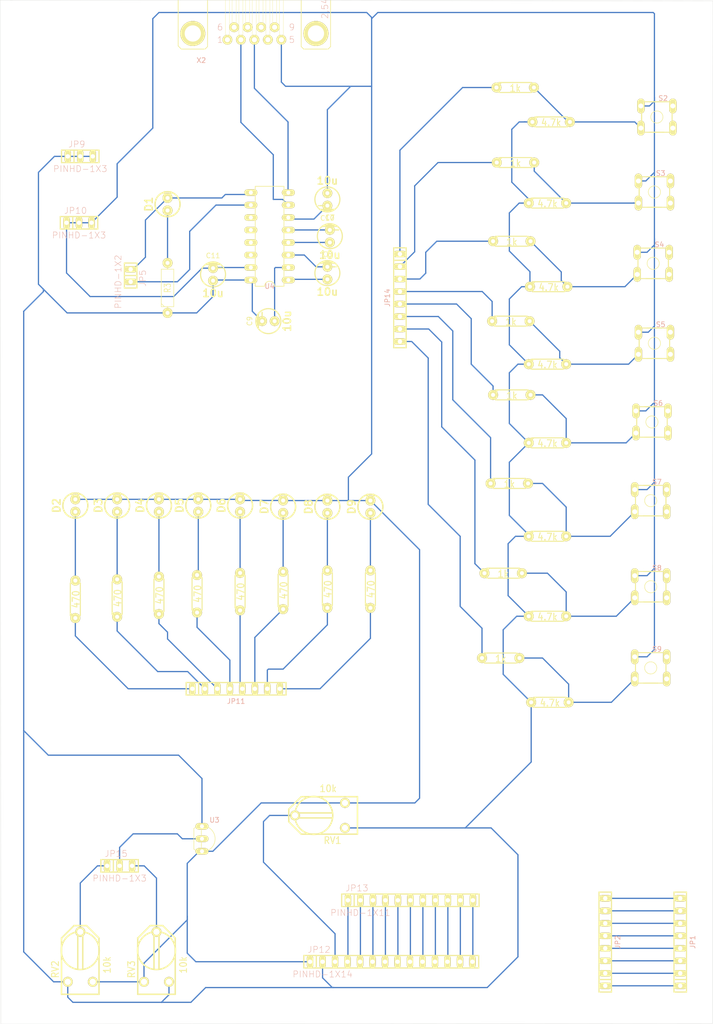
<source format=kicad_pcb>
(kicad_pcb (version 20171130) (host pcbnew "(5.1.6)-1")

  (general
    (thickness 1.6)
    (drawings 5)
    (tracks 364)
    (zones 0)
    (modules 63)
    (nets 95)
  )

  (page USLetter portrait)
  (layers
    (0 F.Cu signal hide)
    (31 B.Cu signal)
    (32 B.Adhes user hide)
    (33 F.Adhes user hide)
    (34 B.Paste user hide)
    (35 F.Paste user hide)
    (36 B.SilkS user hide)
    (37 F.SilkS user)
    (38 B.Mask user hide)
    (39 F.Mask user hide)
    (40 Dwgs.User user)
    (41 Cmts.User user hide)
    (42 Eco1.User user hide)
    (43 Eco2.User user hide)
    (44 Edge.Cuts user)
    (45 Margin user hide)
    (46 B.CrtYd user hide)
    (47 F.CrtYd user hide)
    (48 B.Fab user hide)
    (49 F.Fab user hide)
  )

  (setup
    (last_trace_width 0.25)
    (trace_clearance 0.2)
    (zone_clearance 0.508)
    (zone_45_only no)
    (trace_min 0.2)
    (via_size 0.8)
    (via_drill 0.4)
    (via_min_size 0.4)
    (via_min_drill 0.3)
    (uvia_size 0.3)
    (uvia_drill 0.1)
    (uvias_allowed no)
    (uvia_min_size 0.2)
    (uvia_min_drill 0.1)
    (edge_width 0.05)
    (segment_width 0.2)
    (pcb_text_width 0.3)
    (pcb_text_size 1.5 1.5)
    (mod_edge_width 0.12)
    (mod_text_size 1 1)
    (mod_text_width 0.15)
    (pad_size 1.524 1.524)
    (pad_drill 0.762)
    (pad_to_mask_clearance 0.05)
    (aux_axis_origin 0 0)
    (visible_elements 7FFFFFFF)
    (pcbplotparams
      (layerselection 0x010fc_ffffffff)
      (usegerberextensions false)
      (usegerberattributes true)
      (usegerberadvancedattributes true)
      (creategerberjobfile true)
      (excludeedgelayer true)
      (linewidth 0.100000)
      (plotframeref false)
      (viasonmask false)
      (mode 1)
      (useauxorigin false)
      (hpglpennumber 1)
      (hpglpenspeed 20)
      (hpglpendiameter 15.000000)
      (psnegative false)
      (psa4output false)
      (plotreference true)
      (plotvalue true)
      (plotinvisibletext false)
      (padsonsilk false)
      (subtractmaskfromsilk false)
      (outputformat 1)
      (mirror false)
      (drillshape 1)
      (scaleselection 1)
      (outputdirectory ""))
  )

  (net 0 "")
  (net 1 "Net-(C6-Pad1)")
  (net 2 "Net-(C6-Pad2)")
  (net 3 "Net-(C7-Pad1)")
  (net 4 "Net-(C7-Pad2)")
  (net 5 "Net-(C9-Pad1)")
  (net 6 +5VA)
  (net 7 GNDA)
  (net 8 "Net-(C10-Pad2)")
  (net 9 "Net-(D1-Pad1)")
  (net 10 "Net-(D1-Pad2)")
  (net 11 "Net-(D2-Pad1)")
  (net 12 "Net-(D3-Pad1)")
  (net 13 "Net-(D4-Pad1)")
  (net 14 "Net-(D5-Pad1)")
  (net 15 "Net-(D6-Pad1)")
  (net 16 "Net-(D7-Pad1)")
  (net 17 "Net-(D8-Pad1)")
  (net 18 "Net-(D9-Pad1)")
  (net 19 "Net-(JP1-Pad8)")
  (net 20 "Net-(JP1-Pad7)")
  (net 21 "Net-(JP1-Pad6)")
  (net 22 "Net-(JP1-Pad5)")
  (net 23 "Net-(JP1-Pad4)")
  (net 24 "Net-(JP1-Pad3)")
  (net 25 "Net-(JP1-Pad2)")
  (net 26 "Net-(JP1-Pad1)")
  (net 27 "Net-(JP5-Pad2)")
  (net 28 "Net-(JP11-Pad8)")
  (net 29 "Net-(JP11-Pad7)")
  (net 30 "Net-(JP11-Pad6)")
  (net 31 "Net-(JP11-Pad5)")
  (net 32 "Net-(JP11-Pad4)")
  (net 33 "Net-(JP11-Pad3)")
  (net 34 "Net-(JP11-Pad2)")
  (net 35 "Net-(JP11-Pad1)")
  (net 36 "Net-(JP12-Pad12)")
  (net 37 "Net-(JP12-Pad11)")
  (net 38 "Net-(JP12-Pad10)")
  (net 39 "Net-(JP12-Pad9)")
  (net 40 "Net-(JP12-Pad8)")
  (net 41 "Net-(JP12-Pad7)")
  (net 42 "Net-(JP12-Pad6)")
  (net 43 "Net-(JP12-Pad5)")
  (net 44 "Net-(JP12-Pad4)")
  (net 45 "Net-(JP12-Pad3)")
  (net 46 "Net-(JP14-Pad8)")
  (net 47 "Net-(JP14-Pad7)")
  (net 48 "Net-(JP14-Pad6)")
  (net 49 "Net-(JP14-Pad5)")
  (net 50 "Net-(JP14-Pad4)")
  (net 51 "Net-(JP14-Pad3)")
  (net 52 "Net-(JP14-Pad2)")
  (net 53 "Net-(JP14-Pad1)")
  (net 54 "Net-(JP15-Pad3)")
  (net 55 "Net-(JP15-Pad2)")
  (net 56 "Net-(JP15-Pad1)")
  (net 57 "Net-(R12-Pad2)")
  (net 58 "Net-(R13-Pad2)")
  (net 59 "Net-(R14-Pad2)")
  (net 60 "Net-(R15-Pad2)")
  (net 61 "Net-(R16-Pad2)")
  (net 62 "Net-(R17-Pad2)")
  (net 63 "Net-(R18-Pad2)")
  (net 64 "Net-(R19-Pad2)")
  (net 65 "Net-(S2-Pad4)")
  (net 66 "Net-(S2-Pad2)")
  (net 67 "Net-(S3-Pad4)")
  (net 68 "Net-(S3-Pad2)")
  (net 69 "Net-(S4-Pad4)")
  (net 70 "Net-(S4-Pad2)")
  (net 71 "Net-(S5-Pad4)")
  (net 72 "Net-(S5-Pad2)")
  (net 73 "Net-(S6-Pad4)")
  (net 74 "Net-(S6-Pad2)")
  (net 75 "Net-(S7-Pad4)")
  (net 76 "Net-(S7-Pad2)")
  (net 77 "Net-(S8-Pad4)")
  (net 78 "Net-(S8-Pad2)")
  (net 79 "Net-(S9-Pad4)")
  (net 80 "Net-(S9-Pad2)")
  (net 81 "Net-(U4-Pad14)")
  (net 82 "Net-(U4-Pad13)")
  (net 83 "Net-(U4-Pad12)")
  (net 84 "Net-(U4-Pad11)")
  (net 85 "Net-(U4-Pad8)")
  (net 86 "Net-(U4-Pad7)")
  (net 87 "Net-(X2-Pad9)")
  (net 88 "Net-(X2-Pad8)")
  (net 89 "Net-(X2-Pad7)")
  (net 90 "Net-(X2-Pad6)")
  (net 91 "Net-(X2-Pad4)")
  (net 92 "Net-(X2-Pad1)")
  (net 93 "Net-(JP12-Pad14)")
  (net 94 "Net-(JP12-Pad13)")

  (net_class Default "This is the default net class."
    (clearance 0.2)
    (trace_width 0.25)
    (via_dia 0.8)
    (via_drill 0.4)
    (uvia_dia 0.3)
    (uvia_drill 0.1)
    (add_net +5VA)
    (add_net GNDA)
    (add_net "Net-(C10-Pad2)")
    (add_net "Net-(C6-Pad1)")
    (add_net "Net-(C6-Pad2)")
    (add_net "Net-(C7-Pad1)")
    (add_net "Net-(C7-Pad2)")
    (add_net "Net-(C9-Pad1)")
    (add_net "Net-(D1-Pad1)")
    (add_net "Net-(D1-Pad2)")
    (add_net "Net-(D2-Pad1)")
    (add_net "Net-(D3-Pad1)")
    (add_net "Net-(D4-Pad1)")
    (add_net "Net-(D5-Pad1)")
    (add_net "Net-(D6-Pad1)")
    (add_net "Net-(D7-Pad1)")
    (add_net "Net-(D8-Pad1)")
    (add_net "Net-(D9-Pad1)")
    (add_net "Net-(JP1-Pad1)")
    (add_net "Net-(JP1-Pad2)")
    (add_net "Net-(JP1-Pad3)")
    (add_net "Net-(JP1-Pad4)")
    (add_net "Net-(JP1-Pad5)")
    (add_net "Net-(JP1-Pad6)")
    (add_net "Net-(JP1-Pad7)")
    (add_net "Net-(JP1-Pad8)")
    (add_net "Net-(JP11-Pad1)")
    (add_net "Net-(JP11-Pad2)")
    (add_net "Net-(JP11-Pad3)")
    (add_net "Net-(JP11-Pad4)")
    (add_net "Net-(JP11-Pad5)")
    (add_net "Net-(JP11-Pad6)")
    (add_net "Net-(JP11-Pad7)")
    (add_net "Net-(JP11-Pad8)")
    (add_net "Net-(JP12-Pad10)")
    (add_net "Net-(JP12-Pad11)")
    (add_net "Net-(JP12-Pad12)")
    (add_net "Net-(JP12-Pad13)")
    (add_net "Net-(JP12-Pad14)")
    (add_net "Net-(JP12-Pad3)")
    (add_net "Net-(JP12-Pad4)")
    (add_net "Net-(JP12-Pad5)")
    (add_net "Net-(JP12-Pad6)")
    (add_net "Net-(JP12-Pad7)")
    (add_net "Net-(JP12-Pad8)")
    (add_net "Net-(JP12-Pad9)")
    (add_net "Net-(JP14-Pad1)")
    (add_net "Net-(JP14-Pad2)")
    (add_net "Net-(JP14-Pad3)")
    (add_net "Net-(JP14-Pad4)")
    (add_net "Net-(JP14-Pad5)")
    (add_net "Net-(JP14-Pad6)")
    (add_net "Net-(JP14-Pad7)")
    (add_net "Net-(JP14-Pad8)")
    (add_net "Net-(JP15-Pad1)")
    (add_net "Net-(JP15-Pad2)")
    (add_net "Net-(JP15-Pad3)")
    (add_net "Net-(JP5-Pad2)")
    (add_net "Net-(R12-Pad2)")
    (add_net "Net-(R13-Pad2)")
    (add_net "Net-(R14-Pad2)")
    (add_net "Net-(R15-Pad2)")
    (add_net "Net-(R16-Pad2)")
    (add_net "Net-(R17-Pad2)")
    (add_net "Net-(R18-Pad2)")
    (add_net "Net-(R19-Pad2)")
    (add_net "Net-(S2-Pad2)")
    (add_net "Net-(S2-Pad4)")
    (add_net "Net-(S3-Pad2)")
    (add_net "Net-(S3-Pad4)")
    (add_net "Net-(S4-Pad2)")
    (add_net "Net-(S4-Pad4)")
    (add_net "Net-(S5-Pad2)")
    (add_net "Net-(S5-Pad4)")
    (add_net "Net-(S6-Pad2)")
    (add_net "Net-(S6-Pad4)")
    (add_net "Net-(S7-Pad2)")
    (add_net "Net-(S7-Pad4)")
    (add_net "Net-(S8-Pad2)")
    (add_net "Net-(S8-Pad4)")
    (add_net "Net-(S9-Pad2)")
    (add_net "Net-(S9-Pad4)")
    (add_net "Net-(U4-Pad11)")
    (add_net "Net-(U4-Pad12)")
    (add_net "Net-(U4-Pad13)")
    (add_net "Net-(U4-Pad14)")
    (add_net "Net-(U4-Pad7)")
    (add_net "Net-(U4-Pad8)")
    (add_net "Net-(X2-Pad1)")
    (add_net "Net-(X2-Pad4)")
    (add_net "Net-(X2-Pad6)")
    (add_net "Net-(X2-Pad7)")
    (add_net "Net-(X2-Pad8)")
    (add_net "Net-(X2-Pad9)")
  )

  (module user:pinhead-1X14 (layer F.Cu) (tedit 51E43BE6) (tstamp 5F4CFC13)
    (at 114.74 232.5)
    (descr "PIN HEADER - 0.1\"")
    (tags "PIN HEADER - 0.1\"")
    (path /5F4F9A7C)
    (attr virtual)
    (fp_text reference JP12 (at -14.6812 -2.4638) (layer B.SilkS)
      (effects (font (size 1.27 1.27) (thickness 0.0889)))
    )
    (fp_text value PINHD-1X14 (at -13.97 2.54) (layer B.SilkS)
      (effects (font (size 1.27 1.27) (thickness 0.0889)))
    )
    (fp_line (start -15.24 -1.27) (end -15.24 1.27) (layer F.SilkS) (width 0.254))
    (fp_line (start 17.78 1.27) (end -17.78 1.27) (layer F.SilkS) (width 0.254))
    (fp_line (start 17.78 -1.27) (end 17.78 1.27) (layer F.SilkS) (width 0.254))
    (fp_line (start -15.24 -1.27) (end 17.78 -1.27) (layer F.SilkS) (width 0.254))
    (fp_line (start -17.78 -1.27) (end -15.24 -1.27) (layer F.SilkS) (width 0.254))
    (fp_line (start -17.78 -1.27) (end -17.78 1.27) (layer F.SilkS) (width 0.254))
    (fp_line (start 16.256 0.254) (end 16.256 -0.254) (layer F.SilkS) (width 0.06604))
    (fp_line (start 16.256 -0.254) (end 16.764 -0.254) (layer F.SilkS) (width 0.06604))
    (fp_line (start 16.764 0.254) (end 16.764 -0.254) (layer F.SilkS) (width 0.06604))
    (fp_line (start 16.256 0.254) (end 16.764 0.254) (layer F.SilkS) (width 0.06604))
    (fp_line (start -16.764 0.254) (end -16.764 -0.254) (layer F.SilkS) (width 0.06604))
    (fp_line (start -16.764 -0.254) (end -16.256 -0.254) (layer F.SilkS) (width 0.06604))
    (fp_line (start -16.256 0.254) (end -16.256 -0.254) (layer F.SilkS) (width 0.06604))
    (fp_line (start -16.764 0.254) (end -16.256 0.254) (layer F.SilkS) (width 0.06604))
    (fp_line (start -14.224 0.254) (end -14.224 -0.254) (layer F.SilkS) (width 0.06604))
    (fp_line (start -14.224 -0.254) (end -13.716 -0.254) (layer F.SilkS) (width 0.06604))
    (fp_line (start -13.716 0.254) (end -13.716 -0.254) (layer F.SilkS) (width 0.06604))
    (fp_line (start -14.224 0.254) (end -13.716 0.254) (layer F.SilkS) (width 0.06604))
    (fp_line (start -11.684 0.254) (end -11.684 -0.254) (layer F.SilkS) (width 0.06604))
    (fp_line (start -11.684 -0.254) (end -11.176 -0.254) (layer F.SilkS) (width 0.06604))
    (fp_line (start -11.176 0.254) (end -11.176 -0.254) (layer F.SilkS) (width 0.06604))
    (fp_line (start -11.684 0.254) (end -11.176 0.254) (layer F.SilkS) (width 0.06604))
    (fp_line (start -9.144 0.254) (end -9.144 -0.254) (layer F.SilkS) (width 0.06604))
    (fp_line (start -9.144 -0.254) (end -8.636 -0.254) (layer F.SilkS) (width 0.06604))
    (fp_line (start -8.636 0.254) (end -8.636 -0.254) (layer F.SilkS) (width 0.06604))
    (fp_line (start -9.144 0.254) (end -8.636 0.254) (layer F.SilkS) (width 0.06604))
    (fp_line (start -6.604 0.254) (end -6.604 -0.254) (layer F.SilkS) (width 0.06604))
    (fp_line (start -6.604 -0.254) (end -6.096 -0.254) (layer F.SilkS) (width 0.06604))
    (fp_line (start -6.096 0.254) (end -6.096 -0.254) (layer F.SilkS) (width 0.06604))
    (fp_line (start -6.604 0.254) (end -6.096 0.254) (layer F.SilkS) (width 0.06604))
    (fp_line (start -4.064 0.254) (end -4.064 -0.254) (layer F.SilkS) (width 0.06604))
    (fp_line (start -4.064 -0.254) (end -3.556 -0.254) (layer F.SilkS) (width 0.06604))
    (fp_line (start -3.556 0.254) (end -3.556 -0.254) (layer F.SilkS) (width 0.06604))
    (fp_line (start -4.064 0.254) (end -3.556 0.254) (layer F.SilkS) (width 0.06604))
    (fp_line (start -1.524 0.254) (end -1.524 -0.254) (layer F.SilkS) (width 0.06604))
    (fp_line (start -1.524 -0.254) (end -1.016 -0.254) (layer F.SilkS) (width 0.06604))
    (fp_line (start -1.016 0.254) (end -1.016 -0.254) (layer F.SilkS) (width 0.06604))
    (fp_line (start -1.524 0.254) (end -1.016 0.254) (layer F.SilkS) (width 0.06604))
    (fp_line (start 1.016 0.254) (end 1.016 -0.254) (layer F.SilkS) (width 0.06604))
    (fp_line (start 1.016 -0.254) (end 1.524 -0.254) (layer F.SilkS) (width 0.06604))
    (fp_line (start 1.524 0.254) (end 1.524 -0.254) (layer F.SilkS) (width 0.06604))
    (fp_line (start 1.016 0.254) (end 1.524 0.254) (layer F.SilkS) (width 0.06604))
    (fp_line (start 3.556 0.254) (end 3.556 -0.254) (layer F.SilkS) (width 0.06604))
    (fp_line (start 3.556 -0.254) (end 4.064 -0.254) (layer F.SilkS) (width 0.06604))
    (fp_line (start 4.064 0.254) (end 4.064 -0.254) (layer F.SilkS) (width 0.06604))
    (fp_line (start 3.556 0.254) (end 4.064 0.254) (layer F.SilkS) (width 0.06604))
    (fp_line (start 6.096 0.254) (end 6.096 -0.254) (layer F.SilkS) (width 0.06604))
    (fp_line (start 6.096 -0.254) (end 6.604 -0.254) (layer F.SilkS) (width 0.06604))
    (fp_line (start 6.604 0.254) (end 6.604 -0.254) (layer F.SilkS) (width 0.06604))
    (fp_line (start 6.096 0.254) (end 6.604 0.254) (layer F.SilkS) (width 0.06604))
    (fp_line (start 8.636 0.254) (end 8.636 -0.254) (layer F.SilkS) (width 0.06604))
    (fp_line (start 8.636 -0.254) (end 9.144 -0.254) (layer F.SilkS) (width 0.06604))
    (fp_line (start 9.144 0.254) (end 9.144 -0.254) (layer F.SilkS) (width 0.06604))
    (fp_line (start 8.636 0.254) (end 9.144 0.254) (layer F.SilkS) (width 0.06604))
    (fp_line (start 11.176 0.254) (end 11.176 -0.254) (layer F.SilkS) (width 0.06604))
    (fp_line (start 11.176 -0.254) (end 11.684 -0.254) (layer F.SilkS) (width 0.06604))
    (fp_line (start 11.684 0.254) (end 11.684 -0.254) (layer F.SilkS) (width 0.06604))
    (fp_line (start 11.176 0.254) (end 11.684 0.254) (layer F.SilkS) (width 0.06604))
    (fp_line (start 13.716 0.254) (end 13.716 -0.254) (layer F.SilkS) (width 0.06604))
    (fp_line (start 13.716 -0.254) (end 14.224 -0.254) (layer F.SilkS) (width 0.06604))
    (fp_line (start 14.224 0.254) (end 14.224 -0.254) (layer F.SilkS) (width 0.06604))
    (fp_line (start 13.716 0.254) (end 14.224 0.254) (layer F.SilkS) (width 0.06604))
    (pad 14 thru_hole oval (at 16.51 0) (size 1.3208 2.6416) (drill 0.889) (layers *.Cu *.Mask F.SilkS)
      (net 93 "Net-(JP12-Pad14)"))
    (pad 13 thru_hole oval (at 13.97 0) (size 1.3208 2.6416) (drill 0.889) (layers *.Cu *.Mask F.SilkS)
      (net 94 "Net-(JP12-Pad13)"))
    (pad 12 thru_hole oval (at 11.43 0) (size 1.3208 2.6416) (drill 0.889) (layers *.Cu *.Mask F.SilkS)
      (net 36 "Net-(JP12-Pad12)"))
    (pad 11 thru_hole oval (at 8.89 0) (size 1.3208 2.6416) (drill 0.889) (layers *.Cu *.Mask F.SilkS)
      (net 37 "Net-(JP12-Pad11)"))
    (pad 10 thru_hole oval (at 6.35 0) (size 1.3208 2.6416) (drill 0.889) (layers *.Cu *.Mask F.SilkS)
      (net 38 "Net-(JP12-Pad10)"))
    (pad 9 thru_hole oval (at 3.81 0) (size 1.3208 2.6416) (drill 0.889) (layers *.Cu *.Mask F.SilkS)
      (net 39 "Net-(JP12-Pad9)"))
    (pad 8 thru_hole oval (at 1.27 0) (size 1.3208 2.6416) (drill 0.889) (layers *.Cu *.Mask F.SilkS)
      (net 40 "Net-(JP12-Pad8)"))
    (pad 7 thru_hole oval (at -1.27 0) (size 1.3208 2.6416) (drill 0.889) (layers *.Cu *.Mask F.SilkS)
      (net 41 "Net-(JP12-Pad7)"))
    (pad 6 thru_hole oval (at -3.81 0) (size 1.3208 2.6416) (drill 0.889) (layers *.Cu *.Mask F.SilkS)
      (net 42 "Net-(JP12-Pad6)"))
    (pad 5 thru_hole oval (at -6.35 0) (size 1.3208 2.6416) (drill 0.889) (layers *.Cu *.Mask F.SilkS)
      (net 43 "Net-(JP12-Pad5)"))
    (pad 4 thru_hole oval (at -8.89 0) (size 1.3208 2.6416) (drill 0.889) (layers *.Cu *.Mask F.SilkS)
      (net 44 "Net-(JP12-Pad4)"))
    (pad 3 thru_hole oval (at -11.43 0) (size 1.3208 2.6416) (drill 0.889) (layers *.Cu *.Mask F.SilkS)
      (net 45 "Net-(JP12-Pad3)"))
    (pad 2 thru_hole oval (at -13.97 0) (size 1.3208 2.6416) (drill 0.889) (layers *.Cu *.Mask F.SilkS)
      (net 6 +5VA))
    (pad 1 thru_hole oval (at -16.51 0) (size 1.3208 2.6416) (drill 0.889) (layers *.Cu *.Mask F.SilkS)
      (net 7 GNDA))
    (pad 1 thru_hole rect (at -16.51 0) (size 1.524 0) (drill 1.016) (layers F&B.Cu F.Paste F.SilkS F.Mask)
      (net 7 GNDA))
  )

  (module user:Conector_F09HP (layer F.Cu) (tedit 51C9C9FD) (tstamp 5F4D002C)
    (at 86.9061 43.7642)
    (descr "HARTING SUB-D")
    (tags "HARTING SUB-D")
    (path /5F46696F)
    (attr virtual)
    (fp_text reference X2 (at -10.795 5.461) (layer B.SilkS)
      (effects (font (size 1 1) (thickness 0.15)))
    )
    (fp_text value F09HP (at 0.254 -14.859) (layer B.SilkS)
      (effects (font (size 1.778 1.778) (thickness 0.0889)))
    )
    (fp_circle (center 12.5222 0) (end 13.3477 0.8255) (layer F.SilkS) (width 0.0762))
    (fp_circle (center -12.5222 0) (end -13.3477 0.8255) (layer F.SilkS) (width 0.0762))
    (fp_line (start 7.366 -17.907) (end 7.62 -17.907) (layer F.SilkS) (width 0.1524))
    (fp_line (start -7.366 -17.907) (end 7.366 -17.907) (layer F.SilkS) (width 0.1524))
    (fp_line (start 8.128 -12.319) (end 8.128 -17.399) (layer F.SilkS) (width 0.1524))
    (fp_line (start 7.747 -11.684) (end 15.494 -11.684) (layer F.SilkS) (width 0.1524))
    (fp_line (start -8.128 -12.319) (end -8.128 -17.399) (layer F.SilkS) (width 0.1524))
    (fp_line (start -15.494 -11.684) (end -7.747 -11.684) (layer F.SilkS) (width 0.1524))
    (fp_line (start 10.414 -7.62) (end 15.494 -7.62) (layer F.SilkS) (width 0.1524))
    (fp_line (start 15.494 2.667) (end 15.494 -7.493) (layer F.SilkS) (width 0.1524))
    (fp_line (start 14.986 3.175) (end 15.494 2.667) (layer F.SilkS) (width 0.1524))
    (fp_line (start 10.033 3.175) (end 14.986 3.175) (layer F.SilkS) (width 0.1524))
    (fp_line (start 9.525 2.667) (end 10.033 3.175) (layer F.SilkS) (width 0.1524))
    (fp_line (start 9.525 2.667) (end 9.525 -7.62) (layer F.SilkS) (width 0.1524))
    (fp_line (start -9.525 2.667) (end -9.525 -7.62) (layer F.SilkS) (width 0.1524))
    (fp_line (start -10.033 3.175) (end -9.525 2.667) (layer F.SilkS) (width 0.1524))
    (fp_line (start -10.033 3.175) (end -14.859 3.175) (layer F.SilkS) (width 0.1524))
    (fp_line (start -15.494 2.54) (end -15.494 -7.493) (layer F.SilkS) (width 0.1524))
    (fp_line (start -14.859 3.175) (end -15.494 2.54) (layer F.SilkS) (width 0.1524))
    (fp_line (start 10.287 -10.668) (end 10.414 -10.668) (layer F.SilkS) (width 0.1524))
    (fp_line (start 10.287 -8.255) (end 10.287 -10.668) (layer F.SilkS) (width 0.1524))
    (fp_line (start 10.414 -10.668) (end 10.414 -11.176) (layer F.SilkS) (width 0.1524))
    (fp_line (start 10.414 -11.176) (end 12.954 -11.176) (layer F.SilkS) (width 0.1524))
    (fp_line (start -10.414 -11.176) (end 10.414 -11.176) (layer F.SilkS) (width 0.1524))
    (fp_line (start 12.954 -11.176) (end 15.494 -11.176) (layer F.SilkS) (width 0.1524))
    (fp_line (start 9.525 -7.62) (end 10.414 -7.62) (layer F.SilkS) (width 0.1524))
    (fp_line (start 9.271 -7.62) (end 9.525 -7.62) (layer F.SilkS) (width 0.1524))
    (fp_line (start 9.271 -7.62) (end 9.271 -6.858) (layer F.SilkS) (width 0.1524))
    (fp_line (start -9.271 -6.858) (end 9.271 -6.858) (layer F.SilkS) (width 0.1524))
    (fp_line (start -9.271 -7.62) (end 9.271 -7.62) (layer F.SilkS) (width 0.1524))
    (fp_line (start -9.271 -7.62) (end -9.271 -6.858) (layer F.SilkS) (width 0.1524))
    (fp_line (start -10.287 -8.255) (end -10.287 -10.668) (layer F.SilkS) (width 0.1524))
    (fp_line (start -9.525 -7.62) (end -9.271 -7.62) (layer F.SilkS) (width 0.1524))
    (fp_line (start -10.414 -7.62) (end -9.525 -7.62) (layer F.SilkS) (width 0.1524))
    (fp_line (start -10.414 -10.668) (end -10.287 -10.668) (layer F.SilkS) (width 0.1524))
    (fp_line (start -10.414 -10.668) (end -10.414 -11.176) (layer F.SilkS) (width 0.1524))
    (fp_line (start -12.954 -11.176) (end -10.414 -11.176) (layer F.SilkS) (width 0.1524))
    (fp_line (start -15.494 -11.176) (end -12.954 -11.176) (layer F.SilkS) (width 0.1524))
    (fp_line (start 15.494 -7.62) (end 15.494 -7.493) (layer F.SilkS) (width 0.1524))
    (fp_line (start 15.494 -10.668) (end 15.494 -7.62) (layer F.SilkS) (width 0.1524))
    (fp_line (start 15.494 -11.176) (end 15.494 -10.668) (layer F.SilkS) (width 0.1524))
    (fp_line (start 15.494 -11.684) (end 15.494 -11.176) (layer F.SilkS) (width 0.1524))
    (fp_line (start -15.494 -11.176) (end -15.494 -11.684) (layer F.SilkS) (width 0.1524))
    (fp_line (start -15.494 -10.668) (end -15.494 -11.176) (layer F.SilkS) (width 0.1524))
    (fp_line (start -15.494 -7.62) (end -15.494 -7.493) (layer F.SilkS) (width 0.1524))
    (fp_line (start -15.494 -7.62) (end -15.494 -10.668) (layer F.SilkS) (width 0.1524))
    (fp_line (start -15.494 -7.62) (end -10.414 -7.62) (layer F.SilkS) (width 0.1524))
    (fp_line (start -7.747 -11.684) (end 7.747 -11.684) (layer F.SilkS) (width 0.1524))
    (fp_line (start -7.62 -17.907) (end -7.366 -17.907) (layer F.SilkS) (width 0.1524))
    (fp_line (start 5.08 0.381) (end 5.08 -6.858) (layer F.SilkS) (width 0.06604))
    (fp_line (start 5.08 -6.858) (end 5.8928 -6.858) (layer F.SilkS) (width 0.06604))
    (fp_line (start 5.8928 0.381) (end 5.8928 -6.858) (layer F.SilkS) (width 0.06604))
    (fp_line (start 5.08 0.381) (end 5.8928 0.381) (layer F.SilkS) (width 0.06604))
    (fp_line (start 3.7084 -2.159) (end 3.7084 -6.858) (layer F.SilkS) (width 0.06604))
    (fp_line (start 3.7084 -6.858) (end 4.5212 -6.858) (layer F.SilkS) (width 0.06604))
    (fp_line (start 4.5212 -2.159) (end 4.5212 -6.858) (layer F.SilkS) (width 0.06604))
    (fp_line (start 3.7084 -2.159) (end 4.5212 -2.159) (layer F.SilkS) (width 0.06604))
    (fp_line (start 2.3368 0.381) (end 2.3368 -6.858) (layer F.SilkS) (width 0.06604))
    (fp_line (start 2.3368 -6.858) (end 3.1496 -6.858) (layer F.SilkS) (width 0.06604))
    (fp_line (start 3.1496 0.381) (end 3.1496 -6.858) (layer F.SilkS) (width 0.06604))
    (fp_line (start 2.3368 0.381) (end 3.1496 0.381) (layer F.SilkS) (width 0.06604))
    (fp_line (start 0.9398 -2.159) (end 0.9398 -6.858) (layer F.SilkS) (width 0.06604))
    (fp_line (start 0.9398 -6.858) (end 1.7526 -6.858) (layer F.SilkS) (width 0.06604))
    (fp_line (start 1.7526 -2.159) (end 1.7526 -6.858) (layer F.SilkS) (width 0.06604))
    (fp_line (start 0.9398 -2.159) (end 1.7526 -2.159) (layer F.SilkS) (width 0.06604))
    (fp_line (start -0.4318 0.381) (end -0.4318 -6.858) (layer F.SilkS) (width 0.06604))
    (fp_line (start -0.4318 -6.858) (end 0.381 -6.858) (layer F.SilkS) (width 0.06604))
    (fp_line (start 0.381 0.381) (end 0.381 -6.858) (layer F.SilkS) (width 0.06604))
    (fp_line (start -0.4318 0.381) (end 0.381 0.381) (layer F.SilkS) (width 0.06604))
    (fp_line (start -1.778 -2.159) (end -1.778 -6.858) (layer F.SilkS) (width 0.06604))
    (fp_line (start -1.778 -6.858) (end -0.9652 -6.858) (layer F.SilkS) (width 0.06604))
    (fp_line (start -0.9652 -2.159) (end -0.9652 -6.858) (layer F.SilkS) (width 0.06604))
    (fp_line (start -1.778 -2.159) (end -0.9652 -2.159) (layer F.SilkS) (width 0.06604))
    (fp_line (start -3.1496 0.381) (end -3.1496 -6.858) (layer F.SilkS) (width 0.06604))
    (fp_line (start -3.1496 -6.858) (end -2.3368 -6.858) (layer F.SilkS) (width 0.06604))
    (fp_line (start -2.3368 0.381) (end -2.3368 -6.858) (layer F.SilkS) (width 0.06604))
    (fp_line (start -3.1496 0.381) (end -2.3368 0.381) (layer F.SilkS) (width 0.06604))
    (fp_line (start -4.5212 -2.159) (end -4.5212 -6.858) (layer F.SilkS) (width 0.06604))
    (fp_line (start -4.5212 -6.858) (end -3.7084 -6.858) (layer F.SilkS) (width 0.06604))
    (fp_line (start -3.7084 -2.159) (end -3.7084 -6.858) (layer F.SilkS) (width 0.06604))
    (fp_line (start -4.5212 -2.159) (end -3.7084 -2.159) (layer F.SilkS) (width 0.06604))
    (fp_line (start -5.8928 0.381) (end -5.8928 -6.858) (layer F.SilkS) (width 0.06604))
    (fp_line (start -5.8928 -6.858) (end -5.08 -6.858) (layer F.SilkS) (width 0.06604))
    (fp_line (start -5.08 0.381) (end -5.08 -6.858) (layer F.SilkS) (width 0.06604))
    (fp_line (start -5.8928 0.381) (end -5.08 0.381) (layer F.SilkS) (width 0.06604))
    (fp_line (start -15.494 -11.176) (end -15.494 -11.684) (layer F.SilkS) (width 0.06604))
    (fp_line (start -15.494 -11.684) (end 15.494 -11.684) (layer F.SilkS) (width 0.06604))
    (fp_line (start 15.494 -11.176) (end 15.494 -11.684) (layer F.SilkS) (width 0.06604))
    (fp_line (start -15.494 -11.176) (end 15.494 -11.176) (layer F.SilkS) (width 0.06604))
    (fp_line (start -9.271 -6.858) (end -9.271 -7.62) (layer F.SilkS) (width 0.06604))
    (fp_line (start -9.271 -7.62) (end 9.271 -7.62) (layer F.SilkS) (width 0.06604))
    (fp_line (start 9.271 -6.858) (end 9.271 -7.62) (layer F.SilkS) (width 0.06604))
    (fp_line (start -9.271 -6.858) (end 9.271 -6.858) (layer F.SilkS) (width 0.06604))
    (fp_text user F09 (at -5.715 -9.144) (layer B.SilkS)
      (effects (font (size 1.27 1.27) (thickness 0.0889)))
    )
    (fp_text user 2,54 (at 14.34846 -5.08 90) (layer B.SilkS)
      (effects (font (size 1.27 1.27) (thickness 0.0889)))
    )
    (fp_text user 6 (at -6.985 -1.27) (layer B.SilkS)
      (effects (font (size 1.27 1.27) (thickness 0.0889)))
    )
    (fp_text user 9 (at 7.62 -1.27) (layer B.SilkS)
      (effects (font (size 1.27 1.27) (thickness 0.0889)))
    )
    (fp_text user 5 (at 7.62 1.27) (layer B.SilkS)
      (effects (font (size 1.27 1.27) (thickness 0.0889)))
    )
    (fp_text user 1 (at -6.985 1.27) (layer B.SilkS)
      (effects (font (size 1.27 1.27) (thickness 0.0889)))
    )
    (fp_arc (start 8.76046 -12.319) (end 8.76046 -11.684) (angle 90) (layer F.SilkS) (width 0.1524))
    (fp_arc (start -8.76046 -12.319) (end -8.128 -12.319) (angle 90) (layer F.SilkS) (width 0.1524))
    (fp_arc (start 9.652 -8.255) (end 10.287 -8.255) (angle 90) (layer F.SilkS) (width 0.1524))
    (fp_arc (start -9.652 -8.255) (end -9.652 -7.62) (angle 90) (layer F.SilkS) (width 0.1524))
    (fp_arc (start 7.62 -17.399) (end 7.62 -17.907) (angle 90) (layer F.SilkS) (width 0.1524))
    (fp_arc (start -7.62 -17.399) (end -8.128 -17.399) (angle 90) (layer F.SilkS) (width 0.1524))
    (pad G2 thru_hole circle (at 12.5222 0) (size 5.08 5.08) (drill 3.302) (layers *.Cu F.Paste F.SilkS F.Mask))
    (pad G1 thru_hole circle (at -12.5222 0) (size 5.08 5.08) (drill 3.302) (layers *.Cu F.Paste F.SilkS F.Mask))
    (pad 9 thru_hole circle (at 4.1148 -1.27) (size 1.99898 1.99898) (drill 1.016) (layers *.Cu F.Paste F.SilkS F.Mask)
      (net 87 "Net-(X2-Pad9)"))
    (pad 8 thru_hole circle (at 1.3716 -1.27) (size 1.99898 1.99898) (drill 1.016) (layers *.Cu F.Paste F.SilkS F.Mask)
      (net 88 "Net-(X2-Pad8)"))
    (pad 7 thru_hole circle (at -1.3716 -1.27) (size 1.99898 1.99898) (drill 1.016) (layers *.Cu F.Paste F.SilkS F.Mask)
      (net 89 "Net-(X2-Pad7)"))
    (pad 6 thru_hole circle (at -4.1148 -1.27) (size 1.99898 1.99898) (drill 1.016) (layers *.Cu F.Paste F.SilkS F.Mask)
      (net 90 "Net-(X2-Pad6)"))
    (pad 5 thru_hole circle (at 5.4864 1.27) (size 1.99898 1.99898) (drill 1.016) (layers *.Cu F.Paste F.SilkS F.Mask)
      (net 7 GNDA))
    (pad 4 thru_hole circle (at 2.7432 1.27) (size 1.99898 1.99898) (drill 1.016) (layers *.Cu F.Paste F.SilkS F.Mask)
      (net 91 "Net-(X2-Pad4)"))
    (pad 3 thru_hole circle (at 0 1.27) (size 1.99898 1.99898) (drill 1.016) (layers *.Cu F.Paste F.SilkS F.Mask)
      (net 85 "Net-(U4-Pad8)"))
    (pad 2 thru_hole circle (at -2.7432 1.27) (size 1.99898 1.99898) (drill 1.016) (layers *.Cu F.Paste F.SilkS F.Mask)
      (net 86 "Net-(U4-Pad7)"))
    (pad 1 thru_hole circle (at -5.4864 1.27) (size 1.99898 1.99898) (drill 1.016) (layers *.Cu F.Paste F.SilkS F.Mask)
      (net 92 "Net-(X2-Pad1)"))
  )

  (module user:Maxim232 (layer F.Cu) (tedit 51CCC38E) (tstamp 5F4CFFB4)
    (at 90 85 90)
    (descr "DUAL IN LINE PACKAGE")
    (tags "DUAL IN LINE PACKAGE")
    (path /5F4536EB)
    (attr virtual)
    (fp_text reference U4 (at -10.16 0) (layer B.SilkS)
      (effects (font (size 1 1) (thickness 0.15)))
    )
    (fp_text value MAX232 (at -3.683 0 90) (layer B.SilkS) hide
      (effects (font (size 1.27 1.27) (thickness 0.0889)))
    )
    (fp_line (start -10.16 2.921) (end -10.16 1.016) (layer F.SilkS) (width 0.1524))
    (fp_line (start -10.16 -2.921) (end -10.16 -1.016) (layer F.SilkS) (width 0.1524))
    (fp_line (start 10.16 -2.921) (end 10.16 2.921) (layer F.SilkS) (width 0.1524))
    (fp_line (start -10.16 2.921) (end 10.16 2.921) (layer F.SilkS) (width 0.1524))
    (fp_line (start 10.16 -2.921) (end -10.16 -2.921) (layer F.SilkS) (width 0.1524))
    (fp_arc (start -10.16 0) (end -10.16 -1.016) (angle 180) (layer F.SilkS) (width 0.1524))
    (pad 16 thru_hole oval (at -8.89 -3.81 90) (size 1.3208 2.6416) (drill 0.8128) (layers *.Cu F.Paste F.SilkS F.Mask)
      (net 6 +5VA))
    (pad 15 thru_hole oval (at -6.35 -3.81 90) (size 1.3208 2.6416) (drill 0.8128) (layers *.Cu F.Paste F.SilkS F.Mask)
      (net 7 GNDA))
    (pad 14 thru_hole oval (at -3.81 -3.81 90) (size 1.3208 2.6416) (drill 0.8128) (layers *.Cu F.Paste F.SilkS F.Mask)
      (net 81 "Net-(U4-Pad14)"))
    (pad 13 thru_hole oval (at -1.27 -3.81 90) (size 1.3208 2.6416) (drill 0.8128) (layers *.Cu F.Paste F.SilkS F.Mask)
      (net 82 "Net-(U4-Pad13)"))
    (pad 12 thru_hole oval (at 1.27 -3.81 90) (size 1.3208 2.6416) (drill 0.8128) (layers *.Cu F.Paste F.SilkS F.Mask)
      (net 83 "Net-(U4-Pad12)"))
    (pad 11 thru_hole oval (at 3.81 -3.81 90) (size 1.3208 2.6416) (drill 0.8128) (layers *.Cu F.Paste F.SilkS F.Mask)
      (net 84 "Net-(U4-Pad11)"))
    (pad 10 thru_hole oval (at 6.35 -3.81 90) (size 1.3208 2.6416) (drill 0.8128) (layers *.Cu F.Paste F.SilkS F.Mask)
      (net 27 "Net-(JP5-Pad2)"))
    (pad 9 thru_hole oval (at 8.89 -3.81 90) (size 1.3208 2.6416) (drill 0.8128) (layers *.Cu F.Paste F.SilkS F.Mask)
      (net 10 "Net-(D1-Pad2)"))
    (pad 8 thru_hole oval (at 8.89 3.81 90) (size 1.3208 2.6416) (drill 0.8128) (layers *.Cu F.Paste F.SilkS F.Mask)
      (net 85 "Net-(U4-Pad8)"))
    (pad 7 thru_hole oval (at 6.35 3.81 90) (size 1.3208 2.6416) (drill 0.8128) (layers *.Cu F.Paste F.SilkS F.Mask)
      (net 86 "Net-(U4-Pad7)"))
    (pad 6 thru_hole oval (at 3.81 3.81 90) (size 1.3208 2.6416) (drill 0.8128) (layers *.Cu F.Paste F.SilkS F.Mask)
      (net 8 "Net-(C10-Pad2)"))
    (pad 5 thru_hole oval (at 1.27 3.81 90) (size 1.3208 2.6416) (drill 0.8128) (layers *.Cu F.Paste F.SilkS F.Mask)
      (net 4 "Net-(C7-Pad2)"))
    (pad 4 thru_hole oval (at -1.27 3.81 90) (size 1.3208 2.6416) (drill 0.8128) (layers *.Cu F.Paste F.SilkS F.Mask)
      (net 3 "Net-(C7-Pad1)"))
    (pad 3 thru_hole oval (at -3.81 3.81 90) (size 1.3208 2.6416) (drill 0.8128) (layers *.Cu F.Paste F.SilkS F.Mask)
      (net 2 "Net-(C6-Pad2)"))
    (pad 2 thru_hole oval (at -6.35 3.81 90) (size 1.3208 2.6416) (drill 0.8128) (layers *.Cu F.Paste F.SilkS F.Mask)
      (net 5 "Net-(C9-Pad1)"))
    (pad 1 thru_hole oval (at -8.89 3.81 90) (size 1.3208 2.6416) (drill 0.8128) (layers *.Cu F.Paste F.SilkS F.Mask)
      (net 1 "Net-(C6-Pad1)"))
  )

  (module user:MCP9700A (layer F.Cu) (tedit 52CEFD97) (tstamp 5F4CFF9A)
    (at 76.25 207.5 270)
    (descr "TO-92 PADS IN LINE")
    (tags "TO-92 PADS IN LINE")
    (path /5F3F219E)
    (attr virtual)
    (fp_text reference U3 (at -3.81 -2.54) (layer B.SilkS)
      (effects (font (size 1 1) (thickness 0.15)))
    )
    (fp_text value MCP9700A (at 1.27 2.667 90) (layer B.SilkS) hide
      (effects (font (size 1.27 1.27) (thickness 0.0889)))
    )
    (fp_line (start 1.40208 0.127) (end 1.13538 0.127) (layer F.SilkS) (width 0.127))
    (fp_line (start 2.66192 0.127) (end 1.40208 0.127) (layer F.SilkS) (width 0.127))
    (fp_line (start -1.13538 0.127) (end -1.40208 0.127) (layer F.SilkS) (width 0.127))
    (fp_line (start -1.40208 0.127) (end -2.66192 0.127) (layer F.SilkS) (width 0.127))
    (fp_line (start 1.13538 0.127) (end -1.13538 0.127) (layer F.SilkS) (width 0.127))
    (fp_line (start -2.09296 1.651) (end 2.09296 1.651) (layer F.SilkS) (width 0.127))
    (fp_arc (start 0 0) (end 2.42316 1.10998) (angle 13.6) (layer F.SilkS) (width 0.127))
    (fp_arc (start 0 0) (end 2.413 -1.13538) (angle 50.4) (layer F.SilkS) (width 0.127))
    (fp_arc (start 0 0) (end -2.09296 1.651) (angle 13) (layer F.SilkS) (width 0.127))
    (fp_arc (start 0 0) (end -2.413 1.13538) (angle 50.4) (layer F.SilkS) (width 0.127))
    (fp_arc (start 0 0) (end -2.413 -1.13538) (angle 129.5) (layer F.SilkS) (width 0.127))
    (pad 3 thru_hole oval (at 2.54 0 270) (size 1.3208 2.6416) (drill 0.8128) (layers *.Cu F.Paste F.SilkS F.Mask)
      (net 7 GNDA))
    (pad 2 thru_hole oval (at 0 0 270) (size 1.3208 2.6416) (drill 0.8128) (layers *.Cu F.Paste F.SilkS F.Mask)
      (net 55 "Net-(JP15-Pad2)"))
    (pad 1 thru_hole oval (at -2.54 0 270) (size 1.3208 2.6416) (drill 0.8128) (layers *.Cu F.Paste F.SilkS F.Mask)
      (net 6 +5VA))
  )

  (module user:DTS-6 (layer F.Cu) (tedit 51CCC518) (tstamp 5F4CFF88)
    (at 167.5 172.75)
    (path /5F6D95E0)
    (attr virtual)
    (fp_text reference S9 (at 1.27 -3.81) (layer B.SilkS)
      (effects (font (size 1 1) (thickness 0.15)))
    )
    (fp_text value DTS-6 (at 1.27 4.445) (layer B.SilkS) hide
      (effects (font (size 1.27 1.27) (thickness 0.0889)))
    )
    (fp_circle (center 0 0) (end -0.87376 0.87376) (layer F.SilkS) (width 0.1016))
    (fp_circle (center 0 0) (end -0.87376 0.87376) (layer F.SilkS) (width 0.1016))
    (fp_line (start -3.0988 0.99822) (end -3.0988 -0.99822) (layer F.SilkS) (width 0.2032))
    (fp_line (start 1.4986 3.0988) (end -1.4986 3.0988) (layer F.SilkS) (width 0.2032))
    (fp_line (start 3.0988 0.99822) (end 3.0988 -0.99822) (layer F.SilkS) (width 0.2032))
    (fp_line (start 1.4986 -3.0988) (end -1.4986 -3.0988) (layer F.SilkS) (width 0.2032))
    (fp_line (start -3.0988 3.0988) (end -3.0988 -3.0988) (layer F.SilkS) (width 0.2032))
    (fp_line (start 3.0988 3.0988) (end -3.0988 3.0988) (layer F.SilkS) (width 0.2032))
    (fp_line (start 3.0988 -3.0988) (end 3.0988 3.0988) (layer F.SilkS) (width 0.2032))
    (fp_line (start -3.0988 -3.0988) (end 3.0988 -3.0988) (layer F.SilkS) (width 0.2032))
    (pad 4 thru_hole oval (at 3.24866 2.2479) (size 1.50622 3.01498) (drill 0.99822) (layers *.Cu F.Paste F.SilkS F.Mask)
      (net 79 "Net-(S9-Pad4)"))
    (pad 3 thru_hole oval (at -3.24866 2.2479) (size 1.50622 3.01498) (drill 0.99822) (layers *.Cu F.Paste F.SilkS F.Mask)
      (net 64 "Net-(R19-Pad2)"))
    (pad 2 thru_hole oval (at 3.24866 -2.2479) (size 1.50622 3.01498) (drill 0.99822) (layers *.Cu F.Paste F.SilkS F.Mask)
      (net 80 "Net-(S9-Pad2)"))
    (pad 1 thru_hole oval (at -3.24866 -2.2479) (size 1.50622 3.01498) (drill 0.99822) (layers *.Cu F.Paste F.SilkS F.Mask)
      (net 7 GNDA))
  )

  (module user:DTS-6 (layer F.Cu) (tedit 51CCC518) (tstamp 5F4CFF76)
    (at 167.5 156.25)
    (path /5F6D0387)
    (attr virtual)
    (fp_text reference S8 (at 1.27 -3.81) (layer B.SilkS)
      (effects (font (size 1 1) (thickness 0.15)))
    )
    (fp_text value DTS-6 (at 1.27 4.445) (layer B.SilkS) hide
      (effects (font (size 1.27 1.27) (thickness 0.0889)))
    )
    (fp_circle (center 0 0) (end -0.87376 0.87376) (layer F.SilkS) (width 0.1016))
    (fp_circle (center 0 0) (end -0.87376 0.87376) (layer F.SilkS) (width 0.1016))
    (fp_line (start -3.0988 0.99822) (end -3.0988 -0.99822) (layer F.SilkS) (width 0.2032))
    (fp_line (start 1.4986 3.0988) (end -1.4986 3.0988) (layer F.SilkS) (width 0.2032))
    (fp_line (start 3.0988 0.99822) (end 3.0988 -0.99822) (layer F.SilkS) (width 0.2032))
    (fp_line (start 1.4986 -3.0988) (end -1.4986 -3.0988) (layer F.SilkS) (width 0.2032))
    (fp_line (start -3.0988 3.0988) (end -3.0988 -3.0988) (layer F.SilkS) (width 0.2032))
    (fp_line (start 3.0988 3.0988) (end -3.0988 3.0988) (layer F.SilkS) (width 0.2032))
    (fp_line (start 3.0988 -3.0988) (end 3.0988 3.0988) (layer F.SilkS) (width 0.2032))
    (fp_line (start -3.0988 -3.0988) (end 3.0988 -3.0988) (layer F.SilkS) (width 0.2032))
    (pad 4 thru_hole oval (at 3.24866 2.2479) (size 1.50622 3.01498) (drill 0.99822) (layers *.Cu F.Paste F.SilkS F.Mask)
      (net 77 "Net-(S8-Pad4)"))
    (pad 3 thru_hole oval (at -3.24866 2.2479) (size 1.50622 3.01498) (drill 0.99822) (layers *.Cu F.Paste F.SilkS F.Mask)
      (net 63 "Net-(R18-Pad2)"))
    (pad 2 thru_hole oval (at 3.24866 -2.2479) (size 1.50622 3.01498) (drill 0.99822) (layers *.Cu F.Paste F.SilkS F.Mask)
      (net 78 "Net-(S8-Pad2)"))
    (pad 1 thru_hole oval (at -3.24866 -2.2479) (size 1.50622 3.01498) (drill 0.99822) (layers *.Cu F.Paste F.SilkS F.Mask)
      (net 7 GNDA))
  )

  (module user:DTS-6 (layer F.Cu) (tedit 51CCC518) (tstamp 5F4CFF64)
    (at 167.5 138.75)
    (path /5F694086)
    (attr virtual)
    (fp_text reference S7 (at 1.27 -3.81) (layer B.SilkS)
      (effects (font (size 1 1) (thickness 0.15)))
    )
    (fp_text value DTS-6 (at 1.27 4.445) (layer B.SilkS) hide
      (effects (font (size 1.27 1.27) (thickness 0.0889)))
    )
    (fp_circle (center 0 0) (end -0.87376 0.87376) (layer F.SilkS) (width 0.1016))
    (fp_circle (center 0 0) (end -0.87376 0.87376) (layer F.SilkS) (width 0.1016))
    (fp_line (start -3.0988 0.99822) (end -3.0988 -0.99822) (layer F.SilkS) (width 0.2032))
    (fp_line (start 1.4986 3.0988) (end -1.4986 3.0988) (layer F.SilkS) (width 0.2032))
    (fp_line (start 3.0988 0.99822) (end 3.0988 -0.99822) (layer F.SilkS) (width 0.2032))
    (fp_line (start 1.4986 -3.0988) (end -1.4986 -3.0988) (layer F.SilkS) (width 0.2032))
    (fp_line (start -3.0988 3.0988) (end -3.0988 -3.0988) (layer F.SilkS) (width 0.2032))
    (fp_line (start 3.0988 3.0988) (end -3.0988 3.0988) (layer F.SilkS) (width 0.2032))
    (fp_line (start 3.0988 -3.0988) (end 3.0988 3.0988) (layer F.SilkS) (width 0.2032))
    (fp_line (start -3.0988 -3.0988) (end 3.0988 -3.0988) (layer F.SilkS) (width 0.2032))
    (pad 4 thru_hole oval (at 3.24866 2.2479) (size 1.50622 3.01498) (drill 0.99822) (layers *.Cu F.Paste F.SilkS F.Mask)
      (net 75 "Net-(S7-Pad4)"))
    (pad 3 thru_hole oval (at -3.24866 2.2479) (size 1.50622 3.01498) (drill 0.99822) (layers *.Cu F.Paste F.SilkS F.Mask)
      (net 62 "Net-(R17-Pad2)"))
    (pad 2 thru_hole oval (at 3.24866 -2.2479) (size 1.50622 3.01498) (drill 0.99822) (layers *.Cu F.Paste F.SilkS F.Mask)
      (net 76 "Net-(S7-Pad2)"))
    (pad 1 thru_hole oval (at -3.24866 -2.2479) (size 1.50622 3.01498) (drill 0.99822) (layers *.Cu F.Paste F.SilkS F.Mask)
      (net 7 GNDA))
  )

  (module user:DTS-6 (layer F.Cu) (tedit 51CCC518) (tstamp 5F4CFF52)
    (at 167.75 122.75)
    (path /5F68B6EF)
    (attr virtual)
    (fp_text reference S6 (at 1.27 -3.81) (layer B.SilkS)
      (effects (font (size 1 1) (thickness 0.15)))
    )
    (fp_text value DTS-6 (at 1.27 4.445) (layer B.SilkS) hide
      (effects (font (size 1.27 1.27) (thickness 0.0889)))
    )
    (fp_circle (center 0 0) (end -0.87376 0.87376) (layer F.SilkS) (width 0.1016))
    (fp_circle (center 0 0) (end -0.87376 0.87376) (layer F.SilkS) (width 0.1016))
    (fp_line (start -3.0988 0.99822) (end -3.0988 -0.99822) (layer F.SilkS) (width 0.2032))
    (fp_line (start 1.4986 3.0988) (end -1.4986 3.0988) (layer F.SilkS) (width 0.2032))
    (fp_line (start 3.0988 0.99822) (end 3.0988 -0.99822) (layer F.SilkS) (width 0.2032))
    (fp_line (start 1.4986 -3.0988) (end -1.4986 -3.0988) (layer F.SilkS) (width 0.2032))
    (fp_line (start -3.0988 3.0988) (end -3.0988 -3.0988) (layer F.SilkS) (width 0.2032))
    (fp_line (start 3.0988 3.0988) (end -3.0988 3.0988) (layer F.SilkS) (width 0.2032))
    (fp_line (start 3.0988 -3.0988) (end 3.0988 3.0988) (layer F.SilkS) (width 0.2032))
    (fp_line (start -3.0988 -3.0988) (end 3.0988 -3.0988) (layer F.SilkS) (width 0.2032))
    (pad 4 thru_hole oval (at 3.24866 2.2479) (size 1.50622 3.01498) (drill 0.99822) (layers *.Cu F.Paste F.SilkS F.Mask)
      (net 73 "Net-(S6-Pad4)"))
    (pad 3 thru_hole oval (at -3.24866 2.2479) (size 1.50622 3.01498) (drill 0.99822) (layers *.Cu F.Paste F.SilkS F.Mask)
      (net 61 "Net-(R16-Pad2)"))
    (pad 2 thru_hole oval (at 3.24866 -2.2479) (size 1.50622 3.01498) (drill 0.99822) (layers *.Cu F.Paste F.SilkS F.Mask)
      (net 74 "Net-(S6-Pad2)"))
    (pad 1 thru_hole oval (at -3.24866 -2.2479) (size 1.50622 3.01498) (drill 0.99822) (layers *.Cu F.Paste F.SilkS F.Mask)
      (net 7 GNDA))
  )

  (module user:DTS-6 (layer F.Cu) (tedit 51CCC518) (tstamp 5F4CFF40)
    (at 168.25 106.75)
    (path /5F683171)
    (attr virtual)
    (fp_text reference S5 (at 1.27 -3.81) (layer B.SilkS)
      (effects (font (size 1 1) (thickness 0.15)))
    )
    (fp_text value DTS-6 (at 1.27 4.445) (layer B.SilkS) hide
      (effects (font (size 1.27 1.27) (thickness 0.0889)))
    )
    (fp_circle (center 0 0) (end -0.87376 0.87376) (layer F.SilkS) (width 0.1016))
    (fp_circle (center 0 0) (end -0.87376 0.87376) (layer F.SilkS) (width 0.1016))
    (fp_line (start -3.0988 0.99822) (end -3.0988 -0.99822) (layer F.SilkS) (width 0.2032))
    (fp_line (start 1.4986 3.0988) (end -1.4986 3.0988) (layer F.SilkS) (width 0.2032))
    (fp_line (start 3.0988 0.99822) (end 3.0988 -0.99822) (layer F.SilkS) (width 0.2032))
    (fp_line (start 1.4986 -3.0988) (end -1.4986 -3.0988) (layer F.SilkS) (width 0.2032))
    (fp_line (start -3.0988 3.0988) (end -3.0988 -3.0988) (layer F.SilkS) (width 0.2032))
    (fp_line (start 3.0988 3.0988) (end -3.0988 3.0988) (layer F.SilkS) (width 0.2032))
    (fp_line (start 3.0988 -3.0988) (end 3.0988 3.0988) (layer F.SilkS) (width 0.2032))
    (fp_line (start -3.0988 -3.0988) (end 3.0988 -3.0988) (layer F.SilkS) (width 0.2032))
    (pad 4 thru_hole oval (at 3.24866 2.2479) (size 1.50622 3.01498) (drill 0.99822) (layers *.Cu F.Paste F.SilkS F.Mask)
      (net 71 "Net-(S5-Pad4)"))
    (pad 3 thru_hole oval (at -3.24866 2.2479) (size 1.50622 3.01498) (drill 0.99822) (layers *.Cu F.Paste F.SilkS F.Mask)
      (net 60 "Net-(R15-Pad2)"))
    (pad 2 thru_hole oval (at 3.24866 -2.2479) (size 1.50622 3.01498) (drill 0.99822) (layers *.Cu F.Paste F.SilkS F.Mask)
      (net 72 "Net-(S5-Pad2)"))
    (pad 1 thru_hole oval (at -3.24866 -2.2479) (size 1.50622 3.01498) (drill 0.99822) (layers *.Cu F.Paste F.SilkS F.Mask)
      (net 7 GNDA))
  )

  (module user:DTS-6 (layer F.Cu) (tedit 51CCC518) (tstamp 5F4CFF2E)
    (at 168 90.5)
    (path /5F67AEFC)
    (attr virtual)
    (fp_text reference S4 (at 1.27 -3.81) (layer B.SilkS)
      (effects (font (size 1 1) (thickness 0.15)))
    )
    (fp_text value DTS-6 (at 1.27 4.445) (layer B.SilkS) hide
      (effects (font (size 1.27 1.27) (thickness 0.0889)))
    )
    (fp_circle (center 0 0) (end -0.87376 0.87376) (layer F.SilkS) (width 0.1016))
    (fp_circle (center 0 0) (end -0.87376 0.87376) (layer F.SilkS) (width 0.1016))
    (fp_line (start -3.0988 0.99822) (end -3.0988 -0.99822) (layer F.SilkS) (width 0.2032))
    (fp_line (start 1.4986 3.0988) (end -1.4986 3.0988) (layer F.SilkS) (width 0.2032))
    (fp_line (start 3.0988 0.99822) (end 3.0988 -0.99822) (layer F.SilkS) (width 0.2032))
    (fp_line (start 1.4986 -3.0988) (end -1.4986 -3.0988) (layer F.SilkS) (width 0.2032))
    (fp_line (start -3.0988 3.0988) (end -3.0988 -3.0988) (layer F.SilkS) (width 0.2032))
    (fp_line (start 3.0988 3.0988) (end -3.0988 3.0988) (layer F.SilkS) (width 0.2032))
    (fp_line (start 3.0988 -3.0988) (end 3.0988 3.0988) (layer F.SilkS) (width 0.2032))
    (fp_line (start -3.0988 -3.0988) (end 3.0988 -3.0988) (layer F.SilkS) (width 0.2032))
    (pad 4 thru_hole oval (at 3.24866 2.2479) (size 1.50622 3.01498) (drill 0.99822) (layers *.Cu F.Paste F.SilkS F.Mask)
      (net 69 "Net-(S4-Pad4)"))
    (pad 3 thru_hole oval (at -3.24866 2.2479) (size 1.50622 3.01498) (drill 0.99822) (layers *.Cu F.Paste F.SilkS F.Mask)
      (net 59 "Net-(R14-Pad2)"))
    (pad 2 thru_hole oval (at 3.24866 -2.2479) (size 1.50622 3.01498) (drill 0.99822) (layers *.Cu F.Paste F.SilkS F.Mask)
      (net 70 "Net-(S4-Pad2)"))
    (pad 1 thru_hole oval (at -3.24866 -2.2479) (size 1.50622 3.01498) (drill 0.99822) (layers *.Cu F.Paste F.SilkS F.Mask)
      (net 7 GNDA))
  )

  (module user:DTS-6 (layer F.Cu) (tedit 51CCC518) (tstamp 5F4CFF1C)
    (at 168.24866 75.9979)
    (path /5F673085)
    (attr virtual)
    (fp_text reference S3 (at 1.27 -3.81) (layer B.SilkS)
      (effects (font (size 1 1) (thickness 0.15)))
    )
    (fp_text value DTS-6 (at 1.27 4.445) (layer B.SilkS) hide
      (effects (font (size 1.27 1.27) (thickness 0.0889)))
    )
    (fp_circle (center 0 0) (end -0.87376 0.87376) (layer F.SilkS) (width 0.1016))
    (fp_circle (center 0 0) (end -0.87376 0.87376) (layer F.SilkS) (width 0.1016))
    (fp_line (start -3.0988 0.99822) (end -3.0988 -0.99822) (layer F.SilkS) (width 0.2032))
    (fp_line (start 1.4986 3.0988) (end -1.4986 3.0988) (layer F.SilkS) (width 0.2032))
    (fp_line (start 3.0988 0.99822) (end 3.0988 -0.99822) (layer F.SilkS) (width 0.2032))
    (fp_line (start 1.4986 -3.0988) (end -1.4986 -3.0988) (layer F.SilkS) (width 0.2032))
    (fp_line (start -3.0988 3.0988) (end -3.0988 -3.0988) (layer F.SilkS) (width 0.2032))
    (fp_line (start 3.0988 3.0988) (end -3.0988 3.0988) (layer F.SilkS) (width 0.2032))
    (fp_line (start 3.0988 -3.0988) (end 3.0988 3.0988) (layer F.SilkS) (width 0.2032))
    (fp_line (start -3.0988 -3.0988) (end 3.0988 -3.0988) (layer F.SilkS) (width 0.2032))
    (pad 4 thru_hole oval (at 3.24866 2.2479) (size 1.50622 3.01498) (drill 0.99822) (layers *.Cu F.Paste F.SilkS F.Mask)
      (net 67 "Net-(S3-Pad4)"))
    (pad 3 thru_hole oval (at -3.24866 2.2479) (size 1.50622 3.01498) (drill 0.99822) (layers *.Cu F.Paste F.SilkS F.Mask)
      (net 58 "Net-(R13-Pad2)"))
    (pad 2 thru_hole oval (at 3.24866 -2.2479) (size 1.50622 3.01498) (drill 0.99822) (layers *.Cu F.Paste F.SilkS F.Mask)
      (net 68 "Net-(S3-Pad2)"))
    (pad 1 thru_hole oval (at -3.24866 -2.2479) (size 1.50622 3.01498) (drill 0.99822) (layers *.Cu F.Paste F.SilkS F.Mask)
      (net 7 GNDA))
  )

  (module user:DTS-6 (layer F.Cu) (tedit 51CCC518) (tstamp 5F4CFF0A)
    (at 168.74866 60.75)
    (path /5F642DAD)
    (attr virtual)
    (fp_text reference S2 (at 1.27 -3.81) (layer B.SilkS)
      (effects (font (size 1 1) (thickness 0.15)))
    )
    (fp_text value DTS-6 (at 1.27 4.445) (layer B.SilkS) hide
      (effects (font (size 1.27 1.27) (thickness 0.0889)))
    )
    (fp_circle (center 0 0) (end -0.87376 0.87376) (layer F.SilkS) (width 0.1016))
    (fp_circle (center 0 0) (end -0.87376 0.87376) (layer F.SilkS) (width 0.1016))
    (fp_line (start -3.0988 0.99822) (end -3.0988 -0.99822) (layer F.SilkS) (width 0.2032))
    (fp_line (start 1.4986 3.0988) (end -1.4986 3.0988) (layer F.SilkS) (width 0.2032))
    (fp_line (start 3.0988 0.99822) (end 3.0988 -0.99822) (layer F.SilkS) (width 0.2032))
    (fp_line (start 1.4986 -3.0988) (end -1.4986 -3.0988) (layer F.SilkS) (width 0.2032))
    (fp_line (start -3.0988 3.0988) (end -3.0988 -3.0988) (layer F.SilkS) (width 0.2032))
    (fp_line (start 3.0988 3.0988) (end -3.0988 3.0988) (layer F.SilkS) (width 0.2032))
    (fp_line (start 3.0988 -3.0988) (end 3.0988 3.0988) (layer F.SilkS) (width 0.2032))
    (fp_line (start -3.0988 -3.0988) (end 3.0988 -3.0988) (layer F.SilkS) (width 0.2032))
    (pad 4 thru_hole oval (at 3.24866 2.2479) (size 1.50622 3.01498) (drill 0.99822) (layers *.Cu F.Paste F.SilkS F.Mask)
      (net 65 "Net-(S2-Pad4)"))
    (pad 3 thru_hole oval (at -3.24866 2.2479) (size 1.50622 3.01498) (drill 0.99822) (layers *.Cu F.Paste F.SilkS F.Mask)
      (net 57 "Net-(R12-Pad2)"))
    (pad 2 thru_hole oval (at 3.24866 -2.2479) (size 1.50622 3.01498) (drill 0.99822) (layers *.Cu F.Paste F.SilkS F.Mask)
      (net 66 "Net-(S2-Pad2)"))
    (pad 1 thru_hole oval (at -3.24866 -2.2479) (size 1.50622 3.01498) (drill 0.99822) (layers *.Cu F.Paste F.SilkS F.Mask)
      (net 7 GNDA))
  )

  (module discret:RV2X4 (layer F.Cu) (tedit 200000) (tstamp 5F4CFEF8)
    (at 67 231.5 90)
    (descr "Resistance variable / Potentiometre")
    (tags R)
    (path /5F3F7A40)
    (fp_text reference RV3 (at -2.54 -5.08 90) (layer F.SilkS)
      (effects (font (size 1.397 1.27) (thickness 0.2032)))
    )
    (fp_text value 10k (at -1.651 5.461 90) (layer F.SilkS)
      (effects (font (size 1.397 1.27) (thickness 0.2032)))
    )
    (fp_circle (center 1.27 0) (end -2.54 -0.635) (layer F.SilkS) (width 0.3048))
    (fp_line (start -2.54 0.508) (end 4.953 0.508) (layer F.SilkS) (width 0.3048))
    (fp_line (start -2.54 -0.508) (end 4.953 -0.508) (layer F.SilkS) (width 0.3048))
    (fp_line (start 1.651 3.81) (end 0.762 3.81) (layer F.SilkS) (width 0.3048))
    (fp_line (start 0.762 -3.81) (end 1.905 -3.81) (layer F.SilkS) (width 0.3048))
    (fp_line (start -7.62 3.81) (end -7.62 -3.81) (layer F.SilkS) (width 0.3048))
    (fp_line (start 3.81 3.81) (end -7.62 3.81) (layer F.SilkS) (width 0.3048))
    (fp_line (start 6.35 1.27) (end 3.81 3.81) (layer F.SilkS) (width 0.3048))
    (fp_line (start 6.35 -1.27) (end 6.35 1.27) (layer F.SilkS) (width 0.3048))
    (fp_line (start 3.81 -3.81) (end 6.35 -1.27) (layer F.SilkS) (width 0.3048))
    (fp_line (start -7.62 -3.81) (end 3.81 -3.81) (layer F.SilkS) (width 0.3048))
    (pad 3 thru_hole circle (at -5.08 2.54 90) (size 2.032 2.032) (drill 1.27) (layers *.Cu *.Mask F.SilkS)
      (net 6 +5VA))
    (pad 2 thru_hole circle (at 5.08 0 90) (size 2.032 2.032) (drill 1.27) (layers *.Cu *.Mask F.SilkS)
      (net 54 "Net-(JP15-Pad3)"))
    (pad 1 thru_hole circle (at -5.08 -2.54 90) (size 2.032 2.032) (drill 1.27) (layers *.Cu *.Mask F.SilkS)
      (net 7 GNDA))
    (model discret/adjustable_rx2v4.wrl
      (at (xyz 0 0 0))
      (scale (xyz 1 1 1))
      (rotate (xyz 0 0 0))
    )
  )

  (module discret:RV2X4 (layer F.Cu) (tedit 200000) (tstamp 5F4CFEE6)
    (at 51.5 231.5 90)
    (descr "Resistance variable / Potentiometre")
    (tags R)
    (path /5F3F4721)
    (fp_text reference RV2 (at -2.54 -5.08 90) (layer F.SilkS)
      (effects (font (size 1.397 1.27) (thickness 0.2032)))
    )
    (fp_text value 10k (at -1.651 5.461 90) (layer F.SilkS)
      (effects (font (size 1.397 1.27) (thickness 0.2032)))
    )
    (fp_circle (center 1.27 0) (end -2.54 -0.635) (layer F.SilkS) (width 0.3048))
    (fp_line (start -2.54 0.508) (end 4.953 0.508) (layer F.SilkS) (width 0.3048))
    (fp_line (start -2.54 -0.508) (end 4.953 -0.508) (layer F.SilkS) (width 0.3048))
    (fp_line (start 1.651 3.81) (end 0.762 3.81) (layer F.SilkS) (width 0.3048))
    (fp_line (start 0.762 -3.81) (end 1.905 -3.81) (layer F.SilkS) (width 0.3048))
    (fp_line (start -7.62 3.81) (end -7.62 -3.81) (layer F.SilkS) (width 0.3048))
    (fp_line (start 3.81 3.81) (end -7.62 3.81) (layer F.SilkS) (width 0.3048))
    (fp_line (start 6.35 1.27) (end 3.81 3.81) (layer F.SilkS) (width 0.3048))
    (fp_line (start 6.35 -1.27) (end 6.35 1.27) (layer F.SilkS) (width 0.3048))
    (fp_line (start 3.81 -3.81) (end 6.35 -1.27) (layer F.SilkS) (width 0.3048))
    (fp_line (start -7.62 -3.81) (end 3.81 -3.81) (layer F.SilkS) (width 0.3048))
    (pad 3 thru_hole circle (at -5.08 2.54 90) (size 2.032 2.032) (drill 1.27) (layers *.Cu *.Mask F.SilkS)
      (net 7 GNDA))
    (pad 2 thru_hole circle (at 5.08 0 90) (size 2.032 2.032) (drill 1.27) (layers *.Cu *.Mask F.SilkS)
      (net 56 "Net-(JP15-Pad1)"))
    (pad 1 thru_hole circle (at -5.08 -2.54 90) (size 2.032 2.032) (drill 1.27) (layers *.Cu *.Mask F.SilkS)
      (net 6 +5VA))
    (model discret/adjustable_rx2v4.wrl
      (at (xyz 0 0 0))
      (scale (xyz 1 1 1))
      (rotate (xyz 0 0 0))
    )
  )

  (module discret:RV2X4 (layer F.Cu) (tedit 200000) (tstamp 5F4CFED4)
    (at 100.25 202.75 180)
    (descr "Resistance variable / Potentiometre")
    (tags R)
    (path /5F5308F3)
    (fp_text reference RV1 (at -2.54 -5.08) (layer F.SilkS)
      (effects (font (size 1.397 1.27) (thickness 0.2032)))
    )
    (fp_text value 10k (at -1.651 5.461) (layer F.SilkS)
      (effects (font (size 1.397 1.27) (thickness 0.2032)))
    )
    (fp_circle (center 1.27 0) (end -2.54 -0.635) (layer F.SilkS) (width 0.3048))
    (fp_line (start -2.54 0.508) (end 4.953 0.508) (layer F.SilkS) (width 0.3048))
    (fp_line (start -2.54 -0.508) (end 4.953 -0.508) (layer F.SilkS) (width 0.3048))
    (fp_line (start 1.651 3.81) (end 0.762 3.81) (layer F.SilkS) (width 0.3048))
    (fp_line (start 0.762 -3.81) (end 1.905 -3.81) (layer F.SilkS) (width 0.3048))
    (fp_line (start -7.62 3.81) (end -7.62 -3.81) (layer F.SilkS) (width 0.3048))
    (fp_line (start 3.81 3.81) (end -7.62 3.81) (layer F.SilkS) (width 0.3048))
    (fp_line (start 6.35 1.27) (end 3.81 3.81) (layer F.SilkS) (width 0.3048))
    (fp_line (start 6.35 -1.27) (end 6.35 1.27) (layer F.SilkS) (width 0.3048))
    (fp_line (start 3.81 -3.81) (end 6.35 -1.27) (layer F.SilkS) (width 0.3048))
    (fp_line (start -7.62 -3.81) (end 3.81 -3.81) (layer F.SilkS) (width 0.3048))
    (pad 3 thru_hole circle (at -5.08 2.54 180) (size 2.032 2.032) (drill 1.27) (layers *.Cu *.Mask F.SilkS)
      (net 7 GNDA))
    (pad 2 thru_hole circle (at 5.08 0 180) (size 2.032 2.032) (drill 1.27) (layers *.Cu *.Mask F.SilkS)
      (net 45 "Net-(JP12-Pad3)"))
    (pad 1 thru_hole circle (at -5.08 -2.54 180) (size 2.032 2.032) (drill 1.27) (layers *.Cu *.Mask F.SilkS)
      (net 6 +5VA))
    (model discret/adjustable_rx2v4.wrl
      (at (xyz 0 0 0))
      (scale (xyz 1 1 1))
      (rotate (xyz 0 0 0))
    )
  )

  (module user:Resistor (layer F.Cu) (tedit 51C9BFF1) (tstamp 5F4CFEC2)
    (at 147 179.75)
    (descr "Resitance 3 pas")
    (tags R)
    (path /5F6D95E8)
    (autoplace_cost180 10)
    (fp_text reference R27 (at 0 0.127) (layer F.SilkS) hide
      (effects (font (size 1.397 1.27) (thickness 0.2032)))
    )
    (fp_text value 4.7k (at 0 0.127) (layer F.SilkS)
      (effects (font (size 1.397 1.27) (thickness 0.2032)))
    )
    (fp_line (start -3.302 -0.508) (end -2.794 -1.016) (layer F.SilkS) (width 0.2032))
    (fp_line (start 3.302 1.016) (end 3.302 0) (layer F.SilkS) (width 0.2032))
    (fp_line (start -3.302 1.016) (end 3.302 1.016) (layer F.SilkS) (width 0.2032))
    (fp_line (start -3.302 -1.016) (end -3.302 1.016) (layer F.SilkS) (width 0.2032))
    (fp_line (start 3.302 -1.016) (end -3.302 -1.016) (layer F.SilkS) (width 0.2032))
    (fp_line (start 3.302 0) (end 3.302 -1.016) (layer F.SilkS) (width 0.2032))
    (fp_line (start 3.81 0) (end 3.302 0) (layer F.SilkS) (width 0.2032))
    (fp_line (start -3.81 0) (end -3.302 0) (layer F.SilkS) (width 0.2032))
    (fp_line (start -3.81 0) (end -3.302 0) (layer F.SilkS) (width 0.2032))
    (fp_line (start 3.81 0) (end 3.302 0) (layer F.SilkS) (width 0.2032))
    (fp_line (start 3.302 0) (end 3.302 -1.016) (layer F.SilkS) (width 0.2032))
    (fp_line (start 3.302 -1.016) (end -3.302 -1.016) (layer F.SilkS) (width 0.2032))
    (fp_line (start -3.302 -1.016) (end -3.302 1.016) (layer F.SilkS) (width 0.2032))
    (fp_line (start -3.302 1.016) (end 3.302 1.016) (layer F.SilkS) (width 0.2032))
    (fp_line (start 3.302 1.016) (end 3.302 0) (layer F.SilkS) (width 0.2032))
    (fp_line (start -3.302 -0.508) (end -2.794 -1.016) (layer F.SilkS) (width 0.2032))
    (pad 1 thru_hole circle (at -3.81 0) (size 2.032 2.032) (drill 0.8128) (layers *.Cu *.Mask F.SilkS)
      (net 6 +5VA))
    (pad 2 thru_hole circle (at 3.81 0) (size 2.032 2.032) (drill 0.8128) (layers *.Cu *.Mask F.SilkS)
      (net 64 "Net-(R19-Pad2)"))
    (model discret/resistor.wrl
      (at (xyz 0 0 0))
      (scale (xyz 0.3 0.3 0.3))
      (rotate (xyz 0 0 0))
    )
  )

  (module user:Resistor (layer F.Cu) (tedit 51C9BFF1) (tstamp 5F4CFEAC)
    (at 146.5 162.25)
    (descr "Resitance 3 pas")
    (tags R)
    (path /5F6D038F)
    (autoplace_cost180 10)
    (fp_text reference R26 (at 0 0.127) (layer F.SilkS) hide
      (effects (font (size 1.397 1.27) (thickness 0.2032)))
    )
    (fp_text value 4.7k (at 0 0.127) (layer F.SilkS)
      (effects (font (size 1.397 1.27) (thickness 0.2032)))
    )
    (fp_line (start -3.302 -0.508) (end -2.794 -1.016) (layer F.SilkS) (width 0.2032))
    (fp_line (start 3.302 1.016) (end 3.302 0) (layer F.SilkS) (width 0.2032))
    (fp_line (start -3.302 1.016) (end 3.302 1.016) (layer F.SilkS) (width 0.2032))
    (fp_line (start -3.302 -1.016) (end -3.302 1.016) (layer F.SilkS) (width 0.2032))
    (fp_line (start 3.302 -1.016) (end -3.302 -1.016) (layer F.SilkS) (width 0.2032))
    (fp_line (start 3.302 0) (end 3.302 -1.016) (layer F.SilkS) (width 0.2032))
    (fp_line (start 3.81 0) (end 3.302 0) (layer F.SilkS) (width 0.2032))
    (fp_line (start -3.81 0) (end -3.302 0) (layer F.SilkS) (width 0.2032))
    (fp_line (start -3.81 0) (end -3.302 0) (layer F.SilkS) (width 0.2032))
    (fp_line (start 3.81 0) (end 3.302 0) (layer F.SilkS) (width 0.2032))
    (fp_line (start 3.302 0) (end 3.302 -1.016) (layer F.SilkS) (width 0.2032))
    (fp_line (start 3.302 -1.016) (end -3.302 -1.016) (layer F.SilkS) (width 0.2032))
    (fp_line (start -3.302 -1.016) (end -3.302 1.016) (layer F.SilkS) (width 0.2032))
    (fp_line (start -3.302 1.016) (end 3.302 1.016) (layer F.SilkS) (width 0.2032))
    (fp_line (start 3.302 1.016) (end 3.302 0) (layer F.SilkS) (width 0.2032))
    (fp_line (start -3.302 -0.508) (end -2.794 -1.016) (layer F.SilkS) (width 0.2032))
    (pad 1 thru_hole circle (at -3.81 0) (size 2.032 2.032) (drill 0.8128) (layers *.Cu *.Mask F.SilkS)
      (net 6 +5VA))
    (pad 2 thru_hole circle (at 3.81 0) (size 2.032 2.032) (drill 0.8128) (layers *.Cu *.Mask F.SilkS)
      (net 63 "Net-(R18-Pad2)"))
    (model discret/resistor.wrl
      (at (xyz 0 0 0))
      (scale (xyz 0.3 0.3 0.3))
      (rotate (xyz 0 0 0))
    )
  )

  (module user:Resistor (layer F.Cu) (tedit 51C9BFF1) (tstamp 5F4CFE96)
    (at 146.5 146)
    (descr "Resitance 3 pas")
    (tags R)
    (path /5F69408E)
    (autoplace_cost180 10)
    (fp_text reference R25 (at 0 0.127) (layer F.SilkS) hide
      (effects (font (size 1.397 1.27) (thickness 0.2032)))
    )
    (fp_text value 4.7k (at 0 0.127) (layer F.SilkS)
      (effects (font (size 1.397 1.27) (thickness 0.2032)))
    )
    (fp_line (start -3.302 -0.508) (end -2.794 -1.016) (layer F.SilkS) (width 0.2032))
    (fp_line (start 3.302 1.016) (end 3.302 0) (layer F.SilkS) (width 0.2032))
    (fp_line (start -3.302 1.016) (end 3.302 1.016) (layer F.SilkS) (width 0.2032))
    (fp_line (start -3.302 -1.016) (end -3.302 1.016) (layer F.SilkS) (width 0.2032))
    (fp_line (start 3.302 -1.016) (end -3.302 -1.016) (layer F.SilkS) (width 0.2032))
    (fp_line (start 3.302 0) (end 3.302 -1.016) (layer F.SilkS) (width 0.2032))
    (fp_line (start 3.81 0) (end 3.302 0) (layer F.SilkS) (width 0.2032))
    (fp_line (start -3.81 0) (end -3.302 0) (layer F.SilkS) (width 0.2032))
    (fp_line (start -3.81 0) (end -3.302 0) (layer F.SilkS) (width 0.2032))
    (fp_line (start 3.81 0) (end 3.302 0) (layer F.SilkS) (width 0.2032))
    (fp_line (start 3.302 0) (end 3.302 -1.016) (layer F.SilkS) (width 0.2032))
    (fp_line (start 3.302 -1.016) (end -3.302 -1.016) (layer F.SilkS) (width 0.2032))
    (fp_line (start -3.302 -1.016) (end -3.302 1.016) (layer F.SilkS) (width 0.2032))
    (fp_line (start -3.302 1.016) (end 3.302 1.016) (layer F.SilkS) (width 0.2032))
    (fp_line (start 3.302 1.016) (end 3.302 0) (layer F.SilkS) (width 0.2032))
    (fp_line (start -3.302 -0.508) (end -2.794 -1.016) (layer F.SilkS) (width 0.2032))
    (pad 1 thru_hole circle (at -3.81 0) (size 2.032 2.032) (drill 0.8128) (layers *.Cu *.Mask F.SilkS)
      (net 6 +5VA))
    (pad 2 thru_hole circle (at 3.81 0) (size 2.032 2.032) (drill 0.8128) (layers *.Cu *.Mask F.SilkS)
      (net 62 "Net-(R17-Pad2)"))
    (model discret/resistor.wrl
      (at (xyz 0 0 0))
      (scale (xyz 0.3 0.3 0.3))
      (rotate (xyz 0 0 0))
    )
  )

  (module user:Resistor (layer F.Cu) (tedit 51C9BFF1) (tstamp 5F4CFE80)
    (at 146.5 127)
    (descr "Resitance 3 pas")
    (tags R)
    (path /5F68B6F7)
    (autoplace_cost180 10)
    (fp_text reference R24 (at 0 0.127) (layer F.SilkS) hide
      (effects (font (size 1.397 1.27) (thickness 0.2032)))
    )
    (fp_text value 4.7k (at 0 0.127) (layer F.SilkS)
      (effects (font (size 1.397 1.27) (thickness 0.2032)))
    )
    (fp_line (start -3.302 -0.508) (end -2.794 -1.016) (layer F.SilkS) (width 0.2032))
    (fp_line (start 3.302 1.016) (end 3.302 0) (layer F.SilkS) (width 0.2032))
    (fp_line (start -3.302 1.016) (end 3.302 1.016) (layer F.SilkS) (width 0.2032))
    (fp_line (start -3.302 -1.016) (end -3.302 1.016) (layer F.SilkS) (width 0.2032))
    (fp_line (start 3.302 -1.016) (end -3.302 -1.016) (layer F.SilkS) (width 0.2032))
    (fp_line (start 3.302 0) (end 3.302 -1.016) (layer F.SilkS) (width 0.2032))
    (fp_line (start 3.81 0) (end 3.302 0) (layer F.SilkS) (width 0.2032))
    (fp_line (start -3.81 0) (end -3.302 0) (layer F.SilkS) (width 0.2032))
    (fp_line (start -3.81 0) (end -3.302 0) (layer F.SilkS) (width 0.2032))
    (fp_line (start 3.81 0) (end 3.302 0) (layer F.SilkS) (width 0.2032))
    (fp_line (start 3.302 0) (end 3.302 -1.016) (layer F.SilkS) (width 0.2032))
    (fp_line (start 3.302 -1.016) (end -3.302 -1.016) (layer F.SilkS) (width 0.2032))
    (fp_line (start -3.302 -1.016) (end -3.302 1.016) (layer F.SilkS) (width 0.2032))
    (fp_line (start -3.302 1.016) (end 3.302 1.016) (layer F.SilkS) (width 0.2032))
    (fp_line (start 3.302 1.016) (end 3.302 0) (layer F.SilkS) (width 0.2032))
    (fp_line (start -3.302 -0.508) (end -2.794 -1.016) (layer F.SilkS) (width 0.2032))
    (pad 1 thru_hole circle (at -3.81 0) (size 2.032 2.032) (drill 0.8128) (layers *.Cu *.Mask F.SilkS)
      (net 6 +5VA))
    (pad 2 thru_hole circle (at 3.81 0) (size 2.032 2.032) (drill 0.8128) (layers *.Cu *.Mask F.SilkS)
      (net 61 "Net-(R16-Pad2)"))
    (model discret/resistor.wrl
      (at (xyz 0 0 0))
      (scale (xyz 0.3 0.3 0.3))
      (rotate (xyz 0 0 0))
    )
  )

  (module user:Resistor (layer F.Cu) (tedit 51C9BFF1) (tstamp 5F4CFE6A)
    (at 146.5 111)
    (descr "Resitance 3 pas")
    (tags R)
    (path /5F683179)
    (autoplace_cost180 10)
    (fp_text reference R23 (at 0 0.127) (layer F.SilkS) hide
      (effects (font (size 1.397 1.27) (thickness 0.2032)))
    )
    (fp_text value 4.7k (at 0 0.127) (layer F.SilkS)
      (effects (font (size 1.397 1.27) (thickness 0.2032)))
    )
    (fp_line (start -3.302 -0.508) (end -2.794 -1.016) (layer F.SilkS) (width 0.2032))
    (fp_line (start 3.302 1.016) (end 3.302 0) (layer F.SilkS) (width 0.2032))
    (fp_line (start -3.302 1.016) (end 3.302 1.016) (layer F.SilkS) (width 0.2032))
    (fp_line (start -3.302 -1.016) (end -3.302 1.016) (layer F.SilkS) (width 0.2032))
    (fp_line (start 3.302 -1.016) (end -3.302 -1.016) (layer F.SilkS) (width 0.2032))
    (fp_line (start 3.302 0) (end 3.302 -1.016) (layer F.SilkS) (width 0.2032))
    (fp_line (start 3.81 0) (end 3.302 0) (layer F.SilkS) (width 0.2032))
    (fp_line (start -3.81 0) (end -3.302 0) (layer F.SilkS) (width 0.2032))
    (fp_line (start -3.81 0) (end -3.302 0) (layer F.SilkS) (width 0.2032))
    (fp_line (start 3.81 0) (end 3.302 0) (layer F.SilkS) (width 0.2032))
    (fp_line (start 3.302 0) (end 3.302 -1.016) (layer F.SilkS) (width 0.2032))
    (fp_line (start 3.302 -1.016) (end -3.302 -1.016) (layer F.SilkS) (width 0.2032))
    (fp_line (start -3.302 -1.016) (end -3.302 1.016) (layer F.SilkS) (width 0.2032))
    (fp_line (start -3.302 1.016) (end 3.302 1.016) (layer F.SilkS) (width 0.2032))
    (fp_line (start 3.302 1.016) (end 3.302 0) (layer F.SilkS) (width 0.2032))
    (fp_line (start -3.302 -0.508) (end -2.794 -1.016) (layer F.SilkS) (width 0.2032))
    (pad 1 thru_hole circle (at -3.81 0) (size 2.032 2.032) (drill 0.8128) (layers *.Cu *.Mask F.SilkS)
      (net 6 +5VA))
    (pad 2 thru_hole circle (at 3.81 0) (size 2.032 2.032) (drill 0.8128) (layers *.Cu *.Mask F.SilkS)
      (net 60 "Net-(R15-Pad2)"))
    (model discret/resistor.wrl
      (at (xyz 0 0 0))
      (scale (xyz 0.3 0.3 0.3))
      (rotate (xyz 0 0 0))
    )
  )

  (module user:Resistor (layer F.Cu) (tedit 51C9BFF1) (tstamp 5F4CFE54)
    (at 146.75 95.25)
    (descr "Resitance 3 pas")
    (tags R)
    (path /5F67AF04)
    (autoplace_cost180 10)
    (fp_text reference R22 (at 0 0.127) (layer F.SilkS) hide
      (effects (font (size 1.397 1.27) (thickness 0.2032)))
    )
    (fp_text value 4.7k (at 0 0.127) (layer F.SilkS)
      (effects (font (size 1.397 1.27) (thickness 0.2032)))
    )
    (fp_line (start -3.302 -0.508) (end -2.794 -1.016) (layer F.SilkS) (width 0.2032))
    (fp_line (start 3.302 1.016) (end 3.302 0) (layer F.SilkS) (width 0.2032))
    (fp_line (start -3.302 1.016) (end 3.302 1.016) (layer F.SilkS) (width 0.2032))
    (fp_line (start -3.302 -1.016) (end -3.302 1.016) (layer F.SilkS) (width 0.2032))
    (fp_line (start 3.302 -1.016) (end -3.302 -1.016) (layer F.SilkS) (width 0.2032))
    (fp_line (start 3.302 0) (end 3.302 -1.016) (layer F.SilkS) (width 0.2032))
    (fp_line (start 3.81 0) (end 3.302 0) (layer F.SilkS) (width 0.2032))
    (fp_line (start -3.81 0) (end -3.302 0) (layer F.SilkS) (width 0.2032))
    (fp_line (start -3.81 0) (end -3.302 0) (layer F.SilkS) (width 0.2032))
    (fp_line (start 3.81 0) (end 3.302 0) (layer F.SilkS) (width 0.2032))
    (fp_line (start 3.302 0) (end 3.302 -1.016) (layer F.SilkS) (width 0.2032))
    (fp_line (start 3.302 -1.016) (end -3.302 -1.016) (layer F.SilkS) (width 0.2032))
    (fp_line (start -3.302 -1.016) (end -3.302 1.016) (layer F.SilkS) (width 0.2032))
    (fp_line (start -3.302 1.016) (end 3.302 1.016) (layer F.SilkS) (width 0.2032))
    (fp_line (start 3.302 1.016) (end 3.302 0) (layer F.SilkS) (width 0.2032))
    (fp_line (start -3.302 -0.508) (end -2.794 -1.016) (layer F.SilkS) (width 0.2032))
    (pad 1 thru_hole circle (at -3.81 0) (size 2.032 2.032) (drill 0.8128) (layers *.Cu *.Mask F.SilkS)
      (net 6 +5VA))
    (pad 2 thru_hole circle (at 3.81 0) (size 2.032 2.032) (drill 0.8128) (layers *.Cu *.Mask F.SilkS)
      (net 59 "Net-(R14-Pad2)"))
    (model discret/resistor.wrl
      (at (xyz 0 0 0))
      (scale (xyz 0.3 0.3 0.3))
      (rotate (xyz 0 0 0))
    )
  )

  (module user:Resistor (layer F.Cu) (tedit 51C9BFF1) (tstamp 5F4CFE3E)
    (at 146.5 78.25)
    (descr "Resitance 3 pas")
    (tags R)
    (path /5F67308D)
    (autoplace_cost180 10)
    (fp_text reference R21 (at 0 0.127) (layer F.SilkS) hide
      (effects (font (size 1.397 1.27) (thickness 0.2032)))
    )
    (fp_text value 4.7k (at 0 0.127) (layer F.SilkS)
      (effects (font (size 1.397 1.27) (thickness 0.2032)))
    )
    (fp_line (start -3.302 -0.508) (end -2.794 -1.016) (layer F.SilkS) (width 0.2032))
    (fp_line (start 3.302 1.016) (end 3.302 0) (layer F.SilkS) (width 0.2032))
    (fp_line (start -3.302 1.016) (end 3.302 1.016) (layer F.SilkS) (width 0.2032))
    (fp_line (start -3.302 -1.016) (end -3.302 1.016) (layer F.SilkS) (width 0.2032))
    (fp_line (start 3.302 -1.016) (end -3.302 -1.016) (layer F.SilkS) (width 0.2032))
    (fp_line (start 3.302 0) (end 3.302 -1.016) (layer F.SilkS) (width 0.2032))
    (fp_line (start 3.81 0) (end 3.302 0) (layer F.SilkS) (width 0.2032))
    (fp_line (start -3.81 0) (end -3.302 0) (layer F.SilkS) (width 0.2032))
    (fp_line (start -3.81 0) (end -3.302 0) (layer F.SilkS) (width 0.2032))
    (fp_line (start 3.81 0) (end 3.302 0) (layer F.SilkS) (width 0.2032))
    (fp_line (start 3.302 0) (end 3.302 -1.016) (layer F.SilkS) (width 0.2032))
    (fp_line (start 3.302 -1.016) (end -3.302 -1.016) (layer F.SilkS) (width 0.2032))
    (fp_line (start -3.302 -1.016) (end -3.302 1.016) (layer F.SilkS) (width 0.2032))
    (fp_line (start -3.302 1.016) (end 3.302 1.016) (layer F.SilkS) (width 0.2032))
    (fp_line (start 3.302 1.016) (end 3.302 0) (layer F.SilkS) (width 0.2032))
    (fp_line (start -3.302 -0.508) (end -2.794 -1.016) (layer F.SilkS) (width 0.2032))
    (pad 1 thru_hole circle (at -3.81 0) (size 2.032 2.032) (drill 0.8128) (layers *.Cu *.Mask F.SilkS)
      (net 6 +5VA))
    (pad 2 thru_hole circle (at 3.81 0) (size 2.032 2.032) (drill 0.8128) (layers *.Cu *.Mask F.SilkS)
      (net 58 "Net-(R13-Pad2)"))
    (model discret/resistor.wrl
      (at (xyz 0 0 0))
      (scale (xyz 0.3 0.3 0.3))
      (rotate (xyz 0 0 0))
    )
  )

  (module user:Resistor (layer F.Cu) (tedit 51C9BFF1) (tstamp 5F4CFE28)
    (at 147.25 61.75)
    (descr "Resitance 3 pas")
    (tags R)
    (path /5F6527A3)
    (autoplace_cost180 10)
    (fp_text reference R20 (at 0 0.127) (layer F.SilkS) hide
      (effects (font (size 1.397 1.27) (thickness 0.2032)))
    )
    (fp_text value 4.7k (at 0 0.127) (layer F.SilkS)
      (effects (font (size 1.397 1.27) (thickness 0.2032)))
    )
    (fp_line (start -3.302 -0.508) (end -2.794 -1.016) (layer F.SilkS) (width 0.2032))
    (fp_line (start 3.302 1.016) (end 3.302 0) (layer F.SilkS) (width 0.2032))
    (fp_line (start -3.302 1.016) (end 3.302 1.016) (layer F.SilkS) (width 0.2032))
    (fp_line (start -3.302 -1.016) (end -3.302 1.016) (layer F.SilkS) (width 0.2032))
    (fp_line (start 3.302 -1.016) (end -3.302 -1.016) (layer F.SilkS) (width 0.2032))
    (fp_line (start 3.302 0) (end 3.302 -1.016) (layer F.SilkS) (width 0.2032))
    (fp_line (start 3.81 0) (end 3.302 0) (layer F.SilkS) (width 0.2032))
    (fp_line (start -3.81 0) (end -3.302 0) (layer F.SilkS) (width 0.2032))
    (fp_line (start -3.81 0) (end -3.302 0) (layer F.SilkS) (width 0.2032))
    (fp_line (start 3.81 0) (end 3.302 0) (layer F.SilkS) (width 0.2032))
    (fp_line (start 3.302 0) (end 3.302 -1.016) (layer F.SilkS) (width 0.2032))
    (fp_line (start 3.302 -1.016) (end -3.302 -1.016) (layer F.SilkS) (width 0.2032))
    (fp_line (start -3.302 -1.016) (end -3.302 1.016) (layer F.SilkS) (width 0.2032))
    (fp_line (start -3.302 1.016) (end 3.302 1.016) (layer F.SilkS) (width 0.2032))
    (fp_line (start 3.302 1.016) (end 3.302 0) (layer F.SilkS) (width 0.2032))
    (fp_line (start -3.302 -0.508) (end -2.794 -1.016) (layer F.SilkS) (width 0.2032))
    (pad 1 thru_hole circle (at -3.81 0) (size 2.032 2.032) (drill 0.8128) (layers *.Cu *.Mask F.SilkS)
      (net 6 +5VA))
    (pad 2 thru_hole circle (at 3.81 0) (size 2.032 2.032) (drill 0.8128) (layers *.Cu *.Mask F.SilkS)
      (net 57 "Net-(R12-Pad2)"))
    (model discret/resistor.wrl
      (at (xyz 0 0 0))
      (scale (xyz 0.3 0.3 0.3))
      (rotate (xyz 0 0 0))
    )
  )

  (module user:Resistor (layer F.Cu) (tedit 51C9BFF1) (tstamp 5F4CFE12)
    (at 137 170.75)
    (descr "Resitance 3 pas")
    (tags R)
    (path /5F5FF2A2)
    (autoplace_cost180 10)
    (fp_text reference R19 (at 0 0.127) (layer F.SilkS) hide
      (effects (font (size 1.397 1.27) (thickness 0.2032)))
    )
    (fp_text value 1k (at 0 0.127) (layer F.SilkS)
      (effects (font (size 1.397 1.27) (thickness 0.2032)))
    )
    (fp_line (start -3.302 -0.508) (end -2.794 -1.016) (layer F.SilkS) (width 0.2032))
    (fp_line (start 3.302 1.016) (end 3.302 0) (layer F.SilkS) (width 0.2032))
    (fp_line (start -3.302 1.016) (end 3.302 1.016) (layer F.SilkS) (width 0.2032))
    (fp_line (start -3.302 -1.016) (end -3.302 1.016) (layer F.SilkS) (width 0.2032))
    (fp_line (start 3.302 -1.016) (end -3.302 -1.016) (layer F.SilkS) (width 0.2032))
    (fp_line (start 3.302 0) (end 3.302 -1.016) (layer F.SilkS) (width 0.2032))
    (fp_line (start 3.81 0) (end 3.302 0) (layer F.SilkS) (width 0.2032))
    (fp_line (start -3.81 0) (end -3.302 0) (layer F.SilkS) (width 0.2032))
    (fp_line (start -3.81 0) (end -3.302 0) (layer F.SilkS) (width 0.2032))
    (fp_line (start 3.81 0) (end 3.302 0) (layer F.SilkS) (width 0.2032))
    (fp_line (start 3.302 0) (end 3.302 -1.016) (layer F.SilkS) (width 0.2032))
    (fp_line (start 3.302 -1.016) (end -3.302 -1.016) (layer F.SilkS) (width 0.2032))
    (fp_line (start -3.302 -1.016) (end -3.302 1.016) (layer F.SilkS) (width 0.2032))
    (fp_line (start -3.302 1.016) (end 3.302 1.016) (layer F.SilkS) (width 0.2032))
    (fp_line (start 3.302 1.016) (end 3.302 0) (layer F.SilkS) (width 0.2032))
    (fp_line (start -3.302 -0.508) (end -2.794 -1.016) (layer F.SilkS) (width 0.2032))
    (pad 1 thru_hole circle (at -3.81 0) (size 2.032 2.032) (drill 0.8128) (layers *.Cu *.Mask F.SilkS)
      (net 46 "Net-(JP14-Pad8)"))
    (pad 2 thru_hole circle (at 3.81 0) (size 2.032 2.032) (drill 0.8128) (layers *.Cu *.Mask F.SilkS)
      (net 64 "Net-(R19-Pad2)"))
    (model discret/resistor.wrl
      (at (xyz 0 0 0))
      (scale (xyz 0.3 0.3 0.3))
      (rotate (xyz 0 0 0))
    )
  )

  (module user:Resistor (layer F.Cu) (tedit 51C9BFF1) (tstamp 5F4CFDFC)
    (at 137.5 153.5)
    (descr "Resitance 3 pas")
    (tags R)
    (path /5F5D0AAD)
    (autoplace_cost180 10)
    (fp_text reference R18 (at 0 0.127) (layer F.SilkS) hide
      (effects (font (size 1.397 1.27) (thickness 0.2032)))
    )
    (fp_text value 1k (at 0 0.127) (layer F.SilkS)
      (effects (font (size 1.397 1.27) (thickness 0.2032)))
    )
    (fp_line (start -3.302 -0.508) (end -2.794 -1.016) (layer F.SilkS) (width 0.2032))
    (fp_line (start 3.302 1.016) (end 3.302 0) (layer F.SilkS) (width 0.2032))
    (fp_line (start -3.302 1.016) (end 3.302 1.016) (layer F.SilkS) (width 0.2032))
    (fp_line (start -3.302 -1.016) (end -3.302 1.016) (layer F.SilkS) (width 0.2032))
    (fp_line (start 3.302 -1.016) (end -3.302 -1.016) (layer F.SilkS) (width 0.2032))
    (fp_line (start 3.302 0) (end 3.302 -1.016) (layer F.SilkS) (width 0.2032))
    (fp_line (start 3.81 0) (end 3.302 0) (layer F.SilkS) (width 0.2032))
    (fp_line (start -3.81 0) (end -3.302 0) (layer F.SilkS) (width 0.2032))
    (fp_line (start -3.81 0) (end -3.302 0) (layer F.SilkS) (width 0.2032))
    (fp_line (start 3.81 0) (end 3.302 0) (layer F.SilkS) (width 0.2032))
    (fp_line (start 3.302 0) (end 3.302 -1.016) (layer F.SilkS) (width 0.2032))
    (fp_line (start 3.302 -1.016) (end -3.302 -1.016) (layer F.SilkS) (width 0.2032))
    (fp_line (start -3.302 -1.016) (end -3.302 1.016) (layer F.SilkS) (width 0.2032))
    (fp_line (start -3.302 1.016) (end 3.302 1.016) (layer F.SilkS) (width 0.2032))
    (fp_line (start 3.302 1.016) (end 3.302 0) (layer F.SilkS) (width 0.2032))
    (fp_line (start -3.302 -0.508) (end -2.794 -1.016) (layer F.SilkS) (width 0.2032))
    (pad 1 thru_hole circle (at -3.81 0) (size 2.032 2.032) (drill 0.8128) (layers *.Cu *.Mask F.SilkS)
      (net 47 "Net-(JP14-Pad7)"))
    (pad 2 thru_hole circle (at 3.81 0) (size 2.032 2.032) (drill 0.8128) (layers *.Cu *.Mask F.SilkS)
      (net 63 "Net-(R18-Pad2)"))
    (model discret/resistor.wrl
      (at (xyz 0 0 0))
      (scale (xyz 0.3 0.3 0.3))
      (rotate (xyz 0 0 0))
    )
  )

  (module user:Resistor (layer F.Cu) (tedit 51C9BFF1) (tstamp 5F4CFDE6)
    (at 138.75 135.25)
    (descr "Resitance 3 pas")
    (tags R)
    (path /5F5B73E1)
    (autoplace_cost180 10)
    (fp_text reference R17 (at 0 0.127) (layer F.SilkS) hide
      (effects (font (size 1.397 1.27) (thickness 0.2032)))
    )
    (fp_text value 1k (at 0 0.127) (layer F.SilkS)
      (effects (font (size 1.397 1.27) (thickness 0.2032)))
    )
    (fp_line (start -3.302 -0.508) (end -2.794 -1.016) (layer F.SilkS) (width 0.2032))
    (fp_line (start 3.302 1.016) (end 3.302 0) (layer F.SilkS) (width 0.2032))
    (fp_line (start -3.302 1.016) (end 3.302 1.016) (layer F.SilkS) (width 0.2032))
    (fp_line (start -3.302 -1.016) (end -3.302 1.016) (layer F.SilkS) (width 0.2032))
    (fp_line (start 3.302 -1.016) (end -3.302 -1.016) (layer F.SilkS) (width 0.2032))
    (fp_line (start 3.302 0) (end 3.302 -1.016) (layer F.SilkS) (width 0.2032))
    (fp_line (start 3.81 0) (end 3.302 0) (layer F.SilkS) (width 0.2032))
    (fp_line (start -3.81 0) (end -3.302 0) (layer F.SilkS) (width 0.2032))
    (fp_line (start -3.81 0) (end -3.302 0) (layer F.SilkS) (width 0.2032))
    (fp_line (start 3.81 0) (end 3.302 0) (layer F.SilkS) (width 0.2032))
    (fp_line (start 3.302 0) (end 3.302 -1.016) (layer F.SilkS) (width 0.2032))
    (fp_line (start 3.302 -1.016) (end -3.302 -1.016) (layer F.SilkS) (width 0.2032))
    (fp_line (start -3.302 -1.016) (end -3.302 1.016) (layer F.SilkS) (width 0.2032))
    (fp_line (start -3.302 1.016) (end 3.302 1.016) (layer F.SilkS) (width 0.2032))
    (fp_line (start 3.302 1.016) (end 3.302 0) (layer F.SilkS) (width 0.2032))
    (fp_line (start -3.302 -0.508) (end -2.794 -1.016) (layer F.SilkS) (width 0.2032))
    (pad 1 thru_hole circle (at -3.81 0) (size 2.032 2.032) (drill 0.8128) (layers *.Cu *.Mask F.SilkS)
      (net 48 "Net-(JP14-Pad6)"))
    (pad 2 thru_hole circle (at 3.81 0) (size 2.032 2.032) (drill 0.8128) (layers *.Cu *.Mask F.SilkS)
      (net 62 "Net-(R17-Pad2)"))
    (model discret/resistor.wrl
      (at (xyz 0 0 0))
      (scale (xyz 0.3 0.3 0.3))
      (rotate (xyz 0 0 0))
    )
  )

  (module user:Resistor (layer F.Cu) (tedit 51C9BFF1) (tstamp 5F4CFDD0)
    (at 139.25 117.25)
    (descr "Resitance 3 pas")
    (tags R)
    (path /5F5CACA5)
    (autoplace_cost180 10)
    (fp_text reference R16 (at 0 0.127) (layer F.SilkS) hide
      (effects (font (size 1.397 1.27) (thickness 0.2032)))
    )
    (fp_text value 1k (at 0 0.127) (layer F.SilkS)
      (effects (font (size 1.397 1.27) (thickness 0.2032)))
    )
    (fp_line (start -3.302 -0.508) (end -2.794 -1.016) (layer F.SilkS) (width 0.2032))
    (fp_line (start 3.302 1.016) (end 3.302 0) (layer F.SilkS) (width 0.2032))
    (fp_line (start -3.302 1.016) (end 3.302 1.016) (layer F.SilkS) (width 0.2032))
    (fp_line (start -3.302 -1.016) (end -3.302 1.016) (layer F.SilkS) (width 0.2032))
    (fp_line (start 3.302 -1.016) (end -3.302 -1.016) (layer F.SilkS) (width 0.2032))
    (fp_line (start 3.302 0) (end 3.302 -1.016) (layer F.SilkS) (width 0.2032))
    (fp_line (start 3.81 0) (end 3.302 0) (layer F.SilkS) (width 0.2032))
    (fp_line (start -3.81 0) (end -3.302 0) (layer F.SilkS) (width 0.2032))
    (fp_line (start -3.81 0) (end -3.302 0) (layer F.SilkS) (width 0.2032))
    (fp_line (start 3.81 0) (end 3.302 0) (layer F.SilkS) (width 0.2032))
    (fp_line (start 3.302 0) (end 3.302 -1.016) (layer F.SilkS) (width 0.2032))
    (fp_line (start 3.302 -1.016) (end -3.302 -1.016) (layer F.SilkS) (width 0.2032))
    (fp_line (start -3.302 -1.016) (end -3.302 1.016) (layer F.SilkS) (width 0.2032))
    (fp_line (start -3.302 1.016) (end 3.302 1.016) (layer F.SilkS) (width 0.2032))
    (fp_line (start 3.302 1.016) (end 3.302 0) (layer F.SilkS) (width 0.2032))
    (fp_line (start -3.302 -0.508) (end -2.794 -1.016) (layer F.SilkS) (width 0.2032))
    (pad 1 thru_hole circle (at -3.81 0) (size 2.032 2.032) (drill 0.8128) (layers *.Cu *.Mask F.SilkS)
      (net 49 "Net-(JP14-Pad5)"))
    (pad 2 thru_hole circle (at 3.81 0) (size 2.032 2.032) (drill 0.8128) (layers *.Cu *.Mask F.SilkS)
      (net 61 "Net-(R16-Pad2)"))
    (model discret/resistor.wrl
      (at (xyz 0 0 0))
      (scale (xyz 0.3 0.3 0.3))
      (rotate (xyz 0 0 0))
    )
  )

  (module user:Resistor (layer F.Cu) (tedit 51C9BFF1) (tstamp 5F4CFDBA)
    (at 139.06 102.25)
    (descr "Resitance 3 pas")
    (tags R)
    (path /5F5C4F2B)
    (autoplace_cost180 10)
    (fp_text reference R15 (at 0 0.127) (layer F.SilkS) hide
      (effects (font (size 1.397 1.27) (thickness 0.2032)))
    )
    (fp_text value 1k (at 0 0.127) (layer F.SilkS)
      (effects (font (size 1.397 1.27) (thickness 0.2032)))
    )
    (fp_line (start -3.302 -0.508) (end -2.794 -1.016) (layer F.SilkS) (width 0.2032))
    (fp_line (start 3.302 1.016) (end 3.302 0) (layer F.SilkS) (width 0.2032))
    (fp_line (start -3.302 1.016) (end 3.302 1.016) (layer F.SilkS) (width 0.2032))
    (fp_line (start -3.302 -1.016) (end -3.302 1.016) (layer F.SilkS) (width 0.2032))
    (fp_line (start 3.302 -1.016) (end -3.302 -1.016) (layer F.SilkS) (width 0.2032))
    (fp_line (start 3.302 0) (end 3.302 -1.016) (layer F.SilkS) (width 0.2032))
    (fp_line (start 3.81 0) (end 3.302 0) (layer F.SilkS) (width 0.2032))
    (fp_line (start -3.81 0) (end -3.302 0) (layer F.SilkS) (width 0.2032))
    (fp_line (start -3.81 0) (end -3.302 0) (layer F.SilkS) (width 0.2032))
    (fp_line (start 3.81 0) (end 3.302 0) (layer F.SilkS) (width 0.2032))
    (fp_line (start 3.302 0) (end 3.302 -1.016) (layer F.SilkS) (width 0.2032))
    (fp_line (start 3.302 -1.016) (end -3.302 -1.016) (layer F.SilkS) (width 0.2032))
    (fp_line (start -3.302 -1.016) (end -3.302 1.016) (layer F.SilkS) (width 0.2032))
    (fp_line (start -3.302 1.016) (end 3.302 1.016) (layer F.SilkS) (width 0.2032))
    (fp_line (start 3.302 1.016) (end 3.302 0) (layer F.SilkS) (width 0.2032))
    (fp_line (start -3.302 -0.508) (end -2.794 -1.016) (layer F.SilkS) (width 0.2032))
    (pad 1 thru_hole circle (at -3.81 0) (size 2.032 2.032) (drill 0.8128) (layers *.Cu *.Mask F.SilkS)
      (net 50 "Net-(JP14-Pad4)"))
    (pad 2 thru_hole circle (at 3.81 0) (size 2.032 2.032) (drill 0.8128) (layers *.Cu *.Mask F.SilkS)
      (net 60 "Net-(R15-Pad2)"))
    (model discret/resistor.wrl
      (at (xyz 0 0 0))
      (scale (xyz 0.3 0.3 0.3))
      (rotate (xyz 0 0 0))
    )
  )

  (module user:Resistor (layer F.Cu) (tedit 51C9BFF1) (tstamp 5F4CFDA4)
    (at 139.25 86)
    (descr "Resitance 3 pas")
    (tags R)
    (path /5F5BF11E)
    (autoplace_cost180 10)
    (fp_text reference R14 (at 0 0.127) (layer F.SilkS) hide
      (effects (font (size 1.397 1.27) (thickness 0.2032)))
    )
    (fp_text value 1k (at 0 0.127) (layer F.SilkS)
      (effects (font (size 1.397 1.27) (thickness 0.2032)))
    )
    (fp_line (start -3.302 -0.508) (end -2.794 -1.016) (layer F.SilkS) (width 0.2032))
    (fp_line (start 3.302 1.016) (end 3.302 0) (layer F.SilkS) (width 0.2032))
    (fp_line (start -3.302 1.016) (end 3.302 1.016) (layer F.SilkS) (width 0.2032))
    (fp_line (start -3.302 -1.016) (end -3.302 1.016) (layer F.SilkS) (width 0.2032))
    (fp_line (start 3.302 -1.016) (end -3.302 -1.016) (layer F.SilkS) (width 0.2032))
    (fp_line (start 3.302 0) (end 3.302 -1.016) (layer F.SilkS) (width 0.2032))
    (fp_line (start 3.81 0) (end 3.302 0) (layer F.SilkS) (width 0.2032))
    (fp_line (start -3.81 0) (end -3.302 0) (layer F.SilkS) (width 0.2032))
    (fp_line (start -3.81 0) (end -3.302 0) (layer F.SilkS) (width 0.2032))
    (fp_line (start 3.81 0) (end 3.302 0) (layer F.SilkS) (width 0.2032))
    (fp_line (start 3.302 0) (end 3.302 -1.016) (layer F.SilkS) (width 0.2032))
    (fp_line (start 3.302 -1.016) (end -3.302 -1.016) (layer F.SilkS) (width 0.2032))
    (fp_line (start -3.302 -1.016) (end -3.302 1.016) (layer F.SilkS) (width 0.2032))
    (fp_line (start -3.302 1.016) (end 3.302 1.016) (layer F.SilkS) (width 0.2032))
    (fp_line (start 3.302 1.016) (end 3.302 0) (layer F.SilkS) (width 0.2032))
    (fp_line (start -3.302 -0.508) (end -2.794 -1.016) (layer F.SilkS) (width 0.2032))
    (pad 1 thru_hole circle (at -3.81 0) (size 2.032 2.032) (drill 0.8128) (layers *.Cu *.Mask F.SilkS)
      (net 51 "Net-(JP14-Pad3)"))
    (pad 2 thru_hole circle (at 3.81 0) (size 2.032 2.032) (drill 0.8128) (layers *.Cu *.Mask F.SilkS)
      (net 59 "Net-(R14-Pad2)"))
    (model discret/resistor.wrl
      (at (xyz 0 0 0))
      (scale (xyz 0.3 0.3 0.3))
      (rotate (xyz 0 0 0))
    )
  )

  (module user:Resistor (layer F.Cu) (tedit 51C9BFF1) (tstamp 5F4CFD8E)
    (at 140 70)
    (descr "Resitance 3 pas")
    (tags R)
    (path /5F5B93FD)
    (autoplace_cost180 10)
    (fp_text reference R13 (at 0 0.127) (layer F.SilkS) hide
      (effects (font (size 1.397 1.27) (thickness 0.2032)))
    )
    (fp_text value 1k (at 0 0.127) (layer F.SilkS)
      (effects (font (size 1.397 1.27) (thickness 0.2032)))
    )
    (fp_line (start -3.302 -0.508) (end -2.794 -1.016) (layer F.SilkS) (width 0.2032))
    (fp_line (start 3.302 1.016) (end 3.302 0) (layer F.SilkS) (width 0.2032))
    (fp_line (start -3.302 1.016) (end 3.302 1.016) (layer F.SilkS) (width 0.2032))
    (fp_line (start -3.302 -1.016) (end -3.302 1.016) (layer F.SilkS) (width 0.2032))
    (fp_line (start 3.302 -1.016) (end -3.302 -1.016) (layer F.SilkS) (width 0.2032))
    (fp_line (start 3.302 0) (end 3.302 -1.016) (layer F.SilkS) (width 0.2032))
    (fp_line (start 3.81 0) (end 3.302 0) (layer F.SilkS) (width 0.2032))
    (fp_line (start -3.81 0) (end -3.302 0) (layer F.SilkS) (width 0.2032))
    (fp_line (start -3.81 0) (end -3.302 0) (layer F.SilkS) (width 0.2032))
    (fp_line (start 3.81 0) (end 3.302 0) (layer F.SilkS) (width 0.2032))
    (fp_line (start 3.302 0) (end 3.302 -1.016) (layer F.SilkS) (width 0.2032))
    (fp_line (start 3.302 -1.016) (end -3.302 -1.016) (layer F.SilkS) (width 0.2032))
    (fp_line (start -3.302 -1.016) (end -3.302 1.016) (layer F.SilkS) (width 0.2032))
    (fp_line (start -3.302 1.016) (end 3.302 1.016) (layer F.SilkS) (width 0.2032))
    (fp_line (start 3.302 1.016) (end 3.302 0) (layer F.SilkS) (width 0.2032))
    (fp_line (start -3.302 -0.508) (end -2.794 -1.016) (layer F.SilkS) (width 0.2032))
    (pad 1 thru_hole circle (at -3.81 0) (size 2.032 2.032) (drill 0.8128) (layers *.Cu *.Mask F.SilkS)
      (net 52 "Net-(JP14-Pad2)"))
    (pad 2 thru_hole circle (at 3.81 0) (size 2.032 2.032) (drill 0.8128) (layers *.Cu *.Mask F.SilkS)
      (net 58 "Net-(R13-Pad2)"))
    (model discret/resistor.wrl
      (at (xyz 0 0 0))
      (scale (xyz 0.3 0.3 0.3))
      (rotate (xyz 0 0 0))
    )
  )

  (module user:Resistor (layer F.Cu) (tedit 51C9BFF1) (tstamp 5F4CFD78)
    (at 139.94 54.75)
    (descr "Resitance 3 pas")
    (tags R)
    (path /5F5B863C)
    (autoplace_cost180 10)
    (fp_text reference R12 (at 0 0.127) (layer F.SilkS) hide
      (effects (font (size 1.397 1.27) (thickness 0.2032)))
    )
    (fp_text value 1k (at 0 0.127) (layer F.SilkS)
      (effects (font (size 1.397 1.27) (thickness 0.2032)))
    )
    (fp_line (start -3.302 -0.508) (end -2.794 -1.016) (layer F.SilkS) (width 0.2032))
    (fp_line (start 3.302 1.016) (end 3.302 0) (layer F.SilkS) (width 0.2032))
    (fp_line (start -3.302 1.016) (end 3.302 1.016) (layer F.SilkS) (width 0.2032))
    (fp_line (start -3.302 -1.016) (end -3.302 1.016) (layer F.SilkS) (width 0.2032))
    (fp_line (start 3.302 -1.016) (end -3.302 -1.016) (layer F.SilkS) (width 0.2032))
    (fp_line (start 3.302 0) (end 3.302 -1.016) (layer F.SilkS) (width 0.2032))
    (fp_line (start 3.81 0) (end 3.302 0) (layer F.SilkS) (width 0.2032))
    (fp_line (start -3.81 0) (end -3.302 0) (layer F.SilkS) (width 0.2032))
    (fp_line (start -3.81 0) (end -3.302 0) (layer F.SilkS) (width 0.2032))
    (fp_line (start 3.81 0) (end 3.302 0) (layer F.SilkS) (width 0.2032))
    (fp_line (start 3.302 0) (end 3.302 -1.016) (layer F.SilkS) (width 0.2032))
    (fp_line (start 3.302 -1.016) (end -3.302 -1.016) (layer F.SilkS) (width 0.2032))
    (fp_line (start -3.302 -1.016) (end -3.302 1.016) (layer F.SilkS) (width 0.2032))
    (fp_line (start -3.302 1.016) (end 3.302 1.016) (layer F.SilkS) (width 0.2032))
    (fp_line (start 3.302 1.016) (end 3.302 0) (layer F.SilkS) (width 0.2032))
    (fp_line (start -3.302 -0.508) (end -2.794 -1.016) (layer F.SilkS) (width 0.2032))
    (pad 1 thru_hole circle (at -3.81 0) (size 2.032 2.032) (drill 0.8128) (layers *.Cu *.Mask F.SilkS)
      (net 53 "Net-(JP14-Pad1)"))
    (pad 2 thru_hole circle (at 3.81 0) (size 2.032 2.032) (drill 0.8128) (layers *.Cu *.Mask F.SilkS)
      (net 57 "Net-(R12-Pad2)"))
    (model discret/resistor.wrl
      (at (xyz 0 0 0))
      (scale (xyz 0.3 0.3 0.3))
      (rotate (xyz 0 0 0))
    )
  )

  (module user:Resistor (layer F.Cu) (tedit 51C9BFF1) (tstamp 5F4CFD62)
    (at 50.5 158.81 90)
    (descr "Resitance 3 pas")
    (tags R)
    (path /5F48ABD8)
    (autoplace_cost180 10)
    (fp_text reference R11 (at 0 0.127 90) (layer F.SilkS) hide
      (effects (font (size 1.397 1.27) (thickness 0.2032)))
    )
    (fp_text value 470 (at 0 0.127 90) (layer F.SilkS)
      (effects (font (size 1.397 1.27) (thickness 0.2032)))
    )
    (fp_line (start -3.302 -0.508) (end -2.794 -1.016) (layer F.SilkS) (width 0.2032))
    (fp_line (start 3.302 1.016) (end 3.302 0) (layer F.SilkS) (width 0.2032))
    (fp_line (start -3.302 1.016) (end 3.302 1.016) (layer F.SilkS) (width 0.2032))
    (fp_line (start -3.302 -1.016) (end -3.302 1.016) (layer F.SilkS) (width 0.2032))
    (fp_line (start 3.302 -1.016) (end -3.302 -1.016) (layer F.SilkS) (width 0.2032))
    (fp_line (start 3.302 0) (end 3.302 -1.016) (layer F.SilkS) (width 0.2032))
    (fp_line (start 3.81 0) (end 3.302 0) (layer F.SilkS) (width 0.2032))
    (fp_line (start -3.81 0) (end -3.302 0) (layer F.SilkS) (width 0.2032))
    (fp_line (start -3.81 0) (end -3.302 0) (layer F.SilkS) (width 0.2032))
    (fp_line (start 3.81 0) (end 3.302 0) (layer F.SilkS) (width 0.2032))
    (fp_line (start 3.302 0) (end 3.302 -1.016) (layer F.SilkS) (width 0.2032))
    (fp_line (start 3.302 -1.016) (end -3.302 -1.016) (layer F.SilkS) (width 0.2032))
    (fp_line (start -3.302 -1.016) (end -3.302 1.016) (layer F.SilkS) (width 0.2032))
    (fp_line (start -3.302 1.016) (end 3.302 1.016) (layer F.SilkS) (width 0.2032))
    (fp_line (start 3.302 1.016) (end 3.302 0) (layer F.SilkS) (width 0.2032))
    (fp_line (start -3.302 -0.508) (end -2.794 -1.016) (layer F.SilkS) (width 0.2032))
    (pad 1 thru_hole circle (at -3.81 0 90) (size 2.032 2.032) (drill 0.8128) (layers *.Cu *.Mask F.SilkS)
      (net 35 "Net-(JP11-Pad1)"))
    (pad 2 thru_hole circle (at 3.81 0 90) (size 2.032 2.032) (drill 0.8128) (layers *.Cu *.Mask F.SilkS)
      (net 11 "Net-(D2-Pad1)"))
    (model discret/resistor.wrl
      (at (xyz 0 0 0))
      (scale (xyz 0.3 0.3 0.3))
      (rotate (xyz 0 0 0))
    )
  )

  (module user:Resistor (layer F.Cu) (tedit 51C9BFF1) (tstamp 5F4CFD4C)
    (at 59 158.56 90)
    (descr "Resitance 3 pas")
    (tags R)
    (path /5F48E9DE)
    (autoplace_cost180 10)
    (fp_text reference R10 (at 0 0.127 90) (layer F.SilkS) hide
      (effects (font (size 1.397 1.27) (thickness 0.2032)))
    )
    (fp_text value 470 (at 0 0.127 90) (layer F.SilkS)
      (effects (font (size 1.397 1.27) (thickness 0.2032)))
    )
    (fp_line (start -3.302 -0.508) (end -2.794 -1.016) (layer F.SilkS) (width 0.2032))
    (fp_line (start 3.302 1.016) (end 3.302 0) (layer F.SilkS) (width 0.2032))
    (fp_line (start -3.302 1.016) (end 3.302 1.016) (layer F.SilkS) (width 0.2032))
    (fp_line (start -3.302 -1.016) (end -3.302 1.016) (layer F.SilkS) (width 0.2032))
    (fp_line (start 3.302 -1.016) (end -3.302 -1.016) (layer F.SilkS) (width 0.2032))
    (fp_line (start 3.302 0) (end 3.302 -1.016) (layer F.SilkS) (width 0.2032))
    (fp_line (start 3.81 0) (end 3.302 0) (layer F.SilkS) (width 0.2032))
    (fp_line (start -3.81 0) (end -3.302 0) (layer F.SilkS) (width 0.2032))
    (fp_line (start -3.81 0) (end -3.302 0) (layer F.SilkS) (width 0.2032))
    (fp_line (start 3.81 0) (end 3.302 0) (layer F.SilkS) (width 0.2032))
    (fp_line (start 3.302 0) (end 3.302 -1.016) (layer F.SilkS) (width 0.2032))
    (fp_line (start 3.302 -1.016) (end -3.302 -1.016) (layer F.SilkS) (width 0.2032))
    (fp_line (start -3.302 -1.016) (end -3.302 1.016) (layer F.SilkS) (width 0.2032))
    (fp_line (start -3.302 1.016) (end 3.302 1.016) (layer F.SilkS) (width 0.2032))
    (fp_line (start 3.302 1.016) (end 3.302 0) (layer F.SilkS) (width 0.2032))
    (fp_line (start -3.302 -0.508) (end -2.794 -1.016) (layer F.SilkS) (width 0.2032))
    (pad 1 thru_hole circle (at -3.81 0 90) (size 2.032 2.032) (drill 0.8128) (layers *.Cu *.Mask F.SilkS)
      (net 34 "Net-(JP11-Pad2)"))
    (pad 2 thru_hole circle (at 3.81 0 90) (size 2.032 2.032) (drill 0.8128) (layers *.Cu *.Mask F.SilkS)
      (net 12 "Net-(D3-Pad1)"))
    (model discret/resistor.wrl
      (at (xyz 0 0 0))
      (scale (xyz 0.3 0.3 0.3))
      (rotate (xyz 0 0 0))
    )
  )

  (module user:Resistor (layer F.Cu) (tedit 51C9BFF1) (tstamp 5F4CFD36)
    (at 67.5 158 90)
    (descr "Resitance 3 pas")
    (tags R)
    (path /5F491F06)
    (autoplace_cost180 10)
    (fp_text reference R9 (at 0 0.127 90) (layer F.SilkS) hide
      (effects (font (size 1.397 1.27) (thickness 0.2032)))
    )
    (fp_text value 470 (at 0 0.127 90) (layer F.SilkS)
      (effects (font (size 1.397 1.27) (thickness 0.2032)))
    )
    (fp_line (start -3.302 -0.508) (end -2.794 -1.016) (layer F.SilkS) (width 0.2032))
    (fp_line (start 3.302 1.016) (end 3.302 0) (layer F.SilkS) (width 0.2032))
    (fp_line (start -3.302 1.016) (end 3.302 1.016) (layer F.SilkS) (width 0.2032))
    (fp_line (start -3.302 -1.016) (end -3.302 1.016) (layer F.SilkS) (width 0.2032))
    (fp_line (start 3.302 -1.016) (end -3.302 -1.016) (layer F.SilkS) (width 0.2032))
    (fp_line (start 3.302 0) (end 3.302 -1.016) (layer F.SilkS) (width 0.2032))
    (fp_line (start 3.81 0) (end 3.302 0) (layer F.SilkS) (width 0.2032))
    (fp_line (start -3.81 0) (end -3.302 0) (layer F.SilkS) (width 0.2032))
    (fp_line (start -3.81 0) (end -3.302 0) (layer F.SilkS) (width 0.2032))
    (fp_line (start 3.81 0) (end 3.302 0) (layer F.SilkS) (width 0.2032))
    (fp_line (start 3.302 0) (end 3.302 -1.016) (layer F.SilkS) (width 0.2032))
    (fp_line (start 3.302 -1.016) (end -3.302 -1.016) (layer F.SilkS) (width 0.2032))
    (fp_line (start -3.302 -1.016) (end -3.302 1.016) (layer F.SilkS) (width 0.2032))
    (fp_line (start -3.302 1.016) (end 3.302 1.016) (layer F.SilkS) (width 0.2032))
    (fp_line (start 3.302 1.016) (end 3.302 0) (layer F.SilkS) (width 0.2032))
    (fp_line (start -3.302 -0.508) (end -2.794 -1.016) (layer F.SilkS) (width 0.2032))
    (pad 1 thru_hole circle (at -3.81 0 90) (size 2.032 2.032) (drill 0.8128) (layers *.Cu *.Mask F.SilkS)
      (net 33 "Net-(JP11-Pad3)"))
    (pad 2 thru_hole circle (at 3.81 0 90) (size 2.032 2.032) (drill 0.8128) (layers *.Cu *.Mask F.SilkS)
      (net 13 "Net-(D4-Pad1)"))
    (model discret/resistor.wrl
      (at (xyz 0 0 0))
      (scale (xyz 0.3 0.3 0.3))
      (rotate (xyz 0 0 0))
    )
  )

  (module user:Resistor (layer F.Cu) (tedit 51C9BFF1) (tstamp 5F4CFD20)
    (at 75.25 157.69 90)
    (descr "Resitance 3 pas")
    (tags R)
    (path /5F493B65)
    (autoplace_cost180 10)
    (fp_text reference R8 (at 0 0.127 90) (layer F.SilkS) hide
      (effects (font (size 1.397 1.27) (thickness 0.2032)))
    )
    (fp_text value 470 (at 0 0.127 90) (layer F.SilkS)
      (effects (font (size 1.397 1.27) (thickness 0.2032)))
    )
    (fp_line (start -3.302 -0.508) (end -2.794 -1.016) (layer F.SilkS) (width 0.2032))
    (fp_line (start 3.302 1.016) (end 3.302 0) (layer F.SilkS) (width 0.2032))
    (fp_line (start -3.302 1.016) (end 3.302 1.016) (layer F.SilkS) (width 0.2032))
    (fp_line (start -3.302 -1.016) (end -3.302 1.016) (layer F.SilkS) (width 0.2032))
    (fp_line (start 3.302 -1.016) (end -3.302 -1.016) (layer F.SilkS) (width 0.2032))
    (fp_line (start 3.302 0) (end 3.302 -1.016) (layer F.SilkS) (width 0.2032))
    (fp_line (start 3.81 0) (end 3.302 0) (layer F.SilkS) (width 0.2032))
    (fp_line (start -3.81 0) (end -3.302 0) (layer F.SilkS) (width 0.2032))
    (fp_line (start -3.81 0) (end -3.302 0) (layer F.SilkS) (width 0.2032))
    (fp_line (start 3.81 0) (end 3.302 0) (layer F.SilkS) (width 0.2032))
    (fp_line (start 3.302 0) (end 3.302 -1.016) (layer F.SilkS) (width 0.2032))
    (fp_line (start 3.302 -1.016) (end -3.302 -1.016) (layer F.SilkS) (width 0.2032))
    (fp_line (start -3.302 -1.016) (end -3.302 1.016) (layer F.SilkS) (width 0.2032))
    (fp_line (start -3.302 1.016) (end 3.302 1.016) (layer F.SilkS) (width 0.2032))
    (fp_line (start 3.302 1.016) (end 3.302 0) (layer F.SilkS) (width 0.2032))
    (fp_line (start -3.302 -0.508) (end -2.794 -1.016) (layer F.SilkS) (width 0.2032))
    (pad 1 thru_hole circle (at -3.81 0 90) (size 2.032 2.032) (drill 0.8128) (layers *.Cu *.Mask F.SilkS)
      (net 32 "Net-(JP11-Pad4)"))
    (pad 2 thru_hole circle (at 3.81 0 90) (size 2.032 2.032) (drill 0.8128) (layers *.Cu *.Mask F.SilkS)
      (net 14 "Net-(D5-Pad1)"))
    (model discret/resistor.wrl
      (at (xyz 0 0 0))
      (scale (xyz 0.3 0.3 0.3))
      (rotate (xyz 0 0 0))
    )
  )

  (module user:Resistor (layer F.Cu) (tedit 51C9BFF1) (tstamp 5F4CFD0A)
    (at 84 157.25 90)
    (descr "Resitance 3 pas")
    (tags R)
    (path /5F49588A)
    (autoplace_cost180 10)
    (fp_text reference R7 (at 0 0.127 90) (layer F.SilkS) hide
      (effects (font (size 1.397 1.27) (thickness 0.2032)))
    )
    (fp_text value 470 (at 0 0.127 90) (layer F.SilkS)
      (effects (font (size 1.397 1.27) (thickness 0.2032)))
    )
    (fp_line (start -3.302 -0.508) (end -2.794 -1.016) (layer F.SilkS) (width 0.2032))
    (fp_line (start 3.302 1.016) (end 3.302 0) (layer F.SilkS) (width 0.2032))
    (fp_line (start -3.302 1.016) (end 3.302 1.016) (layer F.SilkS) (width 0.2032))
    (fp_line (start -3.302 -1.016) (end -3.302 1.016) (layer F.SilkS) (width 0.2032))
    (fp_line (start 3.302 -1.016) (end -3.302 -1.016) (layer F.SilkS) (width 0.2032))
    (fp_line (start 3.302 0) (end 3.302 -1.016) (layer F.SilkS) (width 0.2032))
    (fp_line (start 3.81 0) (end 3.302 0) (layer F.SilkS) (width 0.2032))
    (fp_line (start -3.81 0) (end -3.302 0) (layer F.SilkS) (width 0.2032))
    (fp_line (start -3.81 0) (end -3.302 0) (layer F.SilkS) (width 0.2032))
    (fp_line (start 3.81 0) (end 3.302 0) (layer F.SilkS) (width 0.2032))
    (fp_line (start 3.302 0) (end 3.302 -1.016) (layer F.SilkS) (width 0.2032))
    (fp_line (start 3.302 -1.016) (end -3.302 -1.016) (layer F.SilkS) (width 0.2032))
    (fp_line (start -3.302 -1.016) (end -3.302 1.016) (layer F.SilkS) (width 0.2032))
    (fp_line (start -3.302 1.016) (end 3.302 1.016) (layer F.SilkS) (width 0.2032))
    (fp_line (start 3.302 1.016) (end 3.302 0) (layer F.SilkS) (width 0.2032))
    (fp_line (start -3.302 -0.508) (end -2.794 -1.016) (layer F.SilkS) (width 0.2032))
    (pad 1 thru_hole circle (at -3.81 0 90) (size 2.032 2.032) (drill 0.8128) (layers *.Cu *.Mask F.SilkS)
      (net 31 "Net-(JP11-Pad5)"))
    (pad 2 thru_hole circle (at 3.81 0 90) (size 2.032 2.032) (drill 0.8128) (layers *.Cu *.Mask F.SilkS)
      (net 15 "Net-(D6-Pad1)"))
    (model discret/resistor.wrl
      (at (xyz 0 0 0))
      (scale (xyz 0.3 0.3 0.3))
      (rotate (xyz 0 0 0))
    )
  )

  (module user:Resistor (layer F.Cu) (tedit 51C9BFF1) (tstamp 5F4CFCF4)
    (at 92.75 157 90)
    (descr "Resitance 3 pas")
    (tags R)
    (path /5F497782)
    (autoplace_cost180 10)
    (fp_text reference R6 (at 0 0.127 90) (layer F.SilkS) hide
      (effects (font (size 1.397 1.27) (thickness 0.2032)))
    )
    (fp_text value 470 (at 0 0.127 90) (layer F.SilkS)
      (effects (font (size 1.397 1.27) (thickness 0.2032)))
    )
    (fp_line (start -3.302 -0.508) (end -2.794 -1.016) (layer F.SilkS) (width 0.2032))
    (fp_line (start 3.302 1.016) (end 3.302 0) (layer F.SilkS) (width 0.2032))
    (fp_line (start -3.302 1.016) (end 3.302 1.016) (layer F.SilkS) (width 0.2032))
    (fp_line (start -3.302 -1.016) (end -3.302 1.016) (layer F.SilkS) (width 0.2032))
    (fp_line (start 3.302 -1.016) (end -3.302 -1.016) (layer F.SilkS) (width 0.2032))
    (fp_line (start 3.302 0) (end 3.302 -1.016) (layer F.SilkS) (width 0.2032))
    (fp_line (start 3.81 0) (end 3.302 0) (layer F.SilkS) (width 0.2032))
    (fp_line (start -3.81 0) (end -3.302 0) (layer F.SilkS) (width 0.2032))
    (fp_line (start -3.81 0) (end -3.302 0) (layer F.SilkS) (width 0.2032))
    (fp_line (start 3.81 0) (end 3.302 0) (layer F.SilkS) (width 0.2032))
    (fp_line (start 3.302 0) (end 3.302 -1.016) (layer F.SilkS) (width 0.2032))
    (fp_line (start 3.302 -1.016) (end -3.302 -1.016) (layer F.SilkS) (width 0.2032))
    (fp_line (start -3.302 -1.016) (end -3.302 1.016) (layer F.SilkS) (width 0.2032))
    (fp_line (start -3.302 1.016) (end 3.302 1.016) (layer F.SilkS) (width 0.2032))
    (fp_line (start 3.302 1.016) (end 3.302 0) (layer F.SilkS) (width 0.2032))
    (fp_line (start -3.302 -0.508) (end -2.794 -1.016) (layer F.SilkS) (width 0.2032))
    (pad 1 thru_hole circle (at -3.81 0 90) (size 2.032 2.032) (drill 0.8128) (layers *.Cu *.Mask F.SilkS)
      (net 30 "Net-(JP11-Pad6)"))
    (pad 2 thru_hole circle (at 3.81 0 90) (size 2.032 2.032) (drill 0.8128) (layers *.Cu *.Mask F.SilkS)
      (net 16 "Net-(D7-Pad1)"))
    (model discret/resistor.wrl
      (at (xyz 0 0 0))
      (scale (xyz 0.3 0.3 0.3))
      (rotate (xyz 0 0 0))
    )
  )

  (module user:Resistor (layer F.Cu) (tedit 51C9BFF1) (tstamp 5F4CFCDE)
    (at 101.75 156.75 90)
    (descr "Resitance 3 pas")
    (tags R)
    (path /5F49990E)
    (autoplace_cost180 10)
    (fp_text reference R5 (at 0 0.127 90) (layer F.SilkS) hide
      (effects (font (size 1.397 1.27) (thickness 0.2032)))
    )
    (fp_text value 470 (at 0 0.127 90) (layer F.SilkS)
      (effects (font (size 1.397 1.27) (thickness 0.2032)))
    )
    (fp_line (start -3.302 -0.508) (end -2.794 -1.016) (layer F.SilkS) (width 0.2032))
    (fp_line (start 3.302 1.016) (end 3.302 0) (layer F.SilkS) (width 0.2032))
    (fp_line (start -3.302 1.016) (end 3.302 1.016) (layer F.SilkS) (width 0.2032))
    (fp_line (start -3.302 -1.016) (end -3.302 1.016) (layer F.SilkS) (width 0.2032))
    (fp_line (start 3.302 -1.016) (end -3.302 -1.016) (layer F.SilkS) (width 0.2032))
    (fp_line (start 3.302 0) (end 3.302 -1.016) (layer F.SilkS) (width 0.2032))
    (fp_line (start 3.81 0) (end 3.302 0) (layer F.SilkS) (width 0.2032))
    (fp_line (start -3.81 0) (end -3.302 0) (layer F.SilkS) (width 0.2032))
    (fp_line (start -3.81 0) (end -3.302 0) (layer F.SilkS) (width 0.2032))
    (fp_line (start 3.81 0) (end 3.302 0) (layer F.SilkS) (width 0.2032))
    (fp_line (start 3.302 0) (end 3.302 -1.016) (layer F.SilkS) (width 0.2032))
    (fp_line (start 3.302 -1.016) (end -3.302 -1.016) (layer F.SilkS) (width 0.2032))
    (fp_line (start -3.302 -1.016) (end -3.302 1.016) (layer F.SilkS) (width 0.2032))
    (fp_line (start -3.302 1.016) (end 3.302 1.016) (layer F.SilkS) (width 0.2032))
    (fp_line (start 3.302 1.016) (end 3.302 0) (layer F.SilkS) (width 0.2032))
    (fp_line (start -3.302 -0.508) (end -2.794 -1.016) (layer F.SilkS) (width 0.2032))
    (pad 1 thru_hole circle (at -3.81 0 90) (size 2.032 2.032) (drill 0.8128) (layers *.Cu *.Mask F.SilkS)
      (net 29 "Net-(JP11-Pad7)"))
    (pad 2 thru_hole circle (at 3.81 0 90) (size 2.032 2.032) (drill 0.8128) (layers *.Cu *.Mask F.SilkS)
      (net 17 "Net-(D8-Pad1)"))
    (model discret/resistor.wrl
      (at (xyz 0 0 0))
      (scale (xyz 0.3 0.3 0.3))
      (rotate (xyz 0 0 0))
    )
  )

  (module user:Resistor (layer F.Cu) (tedit 51C9BFF1) (tstamp 5F4CFCC8)
    (at 110.5 156.75 90)
    (descr "Resitance 3 pas")
    (tags R)
    (path /5F49BB88)
    (autoplace_cost180 10)
    (fp_text reference R4 (at 0 0.127 90) (layer F.SilkS) hide
      (effects (font (size 1.397 1.27) (thickness 0.2032)))
    )
    (fp_text value 470 (at 0 0.127 90) (layer F.SilkS)
      (effects (font (size 1.397 1.27) (thickness 0.2032)))
    )
    (fp_line (start -3.302 -0.508) (end -2.794 -1.016) (layer F.SilkS) (width 0.2032))
    (fp_line (start 3.302 1.016) (end 3.302 0) (layer F.SilkS) (width 0.2032))
    (fp_line (start -3.302 1.016) (end 3.302 1.016) (layer F.SilkS) (width 0.2032))
    (fp_line (start -3.302 -1.016) (end -3.302 1.016) (layer F.SilkS) (width 0.2032))
    (fp_line (start 3.302 -1.016) (end -3.302 -1.016) (layer F.SilkS) (width 0.2032))
    (fp_line (start 3.302 0) (end 3.302 -1.016) (layer F.SilkS) (width 0.2032))
    (fp_line (start 3.81 0) (end 3.302 0) (layer F.SilkS) (width 0.2032))
    (fp_line (start -3.81 0) (end -3.302 0) (layer F.SilkS) (width 0.2032))
    (fp_line (start -3.81 0) (end -3.302 0) (layer F.SilkS) (width 0.2032))
    (fp_line (start 3.81 0) (end 3.302 0) (layer F.SilkS) (width 0.2032))
    (fp_line (start 3.302 0) (end 3.302 -1.016) (layer F.SilkS) (width 0.2032))
    (fp_line (start 3.302 -1.016) (end -3.302 -1.016) (layer F.SilkS) (width 0.2032))
    (fp_line (start -3.302 -1.016) (end -3.302 1.016) (layer F.SilkS) (width 0.2032))
    (fp_line (start -3.302 1.016) (end 3.302 1.016) (layer F.SilkS) (width 0.2032))
    (fp_line (start 3.302 1.016) (end 3.302 0) (layer F.SilkS) (width 0.2032))
    (fp_line (start -3.302 -0.508) (end -2.794 -1.016) (layer F.SilkS) (width 0.2032))
    (pad 1 thru_hole circle (at -3.81 0 90) (size 2.032 2.032) (drill 0.8128) (layers *.Cu *.Mask F.SilkS)
      (net 28 "Net-(JP11-Pad8)"))
    (pad 2 thru_hole circle (at 3.81 0 90) (size 2.032 2.032) (drill 0.8128) (layers *.Cu *.Mask F.SilkS)
      (net 18 "Net-(D9-Pad1)"))
    (model discret/resistor.wrl
      (at (xyz 0 0 0))
      (scale (xyz 0.3 0.3 0.3))
      (rotate (xyz 0 0 0))
    )
  )

  (module user:Resistor_large (layer F.Cu) (tedit 51C9C3D1) (tstamp 5F4CFCB2)
    (at 69.25 95.5 90)
    (path /5F45D080)
    (fp_text reference R3 (at 0 0 90) (layer F.SilkS)
      (effects (font (size 1.27 1.016) (thickness 0.1524)))
    )
    (fp_text value 470 (at 0 0 90) (layer F.SilkS) hide
      (effects (font (size 1.27 1.016) (thickness 0.1524)))
    )
    (fp_line (start -3.81 -0.635) (end -3.175 -1.27) (layer F.SilkS) (width 0.127))
    (fp_line (start 3.81 0) (end 4.445 0) (layer F.SilkS) (width 0.127))
    (fp_line (start -4.445 0) (end -3.81 0) (layer F.SilkS) (width 0.127))
    (fp_line (start -3.81 -1.27) (end -3.81 -0.635) (layer F.SilkS) (width 0.127))
    (fp_line (start 3.81 -1.27) (end -3.81 -1.27) (layer F.SilkS) (width 0.127))
    (fp_line (start 3.81 1.27) (end 3.81 -1.27) (layer F.SilkS) (width 0.127))
    (fp_line (start -3.81 1.27) (end 3.81 1.27) (layer F.SilkS) (width 0.127))
    (fp_line (start -3.81 -0.635) (end -3.81 1.27) (layer F.SilkS) (width 0.127))
    (fp_line (start 3.81 0) (end 5.08 0) (layer F.SilkS) (width 0.15))
    (fp_line (start -3.81 0) (end -5.08 0) (layer F.SilkS) (width 0.15))
    (pad 2 thru_hole circle (at 5.08 0 90) (size 2.032 2.032) (drill 0.8128) (layers *.Cu *.Mask F.SilkS)
      (net 9 "Net-(D1-Pad1)"))
    (pad 1 thru_hole circle (at -5.08 0 90) (size 2.032 2.032) (drill 0.8128) (layers *.Cu *.Mask F.SilkS)
      (net 6 +5VA))
    (model discret/resistor.wrl
      (at (xyz 0 0 0))
      (scale (xyz 0.35 0.35 0.3))
      (rotate (xyz 0 0 0))
    )
  )

  (module user:pinhead-1X03 (layer F.Cu) (tedit 51E43B5B) (tstamp 5F4CFCA2)
    (at 59.5 213)
    (descr "PIN HEADER - 0.1\"")
    (tags "PIN HEADER - 0.1\"")
    (path /5F3F6EF5)
    (attr virtual)
    (fp_text reference JP15 (at -0.7112 -2.4638) (layer B.SilkS)
      (effects (font (size 1.27 1.27) (thickness 0.0889)))
    )
    (fp_text value PINHD-1X3 (at 0 2.54) (layer B.SilkS)
      (effects (font (size 1.27 1.27) (thickness 0.0889)))
    )
    (fp_line (start -1.27 -1.27) (end -1.27 1.27) (layer F.SilkS) (width 0.254))
    (fp_line (start 3.81 1.27) (end -3.81 1.27) (layer F.SilkS) (width 0.254))
    (fp_line (start 3.81 -1.27) (end 3.81 1.27) (layer F.SilkS) (width 0.254))
    (fp_line (start -1.27 -1.27) (end 3.81 -1.27) (layer F.SilkS) (width 0.254))
    (fp_line (start -3.81 -1.27) (end -1.27 -1.27) (layer F.SilkS) (width 0.254))
    (fp_line (start -3.81 -1.27) (end -3.81 1.27) (layer F.SilkS) (width 0.254))
    (fp_line (start 2.286 0.254) (end 2.286 -0.254) (layer F.SilkS) (width 0.06604))
    (fp_line (start 2.286 -0.254) (end 2.794 -0.254) (layer F.SilkS) (width 0.06604))
    (fp_line (start 2.794 0.254) (end 2.794 -0.254) (layer F.SilkS) (width 0.06604))
    (fp_line (start 2.286 0.254) (end 2.794 0.254) (layer F.SilkS) (width 0.06604))
    (fp_line (start -2.794 0.254) (end -2.794 -0.254) (layer F.SilkS) (width 0.06604))
    (fp_line (start -2.794 -0.254) (end -2.286 -0.254) (layer F.SilkS) (width 0.06604))
    (fp_line (start -2.286 0.254) (end -2.286 -0.254) (layer F.SilkS) (width 0.06604))
    (fp_line (start -2.794 0.254) (end -2.286 0.254) (layer F.SilkS) (width 0.06604))
    (fp_line (start -0.254 0.254) (end -0.254 -0.254) (layer F.SilkS) (width 0.06604))
    (fp_line (start -0.254 -0.254) (end 0.254 -0.254) (layer F.SilkS) (width 0.06604))
    (fp_line (start 0.254 0.254) (end 0.254 -0.254) (layer F.SilkS) (width 0.06604))
    (fp_line (start -0.254 0.254) (end 0.254 0.254) (layer F.SilkS) (width 0.06604))
    (pad 3 thru_hole oval (at 2.54 0) (size 1.3208 2.6416) (drill 0.889) (layers *.Cu *.Mask F.SilkS)
      (net 54 "Net-(JP15-Pad3)"))
    (pad 2 thru_hole oval (at 0 0) (size 1.3208 2.6416) (drill 0.889) (layers *.Cu *.Mask F.SilkS)
      (net 55 "Net-(JP15-Pad2)"))
    (pad 1 thru_hole oval (at -2.54 0) (size 1.3208 2.6416) (drill 0.889) (layers *.Cu *.Mask F.SilkS)
      (net 56 "Net-(JP15-Pad1)"))
    (pad 1 thru_hole rect (at -2.54 0) (size 1.524 0) (drill 1.016) (layers *.Cu F.Paste F.SilkS F.Mask)
      (net 56 "Net-(JP15-Pad1)"))
  )

  (module user:pinhead-1X08 (layer F.Cu) (tedit 51E43B04) (tstamp 5F4CFC88)
    (at 116.5 97.5 270)
    (descr "PIN HEADER - 0.1\"")
    (tags "PIN HEADER - 0.1\"")
    (path /5F5B5DF9)
    (attr virtual)
    (fp_text reference JP14 (at 0 2.54 90) (layer B.SilkS)
      (effects (font (size 1 1) (thickness 0.15)))
    )
    (fp_text value PINHD-1X8 (at -6.35 2.54 90) (layer B.SilkS) hide
      (effects (font (size 1.27 1.27) (thickness 0.0889)))
    )
    (fp_line (start -7.62 -1.27) (end -7.62 1.27) (layer F.SilkS) (width 0.254))
    (fp_line (start 10.16 1.27) (end -10.16 1.27) (layer F.SilkS) (width 0.254))
    (fp_line (start -7.62 -1.27) (end 10.16 -1.27) (layer F.SilkS) (width 0.254))
    (fp_line (start -10.16 -1.27) (end -7.62 -1.27) (layer F.SilkS) (width 0.254))
    (fp_line (start 10.16 -1.27) (end 10.16 1.27) (layer F.SilkS) (width 0.254))
    (fp_line (start -10.16 -1.27) (end -10.16 1.27) (layer F.SilkS) (width 0.254))
    (fp_line (start 8.636 0.254) (end 8.636 -0.254) (layer F.SilkS) (width 0.06604))
    (fp_line (start 8.636 -0.254) (end 9.144 -0.254) (layer F.SilkS) (width 0.06604))
    (fp_line (start 9.144 0.254) (end 9.144 -0.254) (layer F.SilkS) (width 0.06604))
    (fp_line (start 8.636 0.254) (end 9.144 0.254) (layer F.SilkS) (width 0.06604))
    (fp_line (start -9.144 0.254) (end -9.144 -0.254) (layer F.SilkS) (width 0.06604))
    (fp_line (start -9.144 -0.254) (end -8.636 -0.254) (layer F.SilkS) (width 0.06604))
    (fp_line (start -8.636 0.254) (end -8.636 -0.254) (layer F.SilkS) (width 0.06604))
    (fp_line (start -9.144 0.254) (end -8.636 0.254) (layer F.SilkS) (width 0.06604))
    (fp_line (start -6.604 0.254) (end -6.604 -0.254) (layer F.SilkS) (width 0.06604))
    (fp_line (start -6.604 -0.254) (end -6.096 -0.254) (layer F.SilkS) (width 0.06604))
    (fp_line (start -6.096 0.254) (end -6.096 -0.254) (layer F.SilkS) (width 0.06604))
    (fp_line (start -6.604 0.254) (end -6.096 0.254) (layer F.SilkS) (width 0.06604))
    (fp_line (start -4.064 0.254) (end -4.064 -0.254) (layer F.SilkS) (width 0.06604))
    (fp_line (start -4.064 -0.254) (end -3.556 -0.254) (layer F.SilkS) (width 0.06604))
    (fp_line (start -3.556 0.254) (end -3.556 -0.254) (layer F.SilkS) (width 0.06604))
    (fp_line (start -4.064 0.254) (end -3.556 0.254) (layer F.SilkS) (width 0.06604))
    (fp_line (start -1.524 0.254) (end -1.524 -0.254) (layer F.SilkS) (width 0.06604))
    (fp_line (start -1.524 -0.254) (end -1.016 -0.254) (layer F.SilkS) (width 0.06604))
    (fp_line (start -1.016 0.254) (end -1.016 -0.254) (layer F.SilkS) (width 0.06604))
    (fp_line (start -1.524 0.254) (end -1.016 0.254) (layer F.SilkS) (width 0.06604))
    (fp_line (start 1.016 0.254) (end 1.016 -0.254) (layer F.SilkS) (width 0.06604))
    (fp_line (start 1.016 -0.254) (end 1.524 -0.254) (layer F.SilkS) (width 0.06604))
    (fp_line (start 1.524 0.254) (end 1.524 -0.254) (layer F.SilkS) (width 0.06604))
    (fp_line (start 1.016 0.254) (end 1.524 0.254) (layer F.SilkS) (width 0.06604))
    (fp_line (start 3.556 0.254) (end 3.556 -0.254) (layer F.SilkS) (width 0.06604))
    (fp_line (start 3.556 -0.254) (end 4.064 -0.254) (layer F.SilkS) (width 0.06604))
    (fp_line (start 4.064 0.254) (end 4.064 -0.254) (layer F.SilkS) (width 0.06604))
    (fp_line (start 3.556 0.254) (end 4.064 0.254) (layer F.SilkS) (width 0.06604))
    (fp_line (start 6.096 0.254) (end 6.096 -0.254) (layer F.SilkS) (width 0.06604))
    (fp_line (start 6.096 -0.254) (end 6.604 -0.254) (layer F.SilkS) (width 0.06604))
    (fp_line (start 6.604 0.254) (end 6.604 -0.254) (layer F.SilkS) (width 0.06604))
    (fp_line (start 6.096 0.254) (end 6.604 0.254) (layer F.SilkS) (width 0.06604))
    (pad 8 thru_hole oval (at 8.89 0 270) (size 1.3208 2.6416) (drill 0.889) (layers *.Cu *.Mask F.SilkS)
      (net 46 "Net-(JP14-Pad8)"))
    (pad 7 thru_hole oval (at 6.35 0 270) (size 1.3208 2.6416) (drill 0.889) (layers *.Cu *.Mask F.SilkS)
      (net 47 "Net-(JP14-Pad7)"))
    (pad 6 thru_hole oval (at 3.81 0 270) (size 1.3208 2.6416) (drill 0.889) (layers *.Cu *.Mask F.SilkS)
      (net 48 "Net-(JP14-Pad6)"))
    (pad 5 thru_hole oval (at 1.27 0 270) (size 1.3208 2.6416) (drill 0.889) (layers *.Cu *.Mask F.SilkS)
      (net 49 "Net-(JP14-Pad5)"))
    (pad 4 thru_hole oval (at -1.27 0 270) (size 1.3208 2.6416) (drill 0.889) (layers *.Cu *.Mask F.SilkS)
      (net 50 "Net-(JP14-Pad4)"))
    (pad 3 thru_hole oval (at -3.81 0 270) (size 1.3208 2.6416) (drill 0.889) (layers *.Cu *.Mask F.SilkS)
      (net 51 "Net-(JP14-Pad3)"))
    (pad 2 thru_hole oval (at -6.35 0 270) (size 1.3208 2.6416) (drill 0.889) (layers *.Cu *.Mask F.SilkS)
      (net 52 "Net-(JP14-Pad2)"))
    (pad 1 thru_hole oval (at -8.89 0 270) (size 1.3208 2.6416) (drill 0.889) (layers *.Cu *.Mask F.SilkS)
      (net 53 "Net-(JP14-Pad1)"))
    (pad 1 thru_hole rect (at -8.89 0 270) (size 1.524 0) (drill 1.016) (layers *.Cu F.Paste F.SilkS F.Mask)
      (net 53 "Net-(JP14-Pad1)"))
  )

  (module user:pinhead-1X11 (layer F.Cu) (tedit 51E43BAE) (tstamp 5F4CFC55)
    (at 118.63 220)
    (descr "PIN HEADER - 0.1\"")
    (tags "PIN HEADER - 0.1\"")
    (path /5F4F753C)
    (attr virtual)
    (fp_text reference JP13 (at -10.8712 -2.4638) (layer B.SilkS)
      (effects (font (size 1.27 1.27) (thickness 0.0889)))
    )
    (fp_text value PINHD-1X11 (at -10.16 2.54) (layer B.SilkS)
      (effects (font (size 1.27 1.27) (thickness 0.0889)))
    )
    (fp_line (start -11.43 -1.27) (end -11.43 1.27) (layer F.SilkS) (width 0.254))
    (fp_line (start -11.43 -1.27) (end -13.97 -1.27) (layer F.SilkS) (width 0.254))
    (fp_line (start 13.97 -1.27) (end -11.43 -1.27) (layer F.SilkS) (width 0.254))
    (fp_line (start 13.97 -1.27) (end 13.97 1.27) (layer F.SilkS) (width 0.254))
    (fp_line (start -13.97 -1.27) (end -13.97 1.27) (layer F.SilkS) (width 0.254))
    (fp_line (start 13.97 1.27) (end -13.97 1.27) (layer F.SilkS) (width 0.254))
    (fp_line (start 12.446 0.254) (end 12.446 -0.254) (layer F.SilkS) (width 0.06604))
    (fp_line (start 12.446 -0.254) (end 12.954 -0.254) (layer F.SilkS) (width 0.06604))
    (fp_line (start 12.954 0.254) (end 12.954 -0.254) (layer F.SilkS) (width 0.06604))
    (fp_line (start 12.446 0.254) (end 12.954 0.254) (layer F.SilkS) (width 0.06604))
    (fp_line (start -12.954 0.254) (end -12.954 -0.254) (layer F.SilkS) (width 0.06604))
    (fp_line (start -12.954 -0.254) (end -12.446 -0.254) (layer F.SilkS) (width 0.06604))
    (fp_line (start -12.446 0.254) (end -12.446 -0.254) (layer F.SilkS) (width 0.06604))
    (fp_line (start -12.954 0.254) (end -12.446 0.254) (layer F.SilkS) (width 0.06604))
    (fp_line (start -10.414 0.254) (end -10.414 -0.254) (layer F.SilkS) (width 0.06604))
    (fp_line (start -10.414 -0.254) (end -9.906 -0.254) (layer F.SilkS) (width 0.06604))
    (fp_line (start -9.906 0.254) (end -9.906 -0.254) (layer F.SilkS) (width 0.06604))
    (fp_line (start -10.414 0.254) (end -9.906 0.254) (layer F.SilkS) (width 0.06604))
    (fp_line (start -7.874 0.254) (end -7.874 -0.254) (layer F.SilkS) (width 0.06604))
    (fp_line (start -7.874 -0.254) (end -7.366 -0.254) (layer F.SilkS) (width 0.06604))
    (fp_line (start -7.366 0.254) (end -7.366 -0.254) (layer F.SilkS) (width 0.06604))
    (fp_line (start -7.874 0.254) (end -7.366 0.254) (layer F.SilkS) (width 0.06604))
    (fp_line (start -5.334 0.254) (end -5.334 -0.254) (layer F.SilkS) (width 0.06604))
    (fp_line (start -5.334 -0.254) (end -4.826 -0.254) (layer F.SilkS) (width 0.06604))
    (fp_line (start -4.826 0.254) (end -4.826 -0.254) (layer F.SilkS) (width 0.06604))
    (fp_line (start -5.334 0.254) (end -4.826 0.254) (layer F.SilkS) (width 0.06604))
    (fp_line (start -2.794 0.254) (end -2.794 -0.254) (layer F.SilkS) (width 0.06604))
    (fp_line (start -2.794 -0.254) (end -2.286 -0.254) (layer F.SilkS) (width 0.06604))
    (fp_line (start -2.286 0.254) (end -2.286 -0.254) (layer F.SilkS) (width 0.06604))
    (fp_line (start -2.794 0.254) (end -2.286 0.254) (layer F.SilkS) (width 0.06604))
    (fp_line (start -0.254 0.254) (end -0.254 -0.254) (layer F.SilkS) (width 0.06604))
    (fp_line (start -0.254 -0.254) (end 0.254 -0.254) (layer F.SilkS) (width 0.06604))
    (fp_line (start 0.254 0.254) (end 0.254 -0.254) (layer F.SilkS) (width 0.06604))
    (fp_line (start -0.254 0.254) (end 0.254 0.254) (layer F.SilkS) (width 0.06604))
    (fp_line (start 2.286 0.254) (end 2.286 -0.254) (layer F.SilkS) (width 0.06604))
    (fp_line (start 2.286 -0.254) (end 2.794 -0.254) (layer F.SilkS) (width 0.06604))
    (fp_line (start 2.794 0.254) (end 2.794 -0.254) (layer F.SilkS) (width 0.06604))
    (fp_line (start 2.286 0.254) (end 2.794 0.254) (layer F.SilkS) (width 0.06604))
    (fp_line (start 4.826 0.254) (end 4.826 -0.254) (layer F.SilkS) (width 0.06604))
    (fp_line (start 4.826 -0.254) (end 5.334 -0.254) (layer F.SilkS) (width 0.06604))
    (fp_line (start 5.334 0.254) (end 5.334 -0.254) (layer F.SilkS) (width 0.06604))
    (fp_line (start 4.826 0.254) (end 5.334 0.254) (layer F.SilkS) (width 0.06604))
    (fp_line (start 7.366 0.254) (end 7.366 -0.254) (layer F.SilkS) (width 0.06604))
    (fp_line (start 7.366 -0.254) (end 7.874 -0.254) (layer F.SilkS) (width 0.06604))
    (fp_line (start 7.874 0.254) (end 7.874 -0.254) (layer F.SilkS) (width 0.06604))
    (fp_line (start 7.366 0.254) (end 7.874 0.254) (layer F.SilkS) (width 0.06604))
    (fp_line (start 9.906 0.254) (end 9.906 -0.254) (layer F.SilkS) (width 0.06604))
    (fp_line (start 9.906 -0.254) (end 10.414 -0.254) (layer F.SilkS) (width 0.06604))
    (fp_line (start 10.414 0.254) (end 10.414 -0.254) (layer F.SilkS) (width 0.06604))
    (fp_line (start 9.906 0.254) (end 10.414 0.254) (layer F.SilkS) (width 0.06604))
    (pad 11 thru_hole oval (at 12.7 0) (size 1.3208 2.6416) (drill 0.889) (layers *.Cu *.Mask F.SilkS)
      (net 93 "Net-(JP12-Pad14)"))
    (pad 10 thru_hole oval (at 10.16 0) (size 1.3208 2.6416) (drill 0.889) (layers *.Cu *.Mask F.SilkS)
      (net 94 "Net-(JP12-Pad13)"))
    (pad 9 thru_hole oval (at 7.62 0) (size 1.3208 2.6416) (drill 0.889) (layers *.Cu *.Mask F.SilkS)
      (net 36 "Net-(JP12-Pad12)"))
    (pad 8 thru_hole oval (at 5.08 0) (size 1.3208 2.6416) (drill 0.889) (layers *.Cu *.Mask F.SilkS)
      (net 37 "Net-(JP12-Pad11)"))
    (pad 7 thru_hole oval (at 2.54 0) (size 1.3208 2.6416) (drill 0.889) (layers *.Cu *.Mask F.SilkS)
      (net 38 "Net-(JP12-Pad10)"))
    (pad 6 thru_hole oval (at 0 0) (size 1.3208 2.6416) (drill 0.889) (layers *.Cu *.Mask F.SilkS)
      (net 39 "Net-(JP12-Pad9)"))
    (pad 5 thru_hole oval (at -2.54 0) (size 1.3208 2.6416) (drill 0.889) (layers *.Cu *.Mask F.SilkS)
      (net 40 "Net-(JP12-Pad8)"))
    (pad 4 thru_hole oval (at -5.08 0) (size 1.3208 2.6416) (drill 0.889) (layers *.Cu *.Mask F.SilkS)
      (net 41 "Net-(JP12-Pad7)"))
    (pad 3 thru_hole oval (at -7.62 0) (size 1.3208 2.6416) (drill 0.889) (layers *.Cu *.Mask F.SilkS)
      (net 42 "Net-(JP12-Pad6)"))
    (pad 2 thru_hole oval (at -10.16 0) (size 1.3208 2.6416) (drill 0.889) (layers *.Cu *.Mask F.SilkS)
      (net 43 "Net-(JP12-Pad5)"))
    (pad 1 thru_hole oval (at -12.7 0) (size 1.3208 2.6416) (drill 0.889) (layers *.Cu *.Mask F.SilkS)
      (net 44 "Net-(JP12-Pad4)"))
    (pad 1 thru_hole rect (at -12.7 0) (size 1.524 0) (drill 1.016) (layers F&B.Cu F.Paste F.SilkS F.Mask)
      (net 44 "Net-(JP12-Pad4)"))
  )

  (module user:pinhead-1X08 (layer F.Cu) (tedit 51E43B04) (tstamp 5F4CFBA4)
    (at 83.19 177)
    (descr "PIN HEADER - 0.1\"")
    (tags "PIN HEADER - 0.1\"")
    (path /5F4886A7)
    (attr virtual)
    (fp_text reference JP11 (at 0 2.54) (layer B.SilkS)
      (effects (font (size 1 1) (thickness 0.15)))
    )
    (fp_text value PINHD-1X8 (at -6.35 2.54) (layer B.SilkS) hide
      (effects (font (size 1.27 1.27) (thickness 0.0889)))
    )
    (fp_line (start -7.62 -1.27) (end -7.62 1.27) (layer F.SilkS) (width 0.254))
    (fp_line (start 10.16 1.27) (end -10.16 1.27) (layer F.SilkS) (width 0.254))
    (fp_line (start -7.62 -1.27) (end 10.16 -1.27) (layer F.SilkS) (width 0.254))
    (fp_line (start -10.16 -1.27) (end -7.62 -1.27) (layer F.SilkS) (width 0.254))
    (fp_line (start 10.16 -1.27) (end 10.16 1.27) (layer F.SilkS) (width 0.254))
    (fp_line (start -10.16 -1.27) (end -10.16 1.27) (layer F.SilkS) (width 0.254))
    (fp_line (start 8.636 0.254) (end 8.636 -0.254) (layer F.SilkS) (width 0.06604))
    (fp_line (start 8.636 -0.254) (end 9.144 -0.254) (layer F.SilkS) (width 0.06604))
    (fp_line (start 9.144 0.254) (end 9.144 -0.254) (layer F.SilkS) (width 0.06604))
    (fp_line (start 8.636 0.254) (end 9.144 0.254) (layer F.SilkS) (width 0.06604))
    (fp_line (start -9.144 0.254) (end -9.144 -0.254) (layer F.SilkS) (width 0.06604))
    (fp_line (start -9.144 -0.254) (end -8.636 -0.254) (layer F.SilkS) (width 0.06604))
    (fp_line (start -8.636 0.254) (end -8.636 -0.254) (layer F.SilkS) (width 0.06604))
    (fp_line (start -9.144 0.254) (end -8.636 0.254) (layer F.SilkS) (width 0.06604))
    (fp_line (start -6.604 0.254) (end -6.604 -0.254) (layer F.SilkS) (width 0.06604))
    (fp_line (start -6.604 -0.254) (end -6.096 -0.254) (layer F.SilkS) (width 0.06604))
    (fp_line (start -6.096 0.254) (end -6.096 -0.254) (layer F.SilkS) (width 0.06604))
    (fp_line (start -6.604 0.254) (end -6.096 0.254) (layer F.SilkS) (width 0.06604))
    (fp_line (start -4.064 0.254) (end -4.064 -0.254) (layer F.SilkS) (width 0.06604))
    (fp_line (start -4.064 -0.254) (end -3.556 -0.254) (layer F.SilkS) (width 0.06604))
    (fp_line (start -3.556 0.254) (end -3.556 -0.254) (layer F.SilkS) (width 0.06604))
    (fp_line (start -4.064 0.254) (end -3.556 0.254) (layer F.SilkS) (width 0.06604))
    (fp_line (start -1.524 0.254) (end -1.524 -0.254) (layer F.SilkS) (width 0.06604))
    (fp_line (start -1.524 -0.254) (end -1.016 -0.254) (layer F.SilkS) (width 0.06604))
    (fp_line (start -1.016 0.254) (end -1.016 -0.254) (layer F.SilkS) (width 0.06604))
    (fp_line (start -1.524 0.254) (end -1.016 0.254) (layer F.SilkS) (width 0.06604))
    (fp_line (start 1.016 0.254) (end 1.016 -0.254) (layer F.SilkS) (width 0.06604))
    (fp_line (start 1.016 -0.254) (end 1.524 -0.254) (layer F.SilkS) (width 0.06604))
    (fp_line (start 1.524 0.254) (end 1.524 -0.254) (layer F.SilkS) (width 0.06604))
    (fp_line (start 1.016 0.254) (end 1.524 0.254) (layer F.SilkS) (width 0.06604))
    (fp_line (start 3.556 0.254) (end 3.556 -0.254) (layer F.SilkS) (width 0.06604))
    (fp_line (start 3.556 -0.254) (end 4.064 -0.254) (layer F.SilkS) (width 0.06604))
    (fp_line (start 4.064 0.254) (end 4.064 -0.254) (layer F.SilkS) (width 0.06604))
    (fp_line (start 3.556 0.254) (end 4.064 0.254) (layer F.SilkS) (width 0.06604))
    (fp_line (start 6.096 0.254) (end 6.096 -0.254) (layer F.SilkS) (width 0.06604))
    (fp_line (start 6.096 -0.254) (end 6.604 -0.254) (layer F.SilkS) (width 0.06604))
    (fp_line (start 6.604 0.254) (end 6.604 -0.254) (layer F.SilkS) (width 0.06604))
    (fp_line (start 6.096 0.254) (end 6.604 0.254) (layer F.SilkS) (width 0.06604))
    (pad 8 thru_hole oval (at 8.89 0) (size 1.3208 2.6416) (drill 0.889) (layers *.Cu *.Mask F.SilkS)
      (net 28 "Net-(JP11-Pad8)"))
    (pad 7 thru_hole oval (at 6.35 0) (size 1.3208 2.6416) (drill 0.889) (layers *.Cu *.Mask F.SilkS)
      (net 29 "Net-(JP11-Pad7)"))
    (pad 6 thru_hole oval (at 3.81 0) (size 1.3208 2.6416) (drill 0.889) (layers *.Cu *.Mask F.SilkS)
      (net 30 "Net-(JP11-Pad6)"))
    (pad 5 thru_hole oval (at 1.27 0) (size 1.3208 2.6416) (drill 0.889) (layers *.Cu *.Mask F.SilkS)
      (net 31 "Net-(JP11-Pad5)"))
    (pad 4 thru_hole oval (at -1.27 0) (size 1.3208 2.6416) (drill 0.889) (layers *.Cu *.Mask F.SilkS)
      (net 32 "Net-(JP11-Pad4)"))
    (pad 3 thru_hole oval (at -3.81 0) (size 1.3208 2.6416) (drill 0.889) (layers *.Cu *.Mask F.SilkS)
      (net 33 "Net-(JP11-Pad3)"))
    (pad 2 thru_hole oval (at -6.35 0) (size 1.3208 2.6416) (drill 0.889) (layers *.Cu *.Mask F.SilkS)
      (net 34 "Net-(JP11-Pad2)"))
    (pad 1 thru_hole oval (at -8.89 0) (size 1.3208 2.6416) (drill 0.889) (layers *.Cu *.Mask F.SilkS)
      (net 35 "Net-(JP11-Pad1)"))
    (pad 1 thru_hole rect (at -8.89 0) (size 1.524 0) (drill 1.016) (layers *.Cu F.Paste F.SilkS F.Mask)
      (net 35 "Net-(JP11-Pad1)"))
  )

  (module user:pinhead-1X03 (layer F.Cu) (tedit 51E43B5B) (tstamp 5F4CFB71)
    (at 51.25 82.25)
    (descr "PIN HEADER - 0.1\"")
    (tags "PIN HEADER - 0.1\"")
    (path /5F470E33)
    (attr virtual)
    (fp_text reference JP10 (at -0.7112 -2.4638) (layer B.SilkS)
      (effects (font (size 1.27 1.27) (thickness 0.0889)))
    )
    (fp_text value PINHD-1X3 (at 0 2.54) (layer B.SilkS)
      (effects (font (size 1.27 1.27) (thickness 0.0889)))
    )
    (fp_line (start -1.27 -1.27) (end -1.27 1.27) (layer F.SilkS) (width 0.254))
    (fp_line (start 3.81 1.27) (end -3.81 1.27) (layer F.SilkS) (width 0.254))
    (fp_line (start 3.81 -1.27) (end 3.81 1.27) (layer F.SilkS) (width 0.254))
    (fp_line (start -1.27 -1.27) (end 3.81 -1.27) (layer F.SilkS) (width 0.254))
    (fp_line (start -3.81 -1.27) (end -1.27 -1.27) (layer F.SilkS) (width 0.254))
    (fp_line (start -3.81 -1.27) (end -3.81 1.27) (layer F.SilkS) (width 0.254))
    (fp_line (start 2.286 0.254) (end 2.286 -0.254) (layer F.SilkS) (width 0.06604))
    (fp_line (start 2.286 -0.254) (end 2.794 -0.254) (layer F.SilkS) (width 0.06604))
    (fp_line (start 2.794 0.254) (end 2.794 -0.254) (layer F.SilkS) (width 0.06604))
    (fp_line (start 2.286 0.254) (end 2.794 0.254) (layer F.SilkS) (width 0.06604))
    (fp_line (start -2.794 0.254) (end -2.794 -0.254) (layer F.SilkS) (width 0.06604))
    (fp_line (start -2.794 -0.254) (end -2.286 -0.254) (layer F.SilkS) (width 0.06604))
    (fp_line (start -2.286 0.254) (end -2.286 -0.254) (layer F.SilkS) (width 0.06604))
    (fp_line (start -2.794 0.254) (end -2.286 0.254) (layer F.SilkS) (width 0.06604))
    (fp_line (start -0.254 0.254) (end -0.254 -0.254) (layer F.SilkS) (width 0.06604))
    (fp_line (start -0.254 -0.254) (end 0.254 -0.254) (layer F.SilkS) (width 0.06604))
    (fp_line (start 0.254 0.254) (end 0.254 -0.254) (layer F.SilkS) (width 0.06604))
    (fp_line (start -0.254 0.254) (end 0.254 0.254) (layer F.SilkS) (width 0.06604))
    (pad 3 thru_hole oval (at 2.54 0) (size 1.3208 2.6416) (drill 0.889) (layers *.Cu *.Mask F.SilkS)
      (net 7 GNDA))
    (pad 2 thru_hole oval (at 0 0) (size 1.3208 2.6416) (drill 0.889) (layers *.Cu *.Mask F.SilkS)
      (net 7 GNDA))
    (pad 1 thru_hole oval (at -2.54 0) (size 1.3208 2.6416) (drill 0.889) (layers *.Cu *.Mask F.SilkS)
      (net 7 GNDA))
    (pad 1 thru_hole rect (at -2.54 0) (size 1.524 0) (drill 1.016) (layers *.Cu F.Paste F.SilkS F.Mask)
      (net 7 GNDA))
  )

  (module user:pinhead-1X03 (layer F.Cu) (tedit 51E43B5B) (tstamp 5F4CFB57)
    (at 51.5 68.75)
    (descr "PIN HEADER - 0.1\"")
    (tags "PIN HEADER - 0.1\"")
    (path /5F46F619)
    (attr virtual)
    (fp_text reference JP9 (at -0.7112 -2.4638) (layer B.SilkS)
      (effects (font (size 1.27 1.27) (thickness 0.0889)))
    )
    (fp_text value PINHD-1X3 (at 0 2.54) (layer B.SilkS)
      (effects (font (size 1.27 1.27) (thickness 0.0889)))
    )
    (fp_line (start -1.27 -1.27) (end -1.27 1.27) (layer F.SilkS) (width 0.254))
    (fp_line (start 3.81 1.27) (end -3.81 1.27) (layer F.SilkS) (width 0.254))
    (fp_line (start 3.81 -1.27) (end 3.81 1.27) (layer F.SilkS) (width 0.254))
    (fp_line (start -1.27 -1.27) (end 3.81 -1.27) (layer F.SilkS) (width 0.254))
    (fp_line (start -3.81 -1.27) (end -1.27 -1.27) (layer F.SilkS) (width 0.254))
    (fp_line (start -3.81 -1.27) (end -3.81 1.27) (layer F.SilkS) (width 0.254))
    (fp_line (start 2.286 0.254) (end 2.286 -0.254) (layer F.SilkS) (width 0.06604))
    (fp_line (start 2.286 -0.254) (end 2.794 -0.254) (layer F.SilkS) (width 0.06604))
    (fp_line (start 2.794 0.254) (end 2.794 -0.254) (layer F.SilkS) (width 0.06604))
    (fp_line (start 2.286 0.254) (end 2.794 0.254) (layer F.SilkS) (width 0.06604))
    (fp_line (start -2.794 0.254) (end -2.794 -0.254) (layer F.SilkS) (width 0.06604))
    (fp_line (start -2.794 -0.254) (end -2.286 -0.254) (layer F.SilkS) (width 0.06604))
    (fp_line (start -2.286 0.254) (end -2.286 -0.254) (layer F.SilkS) (width 0.06604))
    (fp_line (start -2.794 0.254) (end -2.286 0.254) (layer F.SilkS) (width 0.06604))
    (fp_line (start -0.254 0.254) (end -0.254 -0.254) (layer F.SilkS) (width 0.06604))
    (fp_line (start -0.254 -0.254) (end 0.254 -0.254) (layer F.SilkS) (width 0.06604))
    (fp_line (start 0.254 0.254) (end 0.254 -0.254) (layer F.SilkS) (width 0.06604))
    (fp_line (start -0.254 0.254) (end 0.254 0.254) (layer F.SilkS) (width 0.06604))
    (pad 3 thru_hole oval (at 2.54 0) (size 1.3208 2.6416) (drill 0.889) (layers *.Cu *.Mask F.SilkS)
      (net 6 +5VA))
    (pad 2 thru_hole oval (at 0 0) (size 1.3208 2.6416) (drill 0.889) (layers *.Cu *.Mask F.SilkS)
      (net 6 +5VA))
    (pad 1 thru_hole oval (at -2.54 0) (size 1.3208 2.6416) (drill 0.889) (layers *.Cu *.Mask F.SilkS)
      (net 6 +5VA))
    (pad 1 thru_hole rect (at -2.54 0) (size 1.524 0) (drill 1.016) (layers *.Cu F.Paste F.SilkS F.Mask)
      (net 6 +5VA))
  )

  (module user:pinhead-1X02 (layer F.Cu) (tedit 51E43B49) (tstamp 5F4CFB3D)
    (at 61.75 92.98 270)
    (descr "PIN HEADER - 0.1\"")
    (tags "PIN HEADER - 0.1\"")
    (path /5F457275)
    (attr virtual)
    (fp_text reference JP5 (at 0.5588 -2.4638 90) (layer B.SilkS)
      (effects (font (size 1.27 1.27) (thickness 0.0889)))
    )
    (fp_text value PINHD-1X2 (at 1.27 2.54 90) (layer B.SilkS)
      (effects (font (size 1.27 1.27) (thickness 0.0889)))
    )
    (fp_line (start 0 -1.27) (end 0 1.27) (layer F.SilkS) (width 0.254))
    (fp_line (start 2.54 -1.27) (end 2.54 1.27) (layer F.SilkS) (width 0.254))
    (fp_line (start 0 -1.27) (end 2.54 -1.27) (layer F.SilkS) (width 0.254))
    (fp_line (start -2.54 -1.27) (end 0 -1.27) (layer F.SilkS) (width 0.254))
    (fp_line (start 2.54 1.27) (end -2.54 1.27) (layer F.SilkS) (width 0.254))
    (fp_line (start -2.54 -1.27) (end -2.54 1.27) (layer F.SilkS) (width 0.254))
    (fp_line (start 1.016 0.254) (end 1.016 -0.254) (layer F.SilkS) (width 0.06604))
    (fp_line (start 1.016 -0.254) (end 1.524 -0.254) (layer F.SilkS) (width 0.06604))
    (fp_line (start 1.524 0.254) (end 1.524 -0.254) (layer F.SilkS) (width 0.06604))
    (fp_line (start 1.016 0.254) (end 1.524 0.254) (layer F.SilkS) (width 0.06604))
    (fp_line (start -1.524 0.254) (end -1.524 -0.254) (layer F.SilkS) (width 0.06604))
    (fp_line (start -1.524 -0.254) (end -1.016 -0.254) (layer F.SilkS) (width 0.06604))
    (fp_line (start -1.016 0.254) (end -1.016 -0.254) (layer F.SilkS) (width 0.06604))
    (fp_line (start -1.524 0.254) (end -1.016 0.254) (layer F.SilkS) (width 0.06604))
    (pad 2 thru_hole oval (at 1.27 0 270) (size 1.3208 2.6416) (drill 0.889) (layers *.Cu *.Mask F.SilkS)
      (net 27 "Net-(JP5-Pad2)"))
    (pad 1 thru_hole oval (at -1.27 0 270) (size 1.3208 2.6416) (drill 0.889) (layers *.Cu *.Mask F.SilkS)
      (net 10 "Net-(D1-Pad2)"))
    (pad 1 thru_hole rect (at -1.27 0 270) (size 1.524 0) (drill 1.016) (layers F&B.Cu F.Paste F.SilkS F.Mask)
      (net 10 "Net-(D1-Pad2)"))
  )

  (module user:pinhead-1X08 (layer F.Cu) (tedit 51E43B04) (tstamp 5F4CFB28)
    (at 158.25 228.5 90)
    (descr "PIN HEADER - 0.1\"")
    (tags "PIN HEADER - 0.1\"")
    (path /5F556626)
    (attr virtual)
    (fp_text reference JP2 (at 0 2.54 90) (layer B.SilkS)
      (effects (font (size 1 1) (thickness 0.15)))
    )
    (fp_text value PINHD-1X8 (at -6.35 2.54 90) (layer B.SilkS) hide
      (effects (font (size 1.27 1.27) (thickness 0.0889)))
    )
    (fp_line (start -7.62 -1.27) (end -7.62 1.27) (layer F.SilkS) (width 0.254))
    (fp_line (start 10.16 1.27) (end -10.16 1.27) (layer F.SilkS) (width 0.254))
    (fp_line (start -7.62 -1.27) (end 10.16 -1.27) (layer F.SilkS) (width 0.254))
    (fp_line (start -10.16 -1.27) (end -7.62 -1.27) (layer F.SilkS) (width 0.254))
    (fp_line (start 10.16 -1.27) (end 10.16 1.27) (layer F.SilkS) (width 0.254))
    (fp_line (start -10.16 -1.27) (end -10.16 1.27) (layer F.SilkS) (width 0.254))
    (fp_line (start 8.636 0.254) (end 8.636 -0.254) (layer F.SilkS) (width 0.06604))
    (fp_line (start 8.636 -0.254) (end 9.144 -0.254) (layer F.SilkS) (width 0.06604))
    (fp_line (start 9.144 0.254) (end 9.144 -0.254) (layer F.SilkS) (width 0.06604))
    (fp_line (start 8.636 0.254) (end 9.144 0.254) (layer F.SilkS) (width 0.06604))
    (fp_line (start -9.144 0.254) (end -9.144 -0.254) (layer F.SilkS) (width 0.06604))
    (fp_line (start -9.144 -0.254) (end -8.636 -0.254) (layer F.SilkS) (width 0.06604))
    (fp_line (start -8.636 0.254) (end -8.636 -0.254) (layer F.SilkS) (width 0.06604))
    (fp_line (start -9.144 0.254) (end -8.636 0.254) (layer F.SilkS) (width 0.06604))
    (fp_line (start -6.604 0.254) (end -6.604 -0.254) (layer F.SilkS) (width 0.06604))
    (fp_line (start -6.604 -0.254) (end -6.096 -0.254) (layer F.SilkS) (width 0.06604))
    (fp_line (start -6.096 0.254) (end -6.096 -0.254) (layer F.SilkS) (width 0.06604))
    (fp_line (start -6.604 0.254) (end -6.096 0.254) (layer F.SilkS) (width 0.06604))
    (fp_line (start -4.064 0.254) (end -4.064 -0.254) (layer F.SilkS) (width 0.06604))
    (fp_line (start -4.064 -0.254) (end -3.556 -0.254) (layer F.SilkS) (width 0.06604))
    (fp_line (start -3.556 0.254) (end -3.556 -0.254) (layer F.SilkS) (width 0.06604))
    (fp_line (start -4.064 0.254) (end -3.556 0.254) (layer F.SilkS) (width 0.06604))
    (fp_line (start -1.524 0.254) (end -1.524 -0.254) (layer F.SilkS) (width 0.06604))
    (fp_line (start -1.524 -0.254) (end -1.016 -0.254) (layer F.SilkS) (width 0.06604))
    (fp_line (start -1.016 0.254) (end -1.016 -0.254) (layer F.SilkS) (width 0.06604))
    (fp_line (start -1.524 0.254) (end -1.016 0.254) (layer F.SilkS) (width 0.06604))
    (fp_line (start 1.016 0.254) (end 1.016 -0.254) (layer F.SilkS) (width 0.06604))
    (fp_line (start 1.016 -0.254) (end 1.524 -0.254) (layer F.SilkS) (width 0.06604))
    (fp_line (start 1.524 0.254) (end 1.524 -0.254) (layer F.SilkS) (width 0.06604))
    (fp_line (start 1.016 0.254) (end 1.524 0.254) (layer F.SilkS) (width 0.06604))
    (fp_line (start 3.556 0.254) (end 3.556 -0.254) (layer F.SilkS) (width 0.06604))
    (fp_line (start 3.556 -0.254) (end 4.064 -0.254) (layer F.SilkS) (width 0.06604))
    (fp_line (start 4.064 0.254) (end 4.064 -0.254) (layer F.SilkS) (width 0.06604))
    (fp_line (start 3.556 0.254) (end 4.064 0.254) (layer F.SilkS) (width 0.06604))
    (fp_line (start 6.096 0.254) (end 6.096 -0.254) (layer F.SilkS) (width 0.06604))
    (fp_line (start 6.096 -0.254) (end 6.604 -0.254) (layer F.SilkS) (width 0.06604))
    (fp_line (start 6.604 0.254) (end 6.604 -0.254) (layer F.SilkS) (width 0.06604))
    (fp_line (start 6.096 0.254) (end 6.604 0.254) (layer F.SilkS) (width 0.06604))
    (pad 8 thru_hole oval (at 8.89 0 90) (size 1.3208 2.6416) (drill 0.889) (layers *.Cu *.Mask F.SilkS)
      (net 19 "Net-(JP1-Pad8)"))
    (pad 7 thru_hole oval (at 6.35 0 90) (size 1.3208 2.6416) (drill 0.889) (layers *.Cu *.Mask F.SilkS)
      (net 20 "Net-(JP1-Pad7)"))
    (pad 6 thru_hole oval (at 3.81 0 90) (size 1.3208 2.6416) (drill 0.889) (layers *.Cu *.Mask F.SilkS)
      (net 21 "Net-(JP1-Pad6)"))
    (pad 5 thru_hole oval (at 1.27 0 90) (size 1.3208 2.6416) (drill 0.889) (layers *.Cu *.Mask F.SilkS)
      (net 22 "Net-(JP1-Pad5)"))
    (pad 4 thru_hole oval (at -1.27 0 90) (size 1.3208 2.6416) (drill 0.889) (layers *.Cu *.Mask F.SilkS)
      (net 23 "Net-(JP1-Pad4)"))
    (pad 3 thru_hole oval (at -3.81 0 90) (size 1.3208 2.6416) (drill 0.889) (layers *.Cu *.Mask F.SilkS)
      (net 24 "Net-(JP1-Pad3)"))
    (pad 2 thru_hole oval (at -6.35 0 90) (size 1.3208 2.6416) (drill 0.889) (layers *.Cu *.Mask F.SilkS)
      (net 25 "Net-(JP1-Pad2)"))
    (pad 1 thru_hole oval (at -8.89 0 90) (size 1.3208 2.6416) (drill 0.889) (layers *.Cu *.Mask F.SilkS)
      (net 26 "Net-(JP1-Pad1)"))
    (pad 1 thru_hole rect (at -8.89 0 90) (size 1.524 0) (drill 1.016) (layers *.Cu F.Paste F.SilkS F.Mask)
      (net 26 "Net-(JP1-Pad1)"))
  )

  (module user:pinhead-1X08 (layer F.Cu) (tedit 51E43B04) (tstamp 5F4CFAF5)
    (at 173.5 228.5 90)
    (descr "PIN HEADER - 0.1\"")
    (tags "PIN HEADER - 0.1\"")
    (path /5F559CD1)
    (attr virtual)
    (fp_text reference JP1 (at 0 2.54 90) (layer B.SilkS)
      (effects (font (size 1 1) (thickness 0.15)))
    )
    (fp_text value PINHD-1X8 (at -6.35 2.54 90) (layer B.SilkS) hide
      (effects (font (size 1.27 1.27) (thickness 0.0889)))
    )
    (fp_line (start -7.62 -1.27) (end -7.62 1.27) (layer F.SilkS) (width 0.254))
    (fp_line (start 10.16 1.27) (end -10.16 1.27) (layer F.SilkS) (width 0.254))
    (fp_line (start -7.62 -1.27) (end 10.16 -1.27) (layer F.SilkS) (width 0.254))
    (fp_line (start -10.16 -1.27) (end -7.62 -1.27) (layer F.SilkS) (width 0.254))
    (fp_line (start 10.16 -1.27) (end 10.16 1.27) (layer F.SilkS) (width 0.254))
    (fp_line (start -10.16 -1.27) (end -10.16 1.27) (layer F.SilkS) (width 0.254))
    (fp_line (start 8.636 0.254) (end 8.636 -0.254) (layer F.SilkS) (width 0.06604))
    (fp_line (start 8.636 -0.254) (end 9.144 -0.254) (layer F.SilkS) (width 0.06604))
    (fp_line (start 9.144 0.254) (end 9.144 -0.254) (layer F.SilkS) (width 0.06604))
    (fp_line (start 8.636 0.254) (end 9.144 0.254) (layer F.SilkS) (width 0.06604))
    (fp_line (start -9.144 0.254) (end -9.144 -0.254) (layer F.SilkS) (width 0.06604))
    (fp_line (start -9.144 -0.254) (end -8.636 -0.254) (layer F.SilkS) (width 0.06604))
    (fp_line (start -8.636 0.254) (end -8.636 -0.254) (layer F.SilkS) (width 0.06604))
    (fp_line (start -9.144 0.254) (end -8.636 0.254) (layer F.SilkS) (width 0.06604))
    (fp_line (start -6.604 0.254) (end -6.604 -0.254) (layer F.SilkS) (width 0.06604))
    (fp_line (start -6.604 -0.254) (end -6.096 -0.254) (layer F.SilkS) (width 0.06604))
    (fp_line (start -6.096 0.254) (end -6.096 -0.254) (layer F.SilkS) (width 0.06604))
    (fp_line (start -6.604 0.254) (end -6.096 0.254) (layer F.SilkS) (width 0.06604))
    (fp_line (start -4.064 0.254) (end -4.064 -0.254) (layer F.SilkS) (width 0.06604))
    (fp_line (start -4.064 -0.254) (end -3.556 -0.254) (layer F.SilkS) (width 0.06604))
    (fp_line (start -3.556 0.254) (end -3.556 -0.254) (layer F.SilkS) (width 0.06604))
    (fp_line (start -4.064 0.254) (end -3.556 0.254) (layer F.SilkS) (width 0.06604))
    (fp_line (start -1.524 0.254) (end -1.524 -0.254) (layer F.SilkS) (width 0.06604))
    (fp_line (start -1.524 -0.254) (end -1.016 -0.254) (layer F.SilkS) (width 0.06604))
    (fp_line (start -1.016 0.254) (end -1.016 -0.254) (layer F.SilkS) (width 0.06604))
    (fp_line (start -1.524 0.254) (end -1.016 0.254) (layer F.SilkS) (width 0.06604))
    (fp_line (start 1.016 0.254) (end 1.016 -0.254) (layer F.SilkS) (width 0.06604))
    (fp_line (start 1.016 -0.254) (end 1.524 -0.254) (layer F.SilkS) (width 0.06604))
    (fp_line (start 1.524 0.254) (end 1.524 -0.254) (layer F.SilkS) (width 0.06604))
    (fp_line (start 1.016 0.254) (end 1.524 0.254) (layer F.SilkS) (width 0.06604))
    (fp_line (start 3.556 0.254) (end 3.556 -0.254) (layer F.SilkS) (width 0.06604))
    (fp_line (start 3.556 -0.254) (end 4.064 -0.254) (layer F.SilkS) (width 0.06604))
    (fp_line (start 4.064 0.254) (end 4.064 -0.254) (layer F.SilkS) (width 0.06604))
    (fp_line (start 3.556 0.254) (end 4.064 0.254) (layer F.SilkS) (width 0.06604))
    (fp_line (start 6.096 0.254) (end 6.096 -0.254) (layer F.SilkS) (width 0.06604))
    (fp_line (start 6.096 -0.254) (end 6.604 -0.254) (layer F.SilkS) (width 0.06604))
    (fp_line (start 6.604 0.254) (end 6.604 -0.254) (layer F.SilkS) (width 0.06604))
    (fp_line (start 6.096 0.254) (end 6.604 0.254) (layer F.SilkS) (width 0.06604))
    (pad 8 thru_hole oval (at 8.89 0 90) (size 1.3208 2.6416) (drill 0.889) (layers *.Cu *.Mask F.SilkS)
      (net 19 "Net-(JP1-Pad8)"))
    (pad 7 thru_hole oval (at 6.35 0 90) (size 1.3208 2.6416) (drill 0.889) (layers *.Cu *.Mask F.SilkS)
      (net 20 "Net-(JP1-Pad7)"))
    (pad 6 thru_hole oval (at 3.81 0 90) (size 1.3208 2.6416) (drill 0.889) (layers *.Cu *.Mask F.SilkS)
      (net 21 "Net-(JP1-Pad6)"))
    (pad 5 thru_hole oval (at 1.27 0 90) (size 1.3208 2.6416) (drill 0.889) (layers *.Cu *.Mask F.SilkS)
      (net 22 "Net-(JP1-Pad5)"))
    (pad 4 thru_hole oval (at -1.27 0 90) (size 1.3208 2.6416) (drill 0.889) (layers *.Cu *.Mask F.SilkS)
      (net 23 "Net-(JP1-Pad4)"))
    (pad 3 thru_hole oval (at -3.81 0 90) (size 1.3208 2.6416) (drill 0.889) (layers *.Cu *.Mask F.SilkS)
      (net 24 "Net-(JP1-Pad3)"))
    (pad 2 thru_hole oval (at -6.35 0 90) (size 1.3208 2.6416) (drill 0.889) (layers *.Cu *.Mask F.SilkS)
      (net 25 "Net-(JP1-Pad2)"))
    (pad 1 thru_hole oval (at -8.89 0 90) (size 1.3208 2.6416) (drill 0.889) (layers *.Cu *.Mask F.SilkS)
      (net 26 "Net-(JP1-Pad1)"))
    (pad 1 thru_hole rect (at -8.89 0 90) (size 1.524 0) (drill 1.016) (layers *.Cu F.Paste F.SilkS F.Mask)
      (net 26 "Net-(JP1-Pad1)"))
  )

  (module user:Led (layer F.Cu) (tedit 51C9C4D1) (tstamp 5F4CFAC2)
    (at 110.5 140 90)
    (descr "Led verticale diam 6mm")
    (tags "LED DEV")
    (path /5F49BB82)
    (fp_text reference D9 (at 0 -3.81 90) (layer F.SilkS)
      (effects (font (size 1.524 1.524) (thickness 0.3048)))
    )
    (fp_text value LED (at 0 -3.81 90) (layer F.SilkS) hide
      (effects (font (size 1.524 1.524) (thickness 0.3048)))
    )
    (fp_line (start 1.905 0.635) (end 2.54 0.635) (layer F.SilkS) (width 0.3048))
    (fp_line (start 1.905 -0.635) (end 1.905 0.635) (layer F.SilkS) (width 0.3048))
    (fp_line (start 2.54 -0.635) (end 1.905 -0.635) (layer F.SilkS) (width 0.3048))
    (fp_circle (center 0 0) (end -2.54 0) (layer F.SilkS) (width 0.3048))
    (pad 1 thru_hole circle (at -1.27 0 90) (size 2.032 2.032) (drill 0.8128) (layers *.Cu *.Mask F.SilkS)
      (net 18 "Net-(D9-Pad1)"))
    (pad 2 thru_hole circle (at 1.27 0 90) (size 2.032 2.032) (drill 0.8128) (layers *.Cu *.Mask F.SilkS)
      (net 7 GNDA))
    (model discret/led5_vertical.wrl
      (at (xyz 0 0 0))
      (scale (xyz 1 1 1))
      (rotate (xyz 0 0 0))
    )
  )

  (module user:Led (layer F.Cu) (tedit 51C9C4D1) (tstamp 5F4CFAB8)
    (at 101.75 140 90)
    (descr "Led verticale diam 6mm")
    (tags "LED DEV")
    (path /5F499908)
    (fp_text reference D8 (at 0 -3.81 90) (layer F.SilkS)
      (effects (font (size 1.524 1.524) (thickness 0.3048)))
    )
    (fp_text value LED (at 0 -3.81 90) (layer F.SilkS) hide
      (effects (font (size 1.524 1.524) (thickness 0.3048)))
    )
    (fp_line (start 1.905 0.635) (end 2.54 0.635) (layer F.SilkS) (width 0.3048))
    (fp_line (start 1.905 -0.635) (end 1.905 0.635) (layer F.SilkS) (width 0.3048))
    (fp_line (start 2.54 -0.635) (end 1.905 -0.635) (layer F.SilkS) (width 0.3048))
    (fp_circle (center 0 0) (end -2.54 0) (layer F.SilkS) (width 0.3048))
    (pad 1 thru_hole circle (at -1.27 0 90) (size 2.032 2.032) (drill 0.8128) (layers *.Cu *.Mask F.SilkS)
      (net 17 "Net-(D8-Pad1)"))
    (pad 2 thru_hole circle (at 1.27 0 90) (size 2.032 2.032) (drill 0.8128) (layers *.Cu *.Mask F.SilkS)
      (net 7 GNDA))
    (model discret/led5_vertical.wrl
      (at (xyz 0 0 0))
      (scale (xyz 1 1 1))
      (rotate (xyz 0 0 0))
    )
  )

  (module user:Led (layer F.Cu) (tedit 51C9C4D1) (tstamp 5F4CFAAE)
    (at 92.75 139.98 90)
    (descr "Led verticale diam 6mm")
    (tags "LED DEV")
    (path /5F49777C)
    (fp_text reference D7 (at 0 -3.81 90) (layer F.SilkS)
      (effects (font (size 1.524 1.524) (thickness 0.3048)))
    )
    (fp_text value LED (at 0 -3.81 90) (layer F.SilkS) hide
      (effects (font (size 1.524 1.524) (thickness 0.3048)))
    )
    (fp_line (start 1.905 0.635) (end 2.54 0.635) (layer F.SilkS) (width 0.3048))
    (fp_line (start 1.905 -0.635) (end 1.905 0.635) (layer F.SilkS) (width 0.3048))
    (fp_line (start 2.54 -0.635) (end 1.905 -0.635) (layer F.SilkS) (width 0.3048))
    (fp_circle (center 0 0) (end -2.54 0) (layer F.SilkS) (width 0.3048))
    (pad 1 thru_hole circle (at -1.27 0 90) (size 2.032 2.032) (drill 0.8128) (layers *.Cu *.Mask F.SilkS)
      (net 16 "Net-(D7-Pad1)"))
    (pad 2 thru_hole circle (at 1.27 0 90) (size 2.032 2.032) (drill 0.8128) (layers *.Cu *.Mask F.SilkS)
      (net 7 GNDA))
    (model discret/led5_vertical.wrl
      (at (xyz 0 0 0))
      (scale (xyz 1 1 1))
      (rotate (xyz 0 0 0))
    )
  )

  (module user:Led (layer F.Cu) (tedit 51C9C4D1) (tstamp 5F4CFAA4)
    (at 84 139.75 90)
    (descr "Led verticale diam 6mm")
    (tags "LED DEV")
    (path /5F495884)
    (fp_text reference D6 (at 0 -3.81 90) (layer F.SilkS)
      (effects (font (size 1.524 1.524) (thickness 0.3048)))
    )
    (fp_text value LED (at 0 -3.81 90) (layer F.SilkS) hide
      (effects (font (size 1.524 1.524) (thickness 0.3048)))
    )
    (fp_line (start 1.905 0.635) (end 2.54 0.635) (layer F.SilkS) (width 0.3048))
    (fp_line (start 1.905 -0.635) (end 1.905 0.635) (layer F.SilkS) (width 0.3048))
    (fp_line (start 2.54 -0.635) (end 1.905 -0.635) (layer F.SilkS) (width 0.3048))
    (fp_circle (center 0 0) (end -2.54 0) (layer F.SilkS) (width 0.3048))
    (pad 1 thru_hole circle (at -1.27 0 90) (size 2.032 2.032) (drill 0.8128) (layers *.Cu *.Mask F.SilkS)
      (net 15 "Net-(D6-Pad1)"))
    (pad 2 thru_hole circle (at 1.27 0 90) (size 2.032 2.032) (drill 0.8128) (layers *.Cu *.Mask F.SilkS)
      (net 7 GNDA))
    (model discret/led5_vertical.wrl
      (at (xyz 0 0 0))
      (scale (xyz 1 1 1))
      (rotate (xyz 0 0 0))
    )
  )

  (module user:Led (layer F.Cu) (tedit 51C9C4D1) (tstamp 5F4CFA9A)
    (at 75.5 139.75 90)
    (descr "Led verticale diam 6mm")
    (tags "LED DEV")
    (path /5F493B5F)
    (fp_text reference D5 (at 0 -3.81 90) (layer F.SilkS)
      (effects (font (size 1.524 1.524) (thickness 0.3048)))
    )
    (fp_text value LED (at 0 -3.81 90) (layer F.SilkS) hide
      (effects (font (size 1.524 1.524) (thickness 0.3048)))
    )
    (fp_line (start 1.905 0.635) (end 2.54 0.635) (layer F.SilkS) (width 0.3048))
    (fp_line (start 1.905 -0.635) (end 1.905 0.635) (layer F.SilkS) (width 0.3048))
    (fp_line (start 2.54 -0.635) (end 1.905 -0.635) (layer F.SilkS) (width 0.3048))
    (fp_circle (center 0 0) (end -2.54 0) (layer F.SilkS) (width 0.3048))
    (pad 1 thru_hole circle (at -1.27 0 90) (size 2.032 2.032) (drill 0.8128) (layers *.Cu *.Mask F.SilkS)
      (net 14 "Net-(D5-Pad1)"))
    (pad 2 thru_hole circle (at 1.27 0 90) (size 2.032 2.032) (drill 0.8128) (layers *.Cu *.Mask F.SilkS)
      (net 7 GNDA))
    (model discret/led5_vertical.wrl
      (at (xyz 0 0 0))
      (scale (xyz 1 1 1))
      (rotate (xyz 0 0 0))
    )
  )

  (module user:Led (layer F.Cu) (tedit 51C9C4D1) (tstamp 5F4CFA90)
    (at 67.5 139.75 90)
    (descr "Led verticale diam 6mm")
    (tags "LED DEV")
    (path /5F491F00)
    (fp_text reference D4 (at 0 -3.81 90) (layer F.SilkS)
      (effects (font (size 1.524 1.524) (thickness 0.3048)))
    )
    (fp_text value LED (at 0 -3.81 90) (layer F.SilkS) hide
      (effects (font (size 1.524 1.524) (thickness 0.3048)))
    )
    (fp_line (start 1.905 0.635) (end 2.54 0.635) (layer F.SilkS) (width 0.3048))
    (fp_line (start 1.905 -0.635) (end 1.905 0.635) (layer F.SilkS) (width 0.3048))
    (fp_line (start 2.54 -0.635) (end 1.905 -0.635) (layer F.SilkS) (width 0.3048))
    (fp_circle (center 0 0) (end -2.54 0) (layer F.SilkS) (width 0.3048))
    (pad 1 thru_hole circle (at -1.27 0 90) (size 2.032 2.032) (drill 0.8128) (layers *.Cu *.Mask F.SilkS)
      (net 13 "Net-(D4-Pad1)"))
    (pad 2 thru_hole circle (at 1.27 0 90) (size 2.032 2.032) (drill 0.8128) (layers *.Cu *.Mask F.SilkS)
      (net 7 GNDA))
    (model discret/led5_vertical.wrl
      (at (xyz 0 0 0))
      (scale (xyz 1 1 1))
      (rotate (xyz 0 0 0))
    )
  )

  (module user:Led (layer F.Cu) (tedit 51C9C4D1) (tstamp 5F4CFA86)
    (at 59 139.75 90)
    (descr "Led verticale diam 6mm")
    (tags "LED DEV")
    (path /5F48E9D8)
    (fp_text reference D3 (at 0 -3.81 90) (layer F.SilkS)
      (effects (font (size 1.524 1.524) (thickness 0.3048)))
    )
    (fp_text value LED (at 0 -3.81 90) (layer F.SilkS) hide
      (effects (font (size 1.524 1.524) (thickness 0.3048)))
    )
    (fp_line (start 1.905 0.635) (end 2.54 0.635) (layer F.SilkS) (width 0.3048))
    (fp_line (start 1.905 -0.635) (end 1.905 0.635) (layer F.SilkS) (width 0.3048))
    (fp_line (start 2.54 -0.635) (end 1.905 -0.635) (layer F.SilkS) (width 0.3048))
    (fp_circle (center 0 0) (end -2.54 0) (layer F.SilkS) (width 0.3048))
    (pad 1 thru_hole circle (at -1.27 0 90) (size 2.032 2.032) (drill 0.8128) (layers *.Cu *.Mask F.SilkS)
      (net 12 "Net-(D3-Pad1)"))
    (pad 2 thru_hole circle (at 1.27 0 90) (size 2.032 2.032) (drill 0.8128) (layers *.Cu *.Mask F.SilkS)
      (net 7 GNDA))
    (model discret/led5_vertical.wrl
      (at (xyz 0 0 0))
      (scale (xyz 1 1 1))
      (rotate (xyz 0 0 0))
    )
  )

  (module user:Led (layer F.Cu) (tedit 51C9C4D1) (tstamp 5F4CFA7C)
    (at 50.5 139.75 90)
    (descr "Led verticale diam 6mm")
    (tags "LED DEV")
    (path /5F48A04C)
    (fp_text reference D2 (at 0 -3.81 90) (layer F.SilkS)
      (effects (font (size 1.524 1.524) (thickness 0.3048)))
    )
    (fp_text value LED (at 0 -3.81 90) (layer F.SilkS) hide
      (effects (font (size 1.524 1.524) (thickness 0.3048)))
    )
    (fp_line (start 1.905 0.635) (end 2.54 0.635) (layer F.SilkS) (width 0.3048))
    (fp_line (start 1.905 -0.635) (end 1.905 0.635) (layer F.SilkS) (width 0.3048))
    (fp_line (start 2.54 -0.635) (end 1.905 -0.635) (layer F.SilkS) (width 0.3048))
    (fp_circle (center 0 0) (end -2.54 0) (layer F.SilkS) (width 0.3048))
    (pad 1 thru_hole circle (at -1.27 0 90) (size 2.032 2.032) (drill 0.8128) (layers *.Cu *.Mask F.SilkS)
      (net 11 "Net-(D2-Pad1)"))
    (pad 2 thru_hole circle (at 1.27 0 90) (size 2.032 2.032) (drill 0.8128) (layers *.Cu *.Mask F.SilkS)
      (net 7 GNDA))
    (model discret/led5_vertical.wrl
      (at (xyz 0 0 0))
      (scale (xyz 1 1 1))
      (rotate (xyz 0 0 0))
    )
  )

  (module user:Led (layer F.Cu) (tedit 51C9C4D1) (tstamp 5F4CFA72)
    (at 69.25 78.48 90)
    (descr "Led verticale diam 6mm")
    (tags "LED DEV")
    (path /5F45AFEC)
    (fp_text reference D1 (at 0 -3.81 90) (layer F.SilkS)
      (effects (font (size 1.524 1.524) (thickness 0.3048)))
    )
    (fp_text value LED (at 0 -3.81 90) (layer F.SilkS) hide
      (effects (font (size 1.524 1.524) (thickness 0.3048)))
    )
    (fp_line (start 1.905 0.635) (end 2.54 0.635) (layer F.SilkS) (width 0.3048))
    (fp_line (start 1.905 -0.635) (end 1.905 0.635) (layer F.SilkS) (width 0.3048))
    (fp_line (start 2.54 -0.635) (end 1.905 -0.635) (layer F.SilkS) (width 0.3048))
    (fp_circle (center 0 0) (end -2.54 0) (layer F.SilkS) (width 0.3048))
    (pad 1 thru_hole circle (at -1.27 0 90) (size 2.032 2.032) (drill 0.8128) (layers *.Cu *.Mask F.SilkS)
      (net 9 "Net-(D1-Pad1)"))
    (pad 2 thru_hole circle (at 1.27 0 90) (size 2.032 2.032) (drill 0.8128) (layers *.Cu *.Mask F.SilkS)
      (net 10 "Net-(D1-Pad2)"))
    (model discret/led5_vertical.wrl
      (at (xyz 0 0 0))
      (scale (xyz 1 1 1))
      (rotate (xyz 0 0 0))
    )
  )

  (module user:Capacitor_elect (layer F.Cu) (tedit 51C9C7BE) (tstamp 5F4CFA68)
    (at 78.5 92.75)
    (descr "Capacitor, pol, cyl 5x11mm")
    (path /5F45FF97)
    (fp_text reference C11 (at 0 -3.81) (layer F.SilkS)
      (effects (font (size 1 1) (thickness 0.15)))
    )
    (fp_text value 10u (at 0 3.81) (layer F.SilkS)
      (effects (font (size 1.524 1.524) (thickness 0.3048)))
    )
    (fp_circle (center 0 0) (end -2.54 0) (layer F.SilkS) (width 0.254))
    (fp_line (start -1.524 -2.032) (end 1.524 -2.032) (layer F.SilkS) (width 0.254))
    (fp_line (start -1.016 -2.159) (end 1.016 -2.159) (layer F.SilkS) (width 0.254))
    (fp_line (start -1.016 -2.286) (end -1.016 -2.159) (layer F.SilkS) (width 0.254))
    (fp_line (start 1.016 -2.286) (end -1.016 -2.286) (layer F.SilkS) (width 0.254))
    (fp_line (start 0.889 -1.27) (end 1.778 -1.27) (layer F.SilkS) (width 0.254))
    (pad 1 thru_hole circle (at 0 1.27) (size 1.99898 1.99898) (drill 0.8001) (layers *.Cu *.Mask F.SilkS)
      (net 6 +5VA))
    (pad 2 thru_hole circle (at 0 -1.27) (size 1.99898 1.99898) (drill 0.8001) (layers *.Cu *.Mask F.SilkS)
      (net 7 GNDA))
    (model discret/capacitor/cp_5x11mm.wrl
      (at (xyz 0 0 0))
      (scale (xyz 1 1 1))
      (rotate (xyz 0 0 0))
    )
  )

  (module user:Capacitor_elect (layer F.Cu) (tedit 51C9C7BE) (tstamp 5F4CFA5C)
    (at 101.75 77.5 180)
    (descr "Capacitor, pol, cyl 5x11mm")
    (path /5F464669)
    (fp_text reference C10 (at 0 -3.81) (layer F.SilkS)
      (effects (font (size 1 1) (thickness 0.15)))
    )
    (fp_text value 10u (at 0 3.81) (layer F.SilkS)
      (effects (font (size 1.524 1.524) (thickness 0.3048)))
    )
    (fp_circle (center 0 0) (end -2.54 0) (layer F.SilkS) (width 0.254))
    (fp_line (start -1.524 -2.032) (end 1.524 -2.032) (layer F.SilkS) (width 0.254))
    (fp_line (start -1.016 -2.159) (end 1.016 -2.159) (layer F.SilkS) (width 0.254))
    (fp_line (start -1.016 -2.286) (end -1.016 -2.159) (layer F.SilkS) (width 0.254))
    (fp_line (start 1.016 -2.286) (end -1.016 -2.286) (layer F.SilkS) (width 0.254))
    (fp_line (start 0.889 -1.27) (end 1.778 -1.27) (layer F.SilkS) (width 0.254))
    (pad 1 thru_hole circle (at 0 1.27 180) (size 1.99898 1.99898) (drill 0.8001) (layers *.Cu *.Mask F.SilkS)
      (net 7 GNDA))
    (pad 2 thru_hole circle (at 0 -1.27 180) (size 1.99898 1.99898) (drill 0.8001) (layers *.Cu *.Mask F.SilkS)
      (net 8 "Net-(C10-Pad2)"))
    (model discret/capacitor/cp_5x11mm.wrl
      (at (xyz 0 0 0))
      (scale (xyz 1 1 1))
      (rotate (xyz 0 0 0))
    )
  )

  (module user:Capacitor_elect (layer F.Cu) (tedit 51C9C7BE) (tstamp 5F4CFA50)
    (at 89.75 102.25 90)
    (descr "Capacitor, pol, cyl 5x11mm")
    (path /5F45F056)
    (fp_text reference C9 (at 0 -3.81 90) (layer F.SilkS)
      (effects (font (size 1 1) (thickness 0.15)))
    )
    (fp_text value 10u (at 0 3.81 90) (layer F.SilkS)
      (effects (font (size 1.524 1.524) (thickness 0.3048)))
    )
    (fp_circle (center 0 0) (end -2.54 0) (layer F.SilkS) (width 0.254))
    (fp_line (start -1.524 -2.032) (end 1.524 -2.032) (layer F.SilkS) (width 0.254))
    (fp_line (start -1.016 -2.159) (end 1.016 -2.159) (layer F.SilkS) (width 0.254))
    (fp_line (start -1.016 -2.286) (end -1.016 -2.159) (layer F.SilkS) (width 0.254))
    (fp_line (start 1.016 -2.286) (end -1.016 -2.286) (layer F.SilkS) (width 0.254))
    (fp_line (start 0.889 -1.27) (end 1.778 -1.27) (layer F.SilkS) (width 0.254))
    (pad 1 thru_hole circle (at 0 1.27 90) (size 1.99898 1.99898) (drill 0.8001) (layers *.Cu *.Mask F.SilkS)
      (net 5 "Net-(C9-Pad1)"))
    (pad 2 thru_hole circle (at 0 -1.27 90) (size 1.99898 1.99898) (drill 0.8001) (layers *.Cu *.Mask F.SilkS)
      (net 6 +5VA))
    (model discret/capacitor/cp_5x11mm.wrl
      (at (xyz 0 0 0))
      (scale (xyz 1 1 1))
      (rotate (xyz 0 0 0))
    )
  )

  (module user:Capacitor_elect (layer F.Cu) (tedit 51C9C7BE) (tstamp 5F4CFA44)
    (at 102.25 84.98)
    (descr "Capacitor, pol, cyl 5x11mm")
    (path /5F4556C9)
    (fp_text reference C7 (at 0 -3.81) (layer F.SilkS)
      (effects (font (size 1 1) (thickness 0.15)))
    )
    (fp_text value 10u (at 0 3.81) (layer F.SilkS)
      (effects (font (size 1.524 1.524) (thickness 0.3048)))
    )
    (fp_circle (center 0 0) (end -2.54 0) (layer F.SilkS) (width 0.254))
    (fp_line (start -1.524 -2.032) (end 1.524 -2.032) (layer F.SilkS) (width 0.254))
    (fp_line (start -1.016 -2.159) (end 1.016 -2.159) (layer F.SilkS) (width 0.254))
    (fp_line (start -1.016 -2.286) (end -1.016 -2.159) (layer F.SilkS) (width 0.254))
    (fp_line (start 1.016 -2.286) (end -1.016 -2.286) (layer F.SilkS) (width 0.254))
    (fp_line (start 0.889 -1.27) (end 1.778 -1.27) (layer F.SilkS) (width 0.254))
    (pad 1 thru_hole circle (at 0 1.27) (size 1.99898 1.99898) (drill 0.8001) (layers *.Cu *.Mask F.SilkS)
      (net 3 "Net-(C7-Pad1)"))
    (pad 2 thru_hole circle (at 0 -1.27) (size 1.99898 1.99898) (drill 0.8001) (layers *.Cu *.Mask F.SilkS)
      (net 4 "Net-(C7-Pad2)"))
    (model discret/capacitor/cp_5x11mm.wrl
      (at (xyz 0 0 0))
      (scale (xyz 1 1 1))
      (rotate (xyz 0 0 0))
    )
  )

  (module user:Capacitor_elect (layer F.Cu) (tedit 51C9C7BE) (tstamp 5F4CFA38)
    (at 101.75 92.48)
    (descr "Capacitor, pol, cyl 5x11mm")
    (path /5F454652)
    (fp_text reference C6 (at 0 -3.81) (layer F.SilkS)
      (effects (font (size 1 1) (thickness 0.15)))
    )
    (fp_text value 10u (at 0 3.81) (layer F.SilkS)
      (effects (font (size 1.524 1.524) (thickness 0.3048)))
    )
    (fp_circle (center 0 0) (end -2.54 0) (layer F.SilkS) (width 0.254))
    (fp_line (start -1.524 -2.032) (end 1.524 -2.032) (layer F.SilkS) (width 0.254))
    (fp_line (start -1.016 -2.159) (end 1.016 -2.159) (layer F.SilkS) (width 0.254))
    (fp_line (start -1.016 -2.286) (end -1.016 -2.159) (layer F.SilkS) (width 0.254))
    (fp_line (start 1.016 -2.286) (end -1.016 -2.286) (layer F.SilkS) (width 0.254))
    (fp_line (start 0.889 -1.27) (end 1.778 -1.27) (layer F.SilkS) (width 0.254))
    (pad 1 thru_hole circle (at 0 1.27) (size 1.99898 1.99898) (drill 0.8001) (layers *.Cu *.Mask F.SilkS)
      (net 1 "Net-(C6-Pad1)"))
    (pad 2 thru_hole circle (at 0 -1.27) (size 1.99898 1.99898) (drill 0.8001) (layers *.Cu *.Mask F.SilkS)
      (net 2 "Net-(C6-Pad2)"))
    (model discret/capacitor/cp_5x11mm.wrl
      (at (xyz 0 0 0))
      (scale (xyz 1 1 1))
      (rotate (xyz 0 0 0))
    )
  )

  (gr_line (start 180.1495 37.1475) (end 180.0479 245.0592) (layer Edge.Cuts) (width 0.05))
  (gr_line (start 180.0479 245.0592) (end 35.3568 245.1354) (layer Edge.Cuts) (width 0.05))
  (gr_line (start 35.2044 36.9951) (end 37.7317 36.9951) (layer Edge.Cuts) (width 0.05))
  (gr_line (start 35.3568 245.1354) (end 35.2044 36.9951) (layer Edge.Cuts) (width 0.05))
  (gr_line (start 37.2364 36.9824) (end 180.1495 37.1475) (layer Edge.Cuts) (width 0.05))

  (segment (start 93.95 93.75) (end 93.81 93.89) (width 0.25) (layer B.Cu) (net 1))
  (segment (start 101.75 93.75) (end 93.95 93.75) (width 0.25) (layer B.Cu) (net 1))
  (segment (start 101.75 91.21) (end 99.46 91.21) (width 0.25) (layer B.Cu) (net 2))
  (segment (start 97.06 88.81) (end 93.81 88.81) (width 0.25) (layer B.Cu) (net 2))
  (segment (start 99.46 91.21) (end 97.06 88.81) (width 0.25) (layer B.Cu) (net 2))
  (segment (start 93.83 86.25) (end 93.81 86.27) (width 0.25) (layer B.Cu) (net 3))
  (segment (start 102.25 86.25) (end 93.83 86.25) (width 0.25) (layer B.Cu) (net 3))
  (segment (start 93.83 83.71) (end 93.81 83.73) (width 0.25) (layer B.Cu) (net 4))
  (segment (start 102.25 83.71) (end 93.83 83.71) (width 0.25) (layer B.Cu) (net 4))
  (segment (start 91.02 102.25) (end 91.02 91.52) (width 0.25) (layer B.Cu) (net 5))
  (segment (start 91.19 91.35) (end 93.81 91.35) (width 0.25) (layer B.Cu) (net 5))
  (segment (start 91.02 91.52) (end 91.19 91.35) (width 0.25) (layer B.Cu) (net 5))
  (segment (start 100.77 232.5) (end 100.77 235.77) (width 0.25) (layer B.Cu) (net 6))
  (segment (start 100.77 235.77) (end 102.75 237.75) (width 0.25) (layer B.Cu) (net 6))
  (segment (start 134.25 237.75) (end 140.5 231.5) (width 0.25) (layer B.Cu) (net 6))
  (segment (start 140.5 231.5) (end 140.5 210.75) (width 0.25) (layer B.Cu) (net 6))
  (segment (start 140.5 210.75) (end 135.04 205.29) (width 0.25) (layer B.Cu) (net 6))
  (segment (start 69.54 236.58) (end 69.54 239.21) (width 0.25) (layer B.Cu) (net 6))
  (segment (start 69.54 239.21) (end 68 240.75) (width 0.25) (layer B.Cu) (net 6))
  (segment (start 68 240.75) (end 50 240.75) (width 0.25) (layer B.Cu) (net 6))
  (segment (start 48.96 239.71) (end 48.96 236.58) (width 0.25) (layer B.Cu) (net 6))
  (segment (start 50 240.75) (end 48.96 239.71) (width 0.25) (layer B.Cu) (net 6))
  (segment (start 103 237.75) (end 77 237.75) (width 0.25) (layer B.Cu) (net 6))
  (segment (start 103 237.75) (end 134.25 237.75) (width 0.25) (layer B.Cu) (net 6))
  (segment (start 102.75 237.75) (end 103 237.75) (width 0.25) (layer B.Cu) (net 6))
  (segment (start 74 240.75) (end 68 240.75) (width 0.25) (layer B.Cu) (net 6))
  (segment (start 77 237.75) (end 74 240.75) (width 0.25) (layer B.Cu) (net 6))
  (segment (start 88.48 102.25) (end 86.48 100.25) (width 0.25) (layer B.Cu) (net 6))
  (segment (start 86.48 94.18) (end 86.19 93.89) (width 0.25) (layer B.Cu) (net 6))
  (segment (start 86.48 100.25) (end 86.48 94.18) (width 0.25) (layer B.Cu) (net 6))
  (segment (start 78.63 93.89) (end 78.5 94.02) (width 0.25) (layer B.Cu) (net 6))
  (segment (start 86.19 93.89) (end 78.63 93.89) (width 0.25) (layer B.Cu) (net 6))
  (segment (start 78.5 94.02) (end 78.5 97.25) (width 0.25) (layer B.Cu) (net 6))
  (segment (start 75.17 100.58) (end 69.25 100.58) (width 0.25) (layer B.Cu) (net 6))
  (segment (start 78.5 97.25) (end 75.17 100.58) (width 0.25) (layer B.Cu) (net 6))
  (segment (start 54.04 68.75) (end 51.5 68.75) (width 0.25) (layer B.Cu) (net 6))
  (segment (start 48.96 68.75) (end 51.5 68.75) (width 0.25) (layer B.Cu) (net 6))
  (segment (start 48.96 68.75) (end 46.25 68.75) (width 0.25) (layer B.Cu) (net 6))
  (segment (start 46.25 68.75) (end 43 72) (width 0.25) (layer B.Cu) (net 6))
  (segment (start 43 72) (end 43 94.75) (width 0.25) (layer B.Cu) (net 6))
  (segment (start 48.83 100.58) (end 69.25 100.58) (width 0.25) (layer B.Cu) (net 6))
  (segment (start 48.96 236.58) (end 46.08 236.58) (width 0.25) (layer B.Cu) (net 6))
  (segment (start 46.08 236.58) (end 40 230.5) (width 0.25) (layer B.Cu) (net 6))
  (segment (start 40 100.25) (end 44 96.25) (width 0.25) (layer B.Cu) (net 6))
  (segment (start 44 95.75) (end 43.875 95.625) (width 0.25) (layer B.Cu) (net 6))
  (segment (start 44 96.25) (end 44 95.75) (width 0.25) (layer B.Cu) (net 6))
  (segment (start 43 94.75) (end 43.875 95.625) (width 0.25) (layer B.Cu) (net 6))
  (segment (start 43.875 95.625) (end 48.83 100.58) (width 0.25) (layer B.Cu) (net 6))
  (segment (start 76.25 204.96) (end 76.25 195.25) (width 0.25) (layer B.Cu) (net 6))
  (segment (start 76.25 195.25) (end 71.5 190.5) (width 0.25) (layer B.Cu) (net 6))
  (segment (start 45 190.5) (end 40 185.5) (width 0.25) (layer B.Cu) (net 6))
  (segment (start 71.5 190.5) (end 45 190.5) (width 0.25) (layer B.Cu) (net 6))
  (segment (start 40 230.5) (end 40 185.5) (width 0.25) (layer B.Cu) (net 6))
  (segment (start 40 185.5) (end 40 100.25) (width 0.25) (layer B.Cu) (net 6))
  (segment (start 142 61.75) (end 140.75 61.75) (width 0.25) (layer B.Cu) (net 6))
  (segment (start 142 61.75) (end 141.75 61.75) (width 0.25) (layer B.Cu) (net 6))
  (segment (start 143.44 61.75) (end 142 61.75) (width 0.25) (layer B.Cu) (net 6))
  (segment (start 140.75 61.75) (end 139.25 63.25) (width 0.25) (layer B.Cu) (net 6))
  (segment (start 139.25 63.25) (end 139.25 74) (width 0.25) (layer B.Cu) (net 6))
  (segment (start 142.69 77.44) (end 142.69 78.25) (width 0.25) (layer B.Cu) (net 6))
  (segment (start 139.25 74) (end 142.69 77.44) (width 0.25) (layer B.Cu) (net 6))
  (segment (start 142.69 78.25) (end 140.75 78.25) (width 0.25) (layer B.Cu) (net 6))
  (segment (start 140.75 78.25) (end 138.75 80.25) (width 0.25) (layer B.Cu) (net 6))
  (segment (start 138.75 80.25) (end 138.75 88) (width 0.25) (layer B.Cu) (net 6))
  (segment (start 142.94 92.19) (end 142.94 95.25) (width 0.25) (layer B.Cu) (net 6))
  (segment (start 138.75 88) (end 142.94 92.19) (width 0.25) (layer B.Cu) (net 6))
  (segment (start 142.94 95.25) (end 141.25 95.25) (width 0.25) (layer B.Cu) (net 6))
  (segment (start 141.25 95.25) (end 138.75 97.75) (width 0.25) (layer B.Cu) (net 6))
  (segment (start 138.75 107.06) (end 142.69 111) (width 0.25) (layer B.Cu) (net 6))
  (segment (start 138.75 97.75) (end 138.75 107.06) (width 0.25) (layer B.Cu) (net 6))
  (segment (start 142.69 111) (end 140.5 111) (width 0.25) (layer B.Cu) (net 6))
  (segment (start 140.5 111) (end 138.75 112.75) (width 0.25) (layer B.Cu) (net 6))
  (segment (start 138.75 123.06) (end 142.69 127) (width 0.25) (layer B.Cu) (net 6))
  (segment (start 138.75 112.75) (end 138.75 123.06) (width 0.25) (layer B.Cu) (net 6))
  (segment (start 138.75 141.75) (end 142.69 145.69) (width 0.25) (layer B.Cu) (net 6))
  (segment (start 142.69 127) (end 138.75 130.94) (width 0.25) (layer B.Cu) (net 6))
  (segment (start 142.69 145.69) (end 142.69 146) (width 0.25) (layer B.Cu) (net 6))
  (segment (start 138.75 130.94) (end 138.75 141.75) (width 0.25) (layer B.Cu) (net 6))
  (segment (start 142.69 146) (end 140 146) (width 0.25) (layer B.Cu) (net 6))
  (segment (start 140 146) (end 138.5 147.5) (width 0.25) (layer B.Cu) (net 6))
  (segment (start 138.5 158.06) (end 142.69 162.25) (width 0.25) (layer B.Cu) (net 6))
  (segment (start 138.5 147.5) (end 138.5 158.06) (width 0.25) (layer B.Cu) (net 6))
  (segment (start 142.69 162.25) (end 140.25 162.25) (width 0.25) (layer B.Cu) (net 6))
  (segment (start 140.25 162.25) (end 137.5 165) (width 0.25) (layer B.Cu) (net 6))
  (segment (start 137.5 174.06) (end 143.19 179.75) (width 0.25) (layer B.Cu) (net 6))
  (segment (start 137.5 165) (end 137.5 174.06) (width 0.25) (layer B.Cu) (net 6))
  (segment (start 135.04 205.29) (end 129.79 205.29) (width 0.25) (layer B.Cu) (net 6))
  (segment (start 143.19 191.89) (end 129.79 205.29) (width 0.25) (layer B.Cu) (net 6))
  (segment (start 143.19 179.75) (end 143.19 191.89) (width 0.25) (layer B.Cu) (net 6))
  (segment (start 129.79 205.29) (end 105.33 205.29) (width 0.25) (layer B.Cu) (net 6))
  (segment (start 54.04 236.58) (end 64.46 236.58) (width 0.25) (layer B.Cu) (net 7))
  (segment (start 76.25 210.04) (end 75.71 210.04) (width 0.25) (layer B.Cu) (net 7))
  (segment (start 75.71 210.04) (end 73.25 212.5) (width 0.25) (layer B.Cu) (net 7))
  (segment (start 75 232.5) (end 98.23 232.5) (width 0.25) (layer B.Cu) (net 7))
  (segment (start 73.25 230.75) (end 75 232.5) (width 0.25) (layer B.Cu) (net 7))
  (segment (start 64.46 236.58) (end 64.46 232.79) (width 0.25) (layer B.Cu) (net 7))
  (segment (start 73.25 224) (end 73.25 223.25) (width 0.25) (layer B.Cu) (net 7))
  (segment (start 73.25 212.5) (end 73.25 223.25) (width 0.25) (layer B.Cu) (net 7))
  (segment (start 64.46 232.79) (end 73.25 224) (width 0.25) (layer B.Cu) (net 7))
  (segment (start 73.25 223.25) (end 73.25 230.75) (width 0.25) (layer B.Cu) (net 7))
  (segment (start 76.25 210.04) (end 78.46 210.04) (width 0.25) (layer B.Cu) (net 7))
  (segment (start 88.29 200.21) (end 105.33 200.21) (width 0.25) (layer B.Cu) (net 7))
  (segment (start 78.46 210.04) (end 88.29 200.21) (width 0.25) (layer B.Cu) (net 7))
  (segment (start 105.33 200.21) (end 119.54 200.21) (width 0.25) (layer B.Cu) (net 7))
  (segment (start 119.54 200.21) (end 120.5 199.25) (width 0.25) (layer B.Cu) (net 7))
  (segment (start 120.5 148.73) (end 110.5 138.73) (width 0.25) (layer B.Cu) (net 7))
  (segment (start 120.5 199.25) (end 120.5 148.73) (width 0.25) (layer B.Cu) (net 7))
  (segment (start 92.77 138.73) (end 92.75 138.71) (width 0.25) (layer B.Cu) (net 7))
  (segment (start 101.75 138.73) (end 92.77 138.73) (width 0.25) (layer B.Cu) (net 7))
  (segment (start 84.23 138.71) (end 84 138.48) (width 0.25) (layer B.Cu) (net 7))
  (segment (start 92.75 138.71) (end 84.23 138.71) (width 0.25) (layer B.Cu) (net 7))
  (segment (start 84 138.48) (end 75.5 138.48) (width 0.25) (layer B.Cu) (net 7))
  (segment (start 75.5 138.48) (end 67.5 138.48) (width 0.25) (layer B.Cu) (net 7))
  (segment (start 67.5 138.48) (end 59 138.48) (width 0.25) (layer B.Cu) (net 7))
  (segment (start 59 138.48) (end 50.5 138.48) (width 0.25) (layer B.Cu) (net 7))
  (segment (start 78.63 91.35) (end 78.5 91.48) (width 0.25) (layer B.Cu) (net 7))
  (segment (start 86.19 91.35) (end 78.63 91.35) (width 0.25) (layer B.Cu) (net 7))
  (segment (start 53.79 82.25) (end 51.25 82.25) (width 0.25) (layer B.Cu) (net 7))
  (segment (start 48.71 82.25) (end 51.25 82.25) (width 0.25) (layer B.Cu) (net 7))
  (segment (start 48.71 82.25) (end 48.71 92.46) (width 0.25) (layer B.Cu) (net 7))
  (segment (start 48.71 92.46) (end 53.5 97.25) (width 0.25) (layer B.Cu) (net 7))
  (segment (start 53.5 97.25) (end 70.5 97.25) (width 0.25) (layer B.Cu) (net 7))
  (segment (start 76.27 91.48) (end 78.5 91.48) (width 0.25) (layer B.Cu) (net 7))
  (segment (start 70.5 97.25) (end 76.27 91.48) (width 0.25) (layer B.Cu) (net 7))
  (segment (start 106.02 138.73) (end 106.02 133.98) (width 0.25) (layer B.Cu) (net 7))
  (segment (start 106.02 138.73) (end 101.75 138.73) (width 0.25) (layer B.Cu) (net 7))
  (segment (start 110.5 138.73) (end 106.02 138.73) (width 0.25) (layer B.Cu) (net 7))
  (segment (start 106.02 133.98) (end 110.75 129.25) (width 0.25) (layer B.Cu) (net 7))
  (segment (start 110.75 40.5) (end 109.75 39.5) (width 0.25) (layer B.Cu) (net 7))
  (segment (start 109.75 39.5) (end 67.5 39.5) (width 0.25) (layer B.Cu) (net 7))
  (segment (start 67.5 39.5) (end 66.25 40.75) (width 0.25) (layer B.Cu) (net 7))
  (segment (start 66.25 40.75) (end 66.25 63) (width 0.25) (layer B.Cu) (net 7))
  (segment (start 66.25 63) (end 59 70.25) (width 0.25) (layer B.Cu) (net 7))
  (segment (start 59 77.04) (end 53.79 82.25) (width 0.25) (layer B.Cu) (net 7))
  (segment (start 59 70.25) (end 59 77.04) (width 0.25) (layer B.Cu) (net 7))
  (segment (start 92.3925 45.0342) (end 92.3925 53.6425) (width 0.25) (layer B.Cu) (net 7))
  (segment (start 92.3925 53.6425) (end 93.25 54.5) (width 0.25) (layer B.Cu) (net 7))
  (segment (start 101.75 59.25) (end 106.5 54.5) (width 0.25) (layer B.Cu) (net 7))
  (segment (start 101.75 76.23) (end 101.75 59.25) (width 0.25) (layer B.Cu) (net 7))
  (segment (start 93.25 54.5) (end 106.5 54.5) (width 0.25) (layer B.Cu) (net 7))
  (segment (start 106.5 54.5) (end 110.5 54.5) (width 0.25) (layer B.Cu) (net 7))
  (segment (start 112 39.5) (end 110.75 40.75) (width 0.25) (layer B.Cu) (net 7))
  (segment (start 168 39.5) (end 112 39.5) (width 0.25) (layer B.Cu) (net 7))
  (segment (start 168.25 39.75) (end 168 39.5) (width 0.25) (layer B.Cu) (net 7))
  (segment (start 110.75 40.75) (end 110.75 40.5) (width 0.25) (layer B.Cu) (net 7))
  (segment (start 164.25134 170.5021) (end 166.7479 170.5021) (width 0.25) (layer B.Cu) (net 7))
  (segment (start 166.7479 170.5021) (end 168.25 169) (width 0.25) (layer B.Cu) (net 7))
  (segment (start 110.75 129.25) (end 110.75 54.5) (width 0.25) (layer B.Cu) (net 7))
  (segment (start 110.5 54.5) (end 110.75 54.5) (width 0.25) (layer B.Cu) (net 7))
  (segment (start 110.75 54.5) (end 110.75 40.75) (width 0.25) (layer B.Cu) (net 7))
  (segment (start 164.25134 154.0021) (end 166.7479 154.0021) (width 0.25) (layer B.Cu) (net 7))
  (segment (start 168.25 152.5) (end 168.25 151.25) (width 0.25) (layer B.Cu) (net 7))
  (segment (start 166.7479 154.0021) (end 168.25 152.5) (width 0.25) (layer B.Cu) (net 7))
  (segment (start 168.25 169) (end 168.25 151.25) (width 0.25) (layer B.Cu) (net 7))
  (segment (start 164.25134 136.5021) (end 166.7479 136.5021) (width 0.25) (layer B.Cu) (net 7))
  (segment (start 166.7479 136.5021) (end 168.25 135) (width 0.25) (layer B.Cu) (net 7))
  (segment (start 168.25 151.25) (end 168.25 134.75) (width 0.25) (layer B.Cu) (net 7))
  (segment (start 168.25 135) (end 168.25 134.75) (width 0.25) (layer B.Cu) (net 7))
  (segment (start 165.00134 104.5021) (end 166.9979 104.5021) (width 0.25) (layer B.Cu) (net 7))
  (segment (start 168.25 103.25) (end 168.25 102.75) (width 0.25) (layer B.Cu) (net 7))
  (segment (start 166.9979 104.5021) (end 168.25 103.25) (width 0.25) (layer B.Cu) (net 7))
  (segment (start 164.50134 120.5021) (end 166.5021 120.5021) (width 0.25) (layer B.Cu) (net 7))
  (segment (start 166.5021 120.5021) (end 168.0042 119) (width 0.25) (layer B.Cu) (net 7))
  (segment (start 168.25 134.75) (end 168.25 119) (width 0.25) (layer B.Cu) (net 7))
  (segment (start 168.0042 119) (end 168.25 119) (width 0.25) (layer B.Cu) (net 7))
  (segment (start 168.25 119) (end 168.25 102.75) (width 0.25) (layer B.Cu) (net 7))
  (segment (start 164.75134 88.2521) (end 166.7521 88.2521) (width 0.25) (layer B.Cu) (net 7))
  (segment (start 166.7521 88.2521) (end 168.25 86.7542) (width 0.25) (layer B.Cu) (net 7))
  (segment (start 168.25 102.75) (end 168.25 85.5) (width 0.25) (layer B.Cu) (net 7))
  (segment (start 168.25 86.7542) (end 168.25 85.5) (width 0.25) (layer B.Cu) (net 7))
  (segment (start 165 73.75) (end 166.5 73.75) (width 0.25) (layer B.Cu) (net 7))
  (segment (start 168.25 72) (end 168.25 71.75) (width 0.25) (layer B.Cu) (net 7))
  (segment (start 166.5 73.75) (end 168.25 72) (width 0.25) (layer B.Cu) (net 7))
  (segment (start 168.25 85.5) (end 168.25 71.75) (width 0.25) (layer B.Cu) (net 7))
  (segment (start 165.5 58.5021) (end 167.2479 58.5021) (width 0.25) (layer B.Cu) (net 7))
  (segment (start 168.25 57.5) (end 168.25 56.75) (width 0.25) (layer B.Cu) (net 7))
  (segment (start 168.25 71.75) (end 168.25 56.75) (width 0.25) (layer B.Cu) (net 7))
  (segment (start 167.2479 58.5021) (end 168.25 57.5) (width 0.25) (layer B.Cu) (net 7))
  (segment (start 168.25 56.75) (end 168.25 39.75) (width 0.25) (layer B.Cu) (net 7))
  (segment (start 101.75 78.77) (end 99.02 81.5) (width 0.25) (layer B.Cu) (net 8))
  (segment (start 94.12 81.5) (end 93.81 81.19) (width 0.25) (layer B.Cu) (net 8))
  (segment (start 99.02 81.5) (end 94.12 81.5) (width 0.25) (layer B.Cu) (net 8))
  (segment (start 69.25 79.75) (end 69.25 90.42) (width 0.25) (layer B.Cu) (net 9))
  (segment (start 61.75 91.71) (end 62.29 91.71) (width 0.25) (layer B.Cu) (net 10))
  (segment (start 62.29 91.71) (end 64.75 89.25) (width 0.25) (layer B.Cu) (net 10))
  (segment (start 64.75 81.71) (end 69.25 77.21) (width 0.25) (layer B.Cu) (net 10))
  (segment (start 64.75 89.25) (end 64.75 81.71) (width 0.25) (layer B.Cu) (net 10))
  (segment (start 69.25 77.21) (end 80.29 77.21) (width 0.25) (layer B.Cu) (net 10))
  (segment (start 80.29 77.21) (end 81 76.5) (width 0.25) (layer B.Cu) (net 10))
  (segment (start 85.8 76.5) (end 86.19 76.11) (width 0.25) (layer B.Cu) (net 10))
  (segment (start 81 76.5) (end 85.8 76.5) (width 0.25) (layer B.Cu) (net 10))
  (segment (start 50.5 141.02) (end 50.5 155) (width 0.25) (layer B.Cu) (net 11))
  (segment (start 59 141.02) (end 59 154.75) (width 0.25) (layer B.Cu) (net 12))
  (segment (start 67.5 141.02) (end 67.5 154.19) (width 0.25) (layer B.Cu) (net 13))
  (segment (start 75.5 153.63) (end 75.25 153.88) (width 0.25) (layer B.Cu) (net 14))
  (segment (start 75.5 141.02) (end 75.5 153.63) (width 0.25) (layer B.Cu) (net 14))
  (segment (start 84 141.02) (end 84 152.25) (width 0.25) (layer B.Cu) (net 15))
  (segment (start 84 152.25) (end 84 153.44) (width 0.25) (layer B.Cu) (net 15))
  (segment (start 92.75 141.25) (end 92.75 153.19) (width 0.25) (layer B.Cu) (net 16))
  (segment (start 101.75 141.27) (end 101.75 152.94) (width 0.25) (layer B.Cu) (net 17))
  (segment (start 110.5 141.27) (end 110.5 152.94) (width 0.25) (layer B.Cu) (net 18))
  (segment (start 158.25 219.61) (end 173.5 219.61) (width 0.25) (layer B.Cu) (net 19))
  (segment (start 158.25 222.15) (end 173.5 222.15) (width 0.25) (layer B.Cu) (net 20))
  (segment (start 158.25 224.69) (end 173.5 224.69) (width 0.25) (layer B.Cu) (net 21))
  (segment (start 158.25 227.23) (end 173.5 227.23) (width 0.25) (layer B.Cu) (net 22))
  (segment (start 158.25 229.77) (end 173.5 229.77) (width 0.25) (layer B.Cu) (net 23))
  (segment (start 158.25 232.31) (end 173.5 232.31) (width 0.25) (layer B.Cu) (net 24))
  (segment (start 158.25 234.85) (end 173.5 234.85) (width 0.25) (layer B.Cu) (net 25))
  (segment (start 158.25 237.39) (end 173.5 237.39) (width 0.25) (layer B.Cu) (net 26))
  (segment (start 61.75 94.25) (end 71.25 94.25) (width 0.25) (layer B.Cu) (net 27))
  (segment (start 71.25 94.25) (end 73.75 91.75) (width 0.25) (layer B.Cu) (net 27))
  (segment (start 73.75 91.75) (end 73.75 84) (width 0.25) (layer B.Cu) (net 27))
  (segment (start 79.1 78.65) (end 86.19 78.65) (width 0.25) (layer B.Cu) (net 27))
  (segment (start 73.75 84) (end 79.1 78.65) (width 0.25) (layer B.Cu) (net 27))
  (segment (start 110.5 160.56) (end 110.5 166.75) (width 0.25) (layer B.Cu) (net 28))
  (segment (start 100.25 177) (end 92.08 177) (width 0.25) (layer B.Cu) (net 28))
  (segment (start 110.5 166.75) (end 100.25 177) (width 0.25) (layer B.Cu) (net 28))
  (segment (start 101.75 160.56) (end 101.75 164) (width 0.25) (layer B.Cu) (net 29))
  (segment (start 101.75 164) (end 92.75 173) (width 0.25) (layer B.Cu) (net 29))
  (segment (start 92.75 173) (end 89.75 173) (width 0.25) (layer B.Cu) (net 29))
  (segment (start 89.54 173.21) (end 89.54 177) (width 0.25) (layer B.Cu) (net 29))
  (segment (start 89.75 173) (end 89.54 173.21) (width 0.25) (layer B.Cu) (net 29))
  (segment (start 92.75 160.81) (end 87 166.56) (width 0.25) (layer B.Cu) (net 30))
  (segment (start 87 166.56) (end 87 177) (width 0.25) (layer B.Cu) (net 30))
  (segment (start 84 176.54) (end 84.46 177) (width 0.25) (layer B.Cu) (net 31))
  (segment (start 84 161.06) (end 84 176.54) (width 0.25) (layer B.Cu) (net 31))
  (segment (start 75.25 161.5) (end 75.25 164.5) (width 0.25) (layer B.Cu) (net 32))
  (segment (start 81.92 171.17) (end 81.92 177) (width 0.25) (layer B.Cu) (net 32))
  (segment (start 75.25 164.5) (end 81.92 171.17) (width 0.25) (layer B.Cu) (net 32))
  (segment (start 67.5 161.81) (end 67.5 163.75) (width 0.25) (layer B.Cu) (net 33))
  (segment (start 67.5 163.75) (end 69.25 165.5) (width 0.25) (layer B.Cu) (net 33))
  (segment (start 69.25 166.87) (end 79.38 177) (width 0.25) (layer B.Cu) (net 33))
  (segment (start 69.25 165.5) (end 69.25 166.87) (width 0.25) (layer B.Cu) (net 33))
  (segment (start 59 162.37) (end 59 165.25) (width 0.25) (layer B.Cu) (net 34))
  (segment (start 59 165.25) (end 67.25 173.5) (width 0.25) (layer B.Cu) (net 34))
  (segment (start 73.34 173.5) (end 76.84 177) (width 0.25) (layer B.Cu) (net 34))
  (segment (start 67.25 173.5) (end 73.34 173.5) (width 0.25) (layer B.Cu) (net 34))
  (segment (start 74.3 177) (end 61.25 177) (width 0.25) (layer B.Cu) (net 35))
  (segment (start 50.5 166.25) (end 50.5 162.62) (width 0.25) (layer B.Cu) (net 35))
  (segment (start 61.25 177) (end 50.5 166.25) (width 0.25) (layer B.Cu) (net 35))
  (segment (start 126.25 232.42) (end 126.17 232.5) (width 0.25) (layer B.Cu) (net 36))
  (segment (start 126.25 220) (end 126.25 232.42) (width 0.25) (layer B.Cu) (net 36))
  (segment (start 123.71 232.42) (end 123.63 232.5) (width 0.25) (layer B.Cu) (net 37))
  (segment (start 123.71 220) (end 123.71 232.42) (width 0.25) (layer B.Cu) (net 37))
  (segment (start 121.17 232.42) (end 121.09 232.5) (width 0.25) (layer B.Cu) (net 38))
  (segment (start 121.17 220) (end 121.17 232.42) (width 0.25) (layer B.Cu) (net 38))
  (segment (start 118.63 232.42) (end 118.55 232.5) (width 0.25) (layer B.Cu) (net 39))
  (segment (start 118.63 220) (end 118.63 232.42) (width 0.25) (layer B.Cu) (net 39))
  (segment (start 116.09 232.42) (end 116.01 232.5) (width 0.25) (layer B.Cu) (net 40))
  (segment (start 116.09 220) (end 116.09 232.42) (width 0.25) (layer B.Cu) (net 40))
  (segment (start 113.55 232.42) (end 113.47 232.5) (width 0.25) (layer B.Cu) (net 41))
  (segment (start 113.55 220) (end 113.55 232.42) (width 0.25) (layer B.Cu) (net 41))
  (segment (start 111.01 232.42) (end 110.93 232.5) (width 0.25) (layer B.Cu) (net 42))
  (segment (start 111.01 220) (end 111.01 232.42) (width 0.25) (layer B.Cu) (net 42))
  (segment (start 108.47 232.42) (end 108.39 232.5) (width 0.25) (layer B.Cu) (net 43))
  (segment (start 108.47 220) (end 108.47 232.42) (width 0.25) (layer B.Cu) (net 43))
  (segment (start 105.93 232.42) (end 105.85 232.5) (width 0.25) (layer B.Cu) (net 44))
  (segment (start 105.93 220) (end 105.93 232.42) (width 0.25) (layer B.Cu) (net 44))
  (segment (start 95.17 202.75) (end 90 202.75) (width 0.25) (layer B.Cu) (net 45))
  (segment (start 90 202.75) (end 88.75 204) (width 0.25) (layer B.Cu) (net 45))
  (segment (start 88.75 204) (end 88.75 212.25) (width 0.25) (layer B.Cu) (net 45))
  (segment (start 103.31 226.81) (end 103.31 232.5) (width 0.25) (layer B.Cu) (net 45))
  (segment (start 88.75 212.25) (end 103.31 226.81) (width 0.25) (layer B.Cu) (net 45))
  (segment (start 116.5 106.39) (end 118.89 106.39) (width 0.25) (layer B.Cu) (net 46))
  (segment (start 118.89 106.39) (end 122.25 109.75) (width 0.25) (layer B.Cu) (net 46))
  (segment (start 122.25 109.75) (end 122.25 139.5) (width 0.25) (layer B.Cu) (net 46))
  (segment (start 122.25 139.5) (end 128.75 146) (width 0.25) (layer B.Cu) (net 46))
  (segment (start 128.75 146) (end 128.75 160.25) (width 0.25) (layer B.Cu) (net 46))
  (segment (start 133.19 164.69) (end 133.19 170.75) (width 0.25) (layer B.Cu) (net 46))
  (segment (start 128.75 160.25) (end 133.19 164.69) (width 0.25) (layer B.Cu) (net 46))
  (segment (start 116.5 103.85) (end 122.35 103.85) (width 0.25) (layer B.Cu) (net 47))
  (segment (start 122.35 103.85) (end 125 106.5) (width 0.25) (layer B.Cu) (net 47))
  (segment (start 125 106.5) (end 125 123.75) (width 0.25) (layer B.Cu) (net 47))
  (segment (start 125 123.75) (end 131.75 130.5) (width 0.25) (layer B.Cu) (net 47))
  (segment (start 131.75 151.56) (end 133.69 153.5) (width 0.25) (layer B.Cu) (net 47))
  (segment (start 131.75 130.5) (end 131.75 151.56) (width 0.25) (layer B.Cu) (net 47))
  (segment (start 134.94 135.25) (end 134.94 125.94) (width 0.25) (layer B.Cu) (net 48))
  (segment (start 134.94 125.94) (end 127.25 118.25) (width 0.25) (layer B.Cu) (net 48))
  (segment (start 127.25 118.25) (end 127.25 104.25) (width 0.25) (layer B.Cu) (net 48))
  (segment (start 124.31 101.31) (end 116.5 101.31) (width 0.25) (layer B.Cu) (net 48))
  (segment (start 127.25 104.25) (end 124.31 101.31) (width 0.25) (layer B.Cu) (net 48))
  (segment (start 135.44 117.25) (end 135.44 115.44) (width 0.25) (layer B.Cu) (net 49))
  (segment (start 135.44 115.44) (end 131 111) (width 0.25) (layer B.Cu) (net 49))
  (segment (start 131 111) (end 131 101.75) (width 0.25) (layer B.Cu) (net 49))
  (segment (start 128.02 98.77) (end 116.5 98.77) (width 0.25) (layer B.Cu) (net 49))
  (segment (start 131 101.75) (end 128.02 98.77) (width 0.25) (layer B.Cu) (net 49))
  (segment (start 135.25 102.25) (end 135.25 98.25) (width 0.25) (layer B.Cu) (net 50))
  (segment (start 133.23 96.23) (end 116.5 96.23) (width 0.25) (layer B.Cu) (net 50))
  (segment (start 135.25 98.25) (end 133.23 96.23) (width 0.25) (layer B.Cu) (net 50))
  (segment (start 121.75 88.25) (end 121.75 92.5) (width 0.25) (layer B.Cu) (net 51))
  (segment (start 135.44 86) (end 124 86) (width 0.25) (layer B.Cu) (net 51))
  (segment (start 120.56 93.69) (end 116.5 93.69) (width 0.25) (layer B.Cu) (net 51))
  (segment (start 121.75 92.5) (end 120.56 93.69) (width 0.25) (layer B.Cu) (net 51))
  (segment (start 124 86) (end 121.75 88.25) (width 0.25) (layer B.Cu) (net 51))
  (segment (start 119.5 74.75) (end 119.5 88.15) (width 0.25) (layer B.Cu) (net 52))
  (segment (start 119.5 88.15) (end 116.5 91.15) (width 0.25) (layer B.Cu) (net 52))
  (segment (start 136.19 70) (end 124.25 70) (width 0.25) (layer B.Cu) (net 52))
  (segment (start 124.25 70) (end 119.5 74.75) (width 0.25) (layer B.Cu) (net 52))
  (segment (start 116.5 88.61) (end 116.5 67.5) (width 0.25) (layer B.Cu) (net 53))
  (segment (start 129.25 54.75) (end 136.13 54.75) (width 0.25) (layer B.Cu) (net 53))
  (segment (start 116.5 67.5) (end 129.25 54.75) (width 0.25) (layer B.Cu) (net 53))
  (segment (start 62.04 213) (end 64.5 213) (width 0.25) (layer B.Cu) (net 54))
  (segment (start 67 215.5) (end 67 226.42) (width 0.25) (layer B.Cu) (net 54))
  (segment (start 64.5 213) (end 67 215.5) (width 0.25) (layer B.Cu) (net 54))
  (segment (start 59.5 213) (end 59.5 209.25) (width 0.25) (layer B.Cu) (net 55))
  (segment (start 59.5 209.25) (end 62.25 206.5) (width 0.25) (layer B.Cu) (net 55))
  (segment (start 62.25 206.5) (end 71.25 206.5) (width 0.25) (layer B.Cu) (net 55))
  (segment (start 72.25 207.5) (end 76.25 207.5) (width 0.25) (layer B.Cu) (net 55))
  (segment (start 71.25 206.5) (end 72.25 207.5) (width 0.25) (layer B.Cu) (net 55))
  (segment (start 56.96 213) (end 55 213) (width 0.25) (layer B.Cu) (net 56))
  (segment (start 51.5 216.5) (end 51.5 226.42) (width 0.25) (layer B.Cu) (net 56))
  (segment (start 55 213) (end 51.5 216.5) (width 0.25) (layer B.Cu) (net 56))
  (segment (start 150.75 61.75) (end 151.06 61.75) (width 0.25) (layer B.Cu) (net 57))
  (segment (start 143.75 54.75) (end 150.75 61.75) (width 0.25) (layer B.Cu) (net 57))
  (segment (start 164.2521 61.75) (end 165.5 62.9979) (width 0.25) (layer B.Cu) (net 57))
  (segment (start 151.06 61.75) (end 164.2521 61.75) (width 0.25) (layer B.Cu) (net 57))
  (segment (start 143.81 71.75) (end 150.31 78.25) (width 0.25) (layer B.Cu) (net 58))
  (segment (start 143.81 70) (end 143.81 71.75) (width 0.25) (layer B.Cu) (net 58))
  (segment (start 150.31 78.25) (end 164 78.25) (width 0.25) (layer B.Cu) (net 58))
  (segment (start 164.0042 78.2458) (end 165 78.2458) (width 0.25) (layer B.Cu) (net 58))
  (segment (start 164 78.25) (end 164.0042 78.2458) (width 0.25) (layer B.Cu) (net 58))
  (segment (start 162.24924 95.25) (end 164.75134 92.7479) (width 0.25) (layer B.Cu) (net 59))
  (segment (start 150.56 95.25) (end 162.24924 95.25) (width 0.25) (layer B.Cu) (net 59))
  (segment (start 143.06 86) (end 149.31 92.25) (width 0.25) (layer B.Cu) (net 59))
  (segment (start 149.31 94) (end 150.56 95.25) (width 0.25) (layer B.Cu) (net 59))
  (segment (start 149.31 92.25) (end 149.31 94) (width 0.25) (layer B.Cu) (net 59))
  (segment (start 162.99924 111) (end 165.00134 108.9979) (width 0.25) (layer B.Cu) (net 60))
  (segment (start 150.31 111) (end 162.99924 111) (width 0.25) (layer B.Cu) (net 60))
  (segment (start 142.87 102.25) (end 149 108.38) (width 0.25) (layer B.Cu) (net 60))
  (segment (start 149 109.69) (end 150.31 111) (width 0.25) (layer B.Cu) (net 60))
  (segment (start 149 108.38) (end 149 109.69) (width 0.25) (layer B.Cu) (net 60))
  (segment (start 162.49924 127) (end 164.50134 124.9979) (width 0.25) (layer B.Cu) (net 61))
  (segment (start 150.31 127) (end 162.49924 127) (width 0.25) (layer B.Cu) (net 61))
  (segment (start 143.06 117.25) (end 145.5 117.25) (width 0.25) (layer B.Cu) (net 61))
  (segment (start 150.31 122.06) (end 150.31 127) (width 0.25) (layer B.Cu) (net 61))
  (segment (start 145.5 117.25) (end 150.31 122.06) (width 0.25) (layer B.Cu) (net 61))
  (segment (start 159.24924 146) (end 164.25134 140.9979) (width 0.25) (layer B.Cu) (net 62))
  (segment (start 150.31 146) (end 159.24924 146) (width 0.25) (layer B.Cu) (net 62))
  (segment (start 142.56 135.25) (end 145.5 135.25) (width 0.25) (layer B.Cu) (net 62))
  (segment (start 150.31 140.06) (end 150.31 146) (width 0.25) (layer B.Cu) (net 62))
  (segment (start 145.5 135.25) (end 150.31 140.06) (width 0.25) (layer B.Cu) (net 62))
  (segment (start 160.49924 162.25) (end 164.25134 158.4979) (width 0.25) (layer B.Cu) (net 63))
  (segment (start 150.31 162.25) (end 160.49924 162.25) (width 0.25) (layer B.Cu) (net 63))
  (segment (start 141.31 153.5) (end 146.5 153.5) (width 0.25) (layer B.Cu) (net 63))
  (segment (start 150.31 157.31) (end 150.31 162.25) (width 0.25) (layer B.Cu) (net 63))
  (segment (start 146.5 153.5) (end 150.31 157.31) (width 0.25) (layer B.Cu) (net 63))
  (segment (start 159.49924 179.75) (end 164.25134 174.9979) (width 0.25) (layer B.Cu) (net 64))
  (segment (start 150.81 179.75) (end 159.49924 179.75) (width 0.25) (layer B.Cu) (net 64))
  (segment (start 140.81 170.75) (end 145.5 170.75) (width 0.25) (layer B.Cu) (net 64))
  (segment (start 150.81 176.06) (end 150.81 179.75) (width 0.25) (layer B.Cu) (net 64))
  (segment (start 145.5 170.75) (end 150.81 176.06) (width 0.25) (layer B.Cu) (net 64))
  (segment (start 86.9061 45.0342) (end 86.9061 54.9061) (width 0.25) (layer B.Cu) (net 85))
  (segment (start 86.9061 54.9061) (end 93.75 61.75) (width 0.25) (layer B.Cu) (net 85))
  (segment (start 93.75 76.05) (end 93.81 76.11) (width 0.25) (layer B.Cu) (net 85))
  (segment (start 93.75 61.75) (end 93.75 76.05) (width 0.25) (layer B.Cu) (net 85))
  (segment (start 84.1629 45.0342) (end 84.1629 61.8371) (width 0.25) (layer B.Cu) (net 86))
  (segment (start 84.1629 61.8371) (end 90.75 68.4242) (width 0.25) (layer B.Cu) (net 86))
  (segment (start 90.75 68.4242) (end 90.75 77.5) (width 0.25) (layer B.Cu) (net 86))
  (segment (start 92.66 77.5) (end 93.81 78.65) (width 0.25) (layer B.Cu) (net 86))
  (segment (start 90.75 77.5) (end 92.66 77.5) (width 0.25) (layer B.Cu) (net 86))
  (segment (start 131.33 232.42) (end 131.25 232.5) (width 0.25) (layer B.Cu) (net 93))
  (segment (start 131.33 220) (end 131.33 232.42) (width 0.25) (layer B.Cu) (net 93))
  (segment (start 128.79 232.42) (end 128.71 232.5) (width 0.25) (layer B.Cu) (net 94))
  (segment (start 128.79 220) (end 128.79 232.42) (width 0.25) (layer B.Cu) (net 94))

)

</source>
